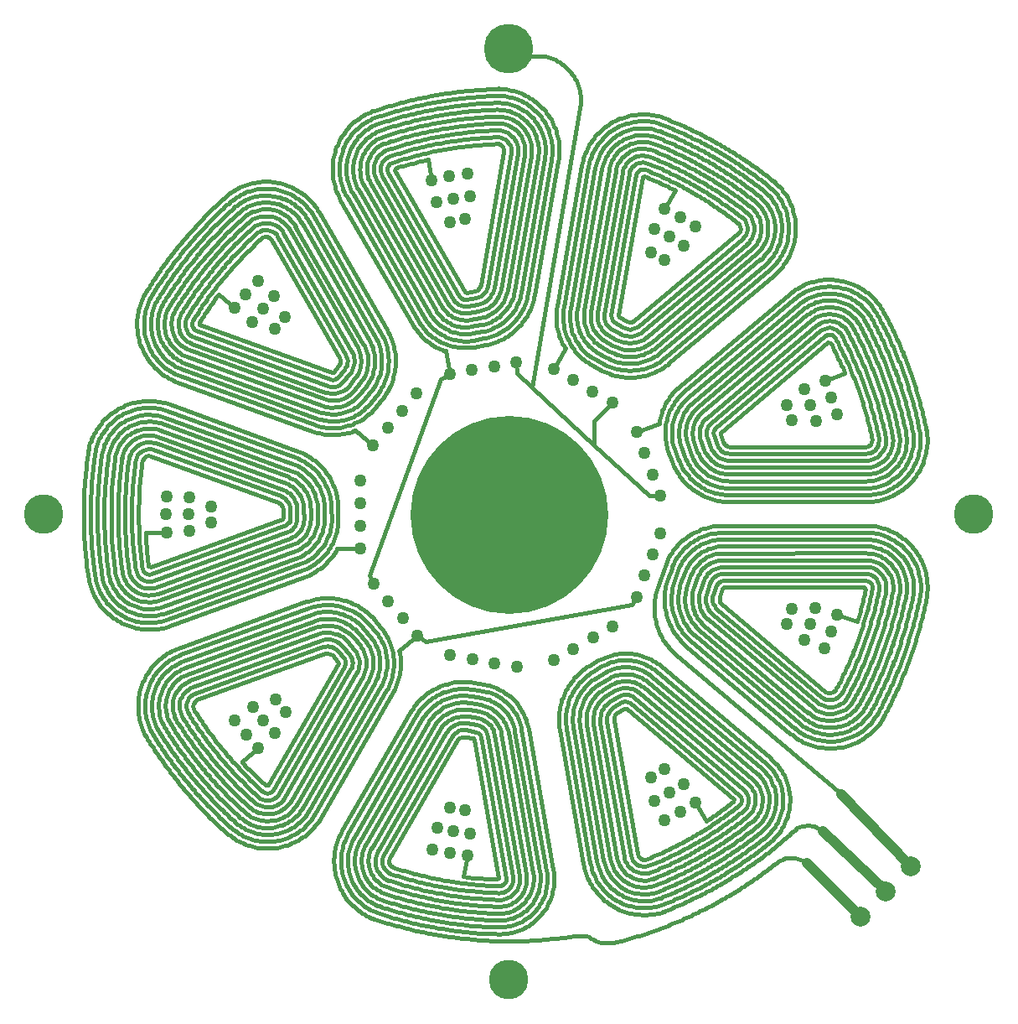
<source format=gtl>
G04*
G04 #@! TF.GenerationSoftware,Altium Limited,Altium Designer,21.9.2 (33)*
G04*
G04 Layer_Physical_Order=1*
G04 Layer_Color=255*
%FSLAX23Y23*%
%MOIN*%
G70*
G04*
G04 #@! TF.SameCoordinates,93BF6BEB-7BBE-4CB3-8882-CC5C7C9C0B20*
G04*
G04*
G04 #@! TF.FilePolarity,Positive*
G04*
G01*
G75*
%ADD15C,0.016*%
%ADD16C,0.010*%
%ADD17C,0.039*%
%ADD18C,0.157*%
%ADD19C,0.197*%
%ADD20C,0.787*%
%ADD21C,0.050*%
%ADD22C,0.079*%
D15*
X4300Y4635D02*
X4300Y4645D01*
X4300Y4655D01*
X4299Y4665D01*
X4298Y4675D01*
X4296Y4685D01*
X4293Y4695D01*
X4290Y4704D01*
X4286Y4714D01*
X4282Y4723D01*
X4278Y4732D01*
X4272Y4740D01*
X4267Y4749D01*
X4261Y4757D01*
X4254Y4764D01*
X4247Y4772D01*
X4240Y4779D01*
X4232Y4785D01*
X4224Y4791D01*
X4216Y4797D01*
X4207Y4802D01*
X4199Y4807D01*
X4189Y4811D01*
X4180Y4814D01*
X4170Y4817D01*
X4161Y4820D01*
X4628Y1421D02*
X4637Y1425D01*
X4646Y1429D01*
X4656Y1432D01*
X4665Y1436D01*
X4674Y1440D01*
X4683Y1444D01*
X4693Y1448D01*
X4702Y1452D01*
X4711Y1456D01*
X4720Y1460D01*
X4729Y1464D01*
X4738Y1469D01*
X4747Y1473D01*
X4756Y1477D01*
X4765Y1482D01*
X4774Y1486D01*
X4783Y1491D01*
X4792Y1495D01*
X4801Y1500D01*
X4810Y1505D01*
X4819Y1509D01*
X4828Y1514D01*
X4836Y1519D01*
X4845Y1524D01*
X4854Y1529D01*
X4862Y1534D01*
X4871Y1539D01*
X4880Y1544D01*
X4888Y1549D01*
X4897Y1554D01*
X4905Y1560D01*
X4914Y1565D01*
X4922Y1570D01*
X4931Y1576D01*
X4939Y1581D01*
X4948Y1587D01*
X4956Y1592D01*
X4964Y1598D01*
X4973Y1603D01*
X4981Y1609D01*
X4989Y1615D01*
X4997Y1621D01*
X5005Y1626D01*
X5014Y1632D01*
X5022Y1638D01*
X5030Y1644D01*
X5038Y1650D01*
X5046Y1656D01*
X5054Y1662D01*
X5061Y1669D01*
X5069Y1675D01*
X5077Y1681D01*
X5085Y1687D01*
X5093Y1694D01*
X5100Y1700D01*
X5108Y1707D01*
X5116Y1713D01*
X5123Y1720D01*
X5131Y1726D01*
X5138Y1733D01*
X5146Y1740D01*
X5153Y1746D01*
X5161Y1753D01*
X5265Y1740D02*
X5257Y1746D01*
X5249Y1752D01*
X5240Y1756D01*
X5230Y1760D01*
X5220Y1762D01*
X5210Y1763D01*
X5200Y1763D01*
X5190Y1762D01*
X5180Y1760D01*
X5170Y1757D01*
X5161Y1753D01*
X4410Y1297D02*
X4421Y1298D01*
X4431Y1299D01*
X4442Y1300D01*
X4446Y1301D02*
X4456Y1304D01*
X4465Y1306D01*
X4475Y1309D01*
X4485Y1312D01*
X4494Y1314D01*
X4504Y1317D01*
X4514Y1320D01*
X4523Y1323D01*
X4533Y1326D01*
X4542Y1329D01*
X4552Y1332D01*
X4562Y1335D01*
X4571Y1338D01*
X4581Y1342D01*
X4590Y1345D01*
X4600Y1348D01*
X4609Y1352D01*
X4618Y1355D01*
X4628Y1359D01*
X4637Y1362D01*
X4647Y1366D01*
X4656Y1370D01*
X4665Y1374D01*
X4675Y1377D01*
X4684Y1381D01*
X4693Y1385D01*
X4702Y1389D01*
X4711Y1393D01*
X4721Y1397D01*
X4730Y1401D01*
X4739Y1406D01*
X4748Y1410D01*
X4757Y1414D01*
X4766Y1419D01*
X4775Y1423D01*
X4784Y1427D01*
X4793Y1432D01*
X4802Y1437D01*
X4811Y1441D01*
X4820Y1446D01*
X4829Y1451D01*
X4838Y1455D01*
X4846Y1460D01*
X4855Y1465D01*
X4864Y1470D01*
X4873Y1475D01*
X4881Y1480D01*
X4890Y1485D01*
X4899Y1490D01*
X4907Y1496D01*
X4916Y1501D01*
X4924Y1506D01*
X4933Y1511D01*
X4941Y1517D01*
X4950Y1522D01*
X4958Y1528D01*
X4967Y1533D01*
X4975Y1539D01*
X4983Y1545D01*
X4991Y1550D01*
X5000Y1556D01*
X5008Y1562D01*
X5016Y1568D01*
X5024Y1574D01*
X5032Y1580D01*
X5040Y1586D01*
X5048Y1592D01*
X5056Y1598D01*
X5064Y1604D01*
X5072Y1610D01*
X5080Y1616D01*
X5088Y1622D01*
X4350Y1310D02*
X4359Y1306D01*
X4369Y1302D01*
X4379Y1299D01*
X4389Y1298D01*
X4400Y1297D01*
X4410Y1297D01*
X4350Y1310D02*
X4341Y1315D01*
X4332Y1320D01*
X4322Y1323D01*
X4311Y1325D01*
X4301Y1326D01*
X4291Y1326D01*
X4280Y1325D01*
X4270Y1323D01*
X4594Y2656D02*
X4593Y2646D01*
X4593Y2636D01*
X4593Y2626D01*
X4593Y2616D01*
X4594Y2606D01*
X4595Y2596D01*
X4597Y2586D01*
X4599Y2576D01*
X4601Y2566D01*
X4604Y2556D01*
X4607Y2547D01*
X4611Y2538D01*
X4614Y2528D01*
X4619Y2519D01*
X4623Y2510D01*
X4628Y2502D01*
X4634Y2493D01*
X4640Y2485D01*
X4646Y2477D01*
X4652Y2469D01*
X4659Y2461D01*
X4666Y2454D01*
X4673Y2447D01*
X4681Y2441D01*
X4607Y2711D02*
X4604Y2701D01*
X4601Y2691D01*
X4598Y2681D01*
X4596Y2671D01*
X4595Y2661D01*
X4866Y2956D02*
X4856Y2956D01*
X4846Y2955D01*
X4836Y2954D01*
X4826Y2953D01*
X4816Y2951D01*
X4807Y2949D01*
X4797Y2946D01*
X4787Y2943D01*
X4778Y2940D01*
X4769Y2936D01*
X4760Y2932D01*
X4751Y2928D01*
X4742Y2923D01*
X4733Y2918D01*
X4725Y2912D01*
X4717Y2906D01*
X4709Y2900D01*
X4701Y2893D01*
X4694Y2887D01*
X4687Y2880D01*
X4680Y2872D01*
X4674Y2864D01*
X4667Y2857D01*
X4662Y2848D01*
X4656Y2840D01*
X4651Y2831D01*
X5199Y1612D02*
X5191Y1619D01*
X5182Y1624D01*
X5173Y1629D01*
X5164Y1632D01*
X5154Y1635D01*
X5144Y1636D01*
X5134Y1636D01*
X5124Y1635D01*
X5114Y1633D01*
X5104Y1629D01*
X5095Y1625D01*
X3472Y1395D02*
X3481Y1391D01*
X3490Y1388D01*
X3500Y1385D01*
X3510Y1382D01*
X3519Y1379D01*
X3529Y1376D01*
X3538Y1374D01*
X3548Y1371D01*
X3557Y1368D01*
X3567Y1365D01*
X3577Y1363D01*
X3586Y1360D01*
X3596Y1358D01*
X3606Y1355D01*
X3615Y1353D01*
X3625Y1350D01*
X3635Y1348D01*
X3645Y1346D01*
X3654Y1344D01*
X3664Y1342D01*
X3674Y1340D01*
X3684Y1338D01*
X3693Y1336D01*
X3703Y1334D01*
X3713Y1332D01*
X3723Y1330D01*
X3733Y1328D01*
X3743Y1327D01*
X3753Y1325D01*
X3762Y1324D01*
X3772Y1322D01*
X3782Y1321D01*
X3792Y1320D01*
X3802Y1318D01*
X3812Y1317D01*
X3822Y1316D01*
X3832Y1315D01*
X3842Y1314D01*
X3852Y1313D01*
X3862Y1312D01*
X3872Y1311D01*
X3881Y1310D01*
X3891Y1309D01*
X3901Y1308D01*
X3911Y1308D01*
X3921Y1307D01*
X3931Y1307D01*
X3941Y1306D01*
X3951Y1306D01*
X3961Y1305D01*
X3971Y1305D01*
X3981Y1305D01*
X3991Y1305D01*
X4001Y1305D01*
X4011Y1305D01*
X4021Y1305D01*
X4031Y1305D01*
X4041Y1305D01*
X4051Y1305D01*
X4061Y1305D01*
X4071Y1305D01*
X4081Y1306D01*
X4091Y1306D01*
X4101Y1307D01*
X4111Y1307D01*
X4121Y1308D01*
X4131Y1308D01*
X4141Y1309D01*
X4151Y1310D01*
X4161Y1311D01*
X4171Y1312D01*
X4181Y1313D01*
X4191Y1314D01*
X4201Y1315D01*
X4211Y1316D01*
X4221Y1317D01*
X4231Y1318D01*
X4240Y1319D01*
X4250Y1321D01*
X4260Y1322D01*
X4270Y1324D01*
X3229Y3332D02*
X3239Y3328D01*
X3249Y3325D01*
X3259Y3323D01*
X3269Y3321D01*
X3279Y3319D01*
X3289Y3318D01*
X3299Y3317D01*
X3310Y3317D01*
X3320Y3317D01*
X3330Y3317D01*
X3340Y3318D01*
X3351Y3320D01*
X3361Y3321D01*
X3371Y3324D01*
X3381Y3326D01*
X3391Y3329D01*
X3400Y3333D01*
X3338Y3592D02*
X3343Y3602D01*
X3344Y3613D01*
X3341Y3624D01*
X3423Y3523D02*
X3428Y3531D01*
X3434Y3539D01*
X3439Y3547D01*
X3443Y3556D01*
X3446Y3565D01*
X3449Y3575D01*
X3451Y3584D01*
X3453Y3594D01*
X3454Y3603D01*
X3454Y3613D01*
X3453Y3623D01*
X3452Y3633D01*
X3450Y3642D01*
X3447Y3652D01*
X3444Y3661D01*
X3440Y3670D01*
X3435Y3678D01*
X3401Y3540D02*
X3408Y3548D01*
X3413Y3557D01*
X3417Y3566D01*
X3421Y3576D01*
X3424Y3586D01*
X3425Y3596D01*
X3426Y3606D01*
X3426Y3616D01*
X3425Y3626D01*
X3423Y3636D01*
X3420Y3646D01*
X3416Y3656D01*
X3412Y3665D01*
X3380Y3558D02*
X3386Y3566D01*
X3391Y3574D01*
X3395Y3584D01*
X3397Y3593D01*
X3399Y3603D01*
X3399Y3613D01*
X3398Y3623D01*
X3396Y3633D01*
X3392Y3642D01*
X3388Y3651D01*
X3304Y3537D02*
X3315Y3535D01*
X3325Y3538D01*
X3334Y3545D01*
X3359Y3575D02*
X3365Y3583D01*
X3369Y3591D01*
X3371Y3601D01*
X3372Y3610D01*
X3371Y3620D01*
X3368Y3629D01*
X3364Y3637D01*
X3310Y3564D02*
X3316Y3566D01*
X3095Y4104D02*
X3089Y4113D01*
X3081Y4120D01*
X3073Y4126D01*
X3063Y4129D01*
X3053Y4131D01*
X3043Y4131D01*
X3033Y4130D01*
X3024Y4126D01*
X3015Y4120D01*
X3033Y4100D02*
X3026Y4093D01*
X3018Y4087D01*
X3011Y4080D01*
X3004Y4073D01*
X2996Y4066D01*
X2989Y4059D01*
X2982Y4052D01*
X2975Y4045D01*
X2968Y4038D01*
X2961Y4031D01*
X2954Y4024D01*
X2947Y4016D01*
X2940Y4009D01*
X2933Y4002D01*
X2926Y3995D01*
X2919Y3987D01*
X2913Y3980D01*
X2906Y3972D01*
X2899Y3965D01*
X2893Y3957D01*
X2886Y3949D01*
X2880Y3942D01*
X2874Y3934D01*
X2867Y3926D01*
X2861Y3918D01*
X2855Y3911D01*
X2849Y3903D01*
X2842Y3895D01*
X2836Y3887D01*
X2830Y3879D01*
X2824Y3871D01*
X2818Y3863D01*
X2813Y3854D01*
X2807Y3846D01*
X2801Y3838D01*
X2795Y3830D01*
X2790Y3822D01*
X2784Y3813D01*
X2779Y3805D01*
X2773Y3796D01*
X2768Y3788D01*
X2763Y3780D01*
X2757Y3771D01*
X3015Y4120D02*
X3008Y4114D01*
X3000Y4107D01*
X2993Y4100D01*
X2986Y4093D01*
X2978Y4087D01*
X2971Y4080D01*
X2964Y4073D01*
X2957Y4066D01*
X2950Y4059D01*
X2943Y4052D01*
X2936Y4045D01*
X2929Y4037D01*
X2922Y4030D01*
X2915Y4023D01*
X2908Y4016D01*
X2902Y4008D01*
X2895Y4001D01*
X2888Y3993D01*
X2882Y3986D01*
X2875Y3978D01*
X2869Y3971D01*
X2862Y3963D01*
X2856Y3956D01*
X2850Y3948D01*
X2843Y3940D01*
X2837Y3932D01*
X2831Y3924D01*
X2825Y3917D01*
X2819Y3909D01*
X2813Y3901D01*
X2807Y3893D01*
X2801Y3885D01*
X2795Y3877D01*
X2789Y3868D01*
X2783Y3860D01*
X2778Y3852D01*
X2772Y3844D01*
X2766Y3836D01*
X2761Y3827D01*
X2755Y3819D01*
X2750Y3811D01*
X2745Y3802D01*
X2739Y3794D01*
X2734Y3785D01*
X3538Y3501D02*
X3542Y3510D01*
X3546Y3519D01*
X3549Y3529D01*
X3553Y3538D01*
X3555Y3548D01*
X3558Y3558D01*
X3560Y3568D01*
X3561Y3578D01*
X3562Y3588D01*
X3563Y3598D01*
X3563Y3608D01*
X3563Y3618D01*
X3562Y3628D01*
X3562Y3638D01*
X3560Y3648D01*
X3558Y3658D01*
X3556Y3668D01*
X3554Y3677D01*
X3551Y3687D01*
X3547Y3697D01*
X3544Y3706D01*
X3540Y3715D01*
X3535Y3724D01*
X3530Y3733D01*
X3486Y3471D02*
X3492Y3478D01*
X3498Y3486D01*
X3503Y3495D01*
X3508Y3503D01*
X3513Y3512D01*
X3517Y3521D01*
X3521Y3530D01*
X3524Y3539D01*
X3527Y3548D01*
X3530Y3558D01*
X3532Y3567D01*
X3533Y3577D01*
X3535Y3587D01*
X3535Y3597D01*
X3536Y3607D01*
X3536Y3616D01*
X3535Y3626D01*
X3534Y3636D01*
X3533Y3646D01*
X3531Y3655D01*
X3529Y3665D01*
X3526Y3674D01*
X3523Y3684D01*
X3519Y3693D01*
X3516Y3702D01*
X3511Y3711D01*
X3506Y3719D01*
X3465Y3488D02*
X3471Y3496D01*
X3477Y3504D01*
X3482Y3513D01*
X3487Y3522D01*
X3491Y3531D01*
X3495Y3540D01*
X3499Y3550D01*
X3502Y3559D01*
X3504Y3569D01*
X3506Y3579D01*
X3507Y3589D01*
X3508Y3599D01*
X3508Y3609D01*
X3508Y3619D01*
X3507Y3629D01*
X3506Y3639D01*
X3504Y3649D01*
X3502Y3659D01*
X3499Y3669D01*
X3496Y3678D01*
X3492Y3688D01*
X3488Y3697D01*
X3483Y3706D01*
X3444Y3506D02*
X3450Y3513D01*
X3455Y3522D01*
X3460Y3530D01*
X3465Y3539D01*
X3469Y3548D01*
X3472Y3557D01*
X3475Y3567D01*
X3478Y3577D01*
X3479Y3586D01*
X3481Y3596D01*
X3481Y3606D01*
X3481Y3616D01*
X3480Y3626D01*
X3479Y3636D01*
X3477Y3646D01*
X3475Y3655D01*
X3472Y3665D01*
X3468Y3674D01*
X3464Y3683D01*
X3459Y3692D01*
X3507Y3453D02*
X3513Y3462D01*
X3520Y3470D01*
X3525Y3479D01*
X3531Y3488D01*
X3536Y3497D01*
X3295Y3511D02*
X3304Y3509D01*
X3313Y3508D01*
X3323Y3509D01*
X3332Y3511D01*
X3340Y3515D01*
X3348Y3521D01*
X3355Y3527D01*
X3285Y3486D02*
X3295Y3483D01*
X3305Y3481D01*
X3315Y3481D01*
X3324Y3482D01*
X3334Y3483D01*
X3344Y3487D01*
X3353Y3491D01*
X3361Y3496D01*
X3369Y3502D01*
X3376Y3509D01*
X3276Y3460D02*
X3286Y3457D01*
X3296Y3455D01*
X3306Y3454D01*
X3316Y3453D01*
X3326Y3454D01*
X3336Y3456D01*
X3346Y3458D01*
X3356Y3462D01*
X3365Y3466D01*
X3374Y3472D01*
X3382Y3478D01*
X3389Y3484D01*
X3396Y3492D01*
X3260Y4200D02*
X3255Y4209D01*
X3250Y4217D01*
X3244Y4225D01*
X3237Y4233D01*
X3231Y4241D01*
X3224Y4248D01*
X3217Y4256D01*
X3209Y4262D01*
X3202Y4269D01*
X3194Y4275D01*
X3185Y4281D01*
X3177Y4286D01*
X3168Y4292D01*
X3159Y4296D01*
X3150Y4301D01*
X3141Y4305D01*
X3131Y4308D01*
X3122Y4312D01*
X3112Y4315D01*
X3102Y4317D01*
X3092Y4319D01*
X3082Y4321D01*
X3072Y4322D01*
X3062Y4323D01*
X3052Y4323D01*
X3042Y4323D01*
X3032Y4323D01*
X3022Y4322D01*
X3012Y4321D01*
X3002Y4319D01*
X2992Y4317D01*
X2982Y4315D01*
X2973Y4312D01*
X2963Y4308D01*
X2954Y4305D01*
X2944Y4301D01*
X2935Y4296D01*
X2926Y4292D01*
X2918Y4286D01*
X2909Y4281D01*
X2901Y4275D01*
X2893Y4269D01*
X3189Y4159D02*
X3184Y4168D01*
X3179Y4176D01*
X3172Y4183D01*
X3166Y4191D01*
X3159Y4198D01*
X3151Y4204D01*
X3144Y4210D01*
X3135Y4216D01*
X3127Y4221D01*
X3118Y4225D01*
X3109Y4229D01*
X3100Y4233D01*
X3090Y4235D01*
X3081Y4238D01*
X3071Y4239D01*
X3061Y4241D01*
X3051Y4241D01*
X3042Y4241D01*
X3032Y4240D01*
X3022Y4239D01*
X3012Y4237D01*
X3003Y4235D01*
X2993Y4232D01*
X2984Y4228D01*
X2975Y4224D01*
X2967Y4219D01*
X2958Y4214D01*
X2950Y4208D01*
X2942Y4202D01*
X3237Y4187D02*
X3232Y4195D01*
X3226Y4204D01*
X3220Y4212D01*
X3214Y4219D01*
X3207Y4227D01*
X3200Y4234D01*
X3192Y4241D01*
X3185Y4248D01*
X3177Y4254D01*
X3168Y4259D01*
X3160Y4265D01*
X3151Y4270D01*
X3142Y4274D01*
X3133Y4279D01*
X3124Y4282D01*
X3114Y4286D01*
X3104Y4288D01*
X3095Y4291D01*
X3085Y4293D01*
X3075Y4294D01*
X3065Y4295D01*
X3055Y4296D01*
X3045Y4296D01*
X3034Y4295D01*
X3024Y4294D01*
X3014Y4293D01*
X3005Y4291D01*
X2995Y4289D01*
X2985Y4286D01*
X2975Y4283D01*
X2966Y4280D01*
X2957Y4276D01*
X2948Y4271D01*
X2939Y4266D01*
X2930Y4261D01*
X2922Y4255D01*
X2914Y4249D01*
X2906Y4243D01*
X3213Y4173D02*
X3208Y4181D01*
X3202Y4190D01*
X3196Y4198D01*
X3189Y4206D01*
X3182Y4213D01*
X3175Y4220D01*
X3167Y4226D01*
X3159Y4233D01*
X3151Y4238D01*
X3142Y4243D01*
X3133Y4248D01*
X3124Y4253D01*
X3114Y4256D01*
X3105Y4260D01*
X3095Y4262D01*
X3085Y4265D01*
X3075Y4266D01*
X3065Y4268D01*
X3055Y4268D01*
X3045Y4268D01*
X3035Y4268D01*
X3025Y4267D01*
X3015Y4265D01*
X3005Y4263D01*
X2995Y4261D01*
X2985Y4258D01*
X2976Y4254D01*
X2967Y4250D01*
X2958Y4245D01*
X2949Y4240D01*
X2940Y4235D01*
X2932Y4229D01*
X2924Y4223D01*
X3166Y4145D02*
X3160Y4154D01*
X3155Y4162D01*
X3148Y4169D01*
X3141Y4177D01*
X3134Y4183D01*
X3126Y4189D01*
X3118Y4194D01*
X3109Y4199D01*
X3100Y4203D01*
X3091Y4207D01*
X3081Y4210D01*
X3072Y4212D01*
X3062Y4213D01*
X3052Y4214D01*
X3042Y4214D01*
X3032Y4213D01*
X3022Y4211D01*
X3013Y4209D01*
X3003Y4206D01*
X2994Y4203D01*
X2985Y4198D01*
X2977Y4193D01*
X2968Y4188D01*
X2961Y4182D01*
X3142Y4132D02*
X3137Y4140D01*
X3131Y4148D01*
X3124Y4155D01*
X3116Y4162D01*
X3108Y4168D01*
X3100Y4173D01*
X3091Y4177D01*
X3082Y4181D01*
X3072Y4184D01*
X3062Y4185D01*
X3052Y4186D01*
X3042Y4186D01*
X3033Y4185D01*
X3023Y4183D01*
X3013Y4181D01*
X3004Y4177D01*
X2995Y4173D01*
X2987Y4167D01*
X2979Y4161D01*
X3118Y4118D02*
X3113Y4127D01*
X3106Y4134D01*
X3099Y4141D01*
X3091Y4147D01*
X3082Y4152D01*
X3073Y4155D01*
X3063Y4158D01*
X3053Y4159D01*
X3043Y4159D01*
X3033Y4158D01*
X3023Y4155D01*
X3014Y4151D01*
X3005Y4147D01*
X2997Y4141D01*
X2897Y4271D02*
X2890Y4265D01*
X2882Y4258D01*
X2875Y4251D01*
X2867Y4245D01*
X2860Y4238D01*
X2853Y4231D01*
X2846Y4224D01*
X2838Y4218D01*
X2831Y4211D01*
X2824Y4204D01*
X2817Y4197D01*
X2810Y4190D01*
X2803Y4183D01*
X2796Y4175D01*
X2789Y4168D01*
X2783Y4161D01*
X2776Y4154D01*
X2769Y4147D01*
X2762Y4139D01*
X2756Y4132D01*
X2749Y4124D01*
X2742Y4117D01*
X2736Y4110D01*
X2729Y4102D01*
X2723Y4094D01*
X2716Y4087D01*
X2710Y4079D01*
X2704Y4072D01*
X2697Y4064D01*
X2691Y4056D01*
X2685Y4048D01*
X2679Y4041D01*
X2673Y4033D01*
X2667Y4025D01*
X2661Y4017D01*
X2655Y4009D01*
X2649Y4001D01*
X2643Y3993D01*
X2637Y3985D01*
X2631Y3977D01*
X2626Y3969D01*
X2620Y3961D01*
X2614Y3952D01*
X2609Y3944D01*
X2603Y3936D01*
X2598Y3928D01*
X2592Y3919D01*
X2587Y3911D01*
X2582Y3902D01*
X2576Y3894D01*
X2571Y3886D01*
X3267Y3434D02*
X3276Y3431D01*
X3285Y3429D01*
X3295Y3427D01*
X3305Y3426D01*
X3314Y3426D01*
X3324Y3427D01*
X3334Y3428D01*
X3343Y3429D01*
X3353Y3432D01*
X3362Y3435D01*
X3371Y3439D01*
X3380Y3443D01*
X3388Y3448D01*
X3396Y3454D01*
X3404Y3460D01*
X3411Y3467D01*
X3417Y3474D01*
X3257Y3409D02*
X3267Y3406D01*
X3276Y3403D01*
X3286Y3401D01*
X3296Y3400D01*
X3306Y3399D01*
X3316Y3399D01*
X3326Y3399D01*
X3336Y3400D01*
X3345Y3402D01*
X3355Y3404D01*
X3365Y3407D01*
X3374Y3410D01*
X3383Y3414D01*
X3392Y3419D01*
X3400Y3424D01*
X3409Y3429D01*
X3417Y3435D01*
X3424Y3442D01*
X3431Y3449D01*
X3438Y3456D01*
X3249Y3382D02*
X3259Y3379D01*
X3269Y3377D01*
X3278Y3374D01*
X3288Y3373D01*
X3298Y3372D01*
X3308Y3371D01*
X3318Y3371D01*
X3328Y3371D01*
X3338Y3372D01*
X3348Y3374D01*
X3358Y3376D01*
X3368Y3378D01*
X3377Y3381D01*
X3387Y3385D01*
X3396Y3389D01*
X3405Y3394D01*
X3414Y3399D01*
X3422Y3404D01*
X3430Y3410D01*
X3438Y3416D01*
X3445Y3423D01*
X3453Y3430D01*
X3459Y3437D01*
X3239Y3357D02*
X3248Y3354D01*
X3257Y3351D01*
X3267Y3349D01*
X3276Y3347D01*
X3286Y3346D01*
X3296Y3345D01*
X3306Y3344D01*
X3316Y3344D01*
X3325Y3344D01*
X3335Y3345D01*
X3345Y3346D01*
X3355Y3348D01*
X3364Y3350D01*
X3374Y3353D01*
X3383Y3356D01*
X3392Y3359D01*
X3401Y3363D01*
X3410Y3367D01*
X3419Y3371D01*
X3427Y3376D01*
X3436Y3382D01*
X3444Y3387D01*
X3451Y3393D01*
X3459Y3400D01*
X3466Y3406D01*
X3473Y3413D01*
X3480Y3421D01*
X2979Y4161D02*
X2971Y4155D01*
X2964Y4148D01*
X2956Y4141D01*
X2949Y4134D01*
X2941Y4127D01*
X2934Y4120D01*
X2927Y4113D01*
X2920Y4106D01*
X2912Y4099D01*
X2905Y4092D01*
X2898Y4085D01*
X2891Y4077D01*
X2884Y4070D01*
X2877Y4063D01*
X2870Y4055D01*
X2864Y4048D01*
X2857Y4040D01*
X2850Y4033D01*
X2843Y4025D01*
X2837Y4018D01*
X2830Y4010D01*
X2824Y4002D01*
X2817Y3994D01*
X2811Y3987D01*
X2804Y3979D01*
X2798Y3971D01*
X2792Y3963D01*
X2785Y3955D01*
X2779Y3947D01*
X2773Y3939D01*
X2767Y3931D01*
X2761Y3923D01*
X2755Y3915D01*
X2749Y3907D01*
X2743Y3898D01*
X2737Y3890D01*
X2732Y3882D01*
X2726Y3873D01*
X2720Y3865D01*
X2715Y3857D01*
X2709Y3848D01*
X2704Y3840D01*
X2698Y3831D01*
X2693Y3823D01*
X2687Y3814D01*
X2961Y4182D02*
X2953Y4175D01*
X2946Y4168D01*
X2938Y4161D01*
X2931Y4155D01*
X2923Y4148D01*
X2916Y4141D01*
X2909Y4134D01*
X2902Y4127D01*
X2895Y4120D01*
X2887Y4113D01*
X2880Y4105D01*
X2873Y4098D01*
X2866Y4091D01*
X2860Y4084D01*
X2853Y4076D01*
X2846Y4069D01*
X2839Y4061D01*
X2832Y4054D01*
X2826Y4046D01*
X2819Y4039D01*
X2812Y4031D01*
X2806Y4024D01*
X2799Y4016D01*
X2793Y4008D01*
X2787Y4000D01*
X2780Y3993D01*
X2774Y3985D01*
X2768Y3977D01*
X2761Y3969D01*
X2755Y3961D01*
X2749Y3953D01*
X2743Y3945D01*
X2737Y3937D01*
X2731Y3929D01*
X2725Y3921D01*
X2720Y3912D01*
X2714Y3904D01*
X2708Y3896D01*
X2702Y3888D01*
X2697Y3879D01*
X2691Y3871D01*
X2686Y3862D01*
X2680Y3854D01*
X2675Y3845D01*
X2669Y3837D01*
X2664Y3828D01*
X2942Y4202D02*
X2935Y4196D01*
X2927Y4189D01*
X2920Y4182D01*
X2913Y4175D01*
X2905Y4168D01*
X2898Y4161D01*
X2891Y4154D01*
X2884Y4147D01*
X2877Y4140D01*
X2870Y4133D01*
X2863Y4126D01*
X2856Y4119D01*
X2849Y4112D01*
X2842Y4105D01*
X2835Y4097D01*
X2828Y4090D01*
X2821Y4083D01*
X2815Y4075D01*
X2808Y4068D01*
X2801Y4060D01*
X2795Y4053D01*
X2788Y4045D01*
X2782Y4037D01*
X2775Y4030D01*
X2769Y4022D01*
X2762Y4014D01*
X2756Y4006D01*
X2750Y3999D01*
X2744Y3991D01*
X2738Y3983D01*
X2731Y3975D01*
X2725Y3967D01*
X2719Y3959D01*
X2713Y3951D01*
X2708Y3943D01*
X2702Y3935D01*
X2696Y3926D01*
X2690Y3918D01*
X2684Y3910D01*
X2679Y3902D01*
X2673Y3893D01*
X2668Y3885D01*
X2662Y3877D01*
X2657Y3868D01*
X2651Y3860D01*
X2646Y3851D01*
X2641Y3843D01*
X2857Y3871D02*
X2851Y3863D01*
X2845Y3855D01*
X2839Y3847D01*
X2833Y3839D01*
X2827Y3831D01*
X2822Y3823D01*
X2816Y3814D01*
X2810Y3806D01*
X2805Y3798D01*
X2799Y3789D01*
X2794Y3781D01*
X2789Y3773D01*
X2783Y3764D01*
Y3764D02*
X2785Y3755D01*
X3071Y4091D02*
X3064Y4099D01*
X3054Y4103D01*
X3043Y4104D01*
X3033Y4100D01*
X2997Y4141D02*
X2989Y4134D01*
X2982Y4128D01*
X2975Y4121D01*
X2968Y4114D01*
X2960Y4107D01*
X2953Y4100D01*
X2946Y4093D01*
X2939Y4087D01*
X2932Y4080D01*
X2925Y4073D01*
X2918Y4065D01*
X2911Y4058D01*
X2904Y4051D01*
X2897Y4044D01*
X2891Y4037D01*
X2884Y4029D01*
X2877Y4022D01*
X2870Y4015D01*
X2864Y4007D01*
X2857Y4000D01*
X2851Y3992D01*
X2844Y3985D01*
X2838Y3977D01*
X2832Y3969D01*
X2825Y3962D01*
X2819Y3954D01*
X2813Y3946D01*
X2807Y3938D01*
X2801Y3930D01*
X2795Y3923D01*
X2789Y3915D01*
X2783Y3907D01*
X2777Y3899D01*
X2771Y3891D01*
X2765Y3883D01*
X2760Y3874D01*
X2754Y3866D01*
X2748Y3858D01*
X2743Y3850D01*
X2737Y3842D01*
X2732Y3833D01*
X2727Y3825D01*
X2721Y3817D01*
X2716Y3808D01*
X2711Y3800D01*
X2924Y4223D02*
X2917Y4216D01*
X2909Y4209D01*
X2902Y4203D01*
X2895Y4196D01*
X2887Y4189D01*
X2880Y4182D01*
X2873Y4175D01*
X2866Y4168D01*
X2859Y4161D01*
X2852Y4154D01*
X2845Y4147D01*
X2838Y4140D01*
X2831Y4133D01*
X2824Y4126D01*
X2817Y4118D01*
X2810Y4111D01*
X2803Y4104D01*
X2797Y4096D01*
X2790Y4089D01*
X2783Y4081D01*
X2777Y4074D01*
X2770Y4066D01*
X2764Y4059D01*
X2757Y4051D01*
X2751Y4043D01*
X2745Y4036D01*
X2738Y4028D01*
X2732Y4020D01*
X2726Y4012D01*
X2720Y4005D01*
X2714Y3997D01*
X2708Y3989D01*
X2702Y3981D01*
X2696Y3973D01*
X2690Y3965D01*
X2684Y3957D01*
X2678Y3949D01*
X2672Y3940D01*
X2667Y3932D01*
X2661Y3924D01*
X2655Y3916D01*
X2650Y3907D01*
X2644Y3899D01*
X2639Y3891D01*
X2633Y3882D01*
X2628Y3874D01*
X2623Y3866D01*
X2617Y3857D01*
X2757Y3771D02*
X2754Y3762D01*
X2753Y3752D01*
X2757Y3743D01*
X2763Y3736D01*
X2771Y3731D01*
X2906Y4243D02*
X2899Y4236D01*
X2891Y4230D01*
X2884Y4223D01*
X2877Y4216D01*
X2869Y4210D01*
X2862Y4203D01*
X2855Y4196D01*
X2848Y4189D01*
X2841Y4182D01*
X2834Y4175D01*
X2827Y4168D01*
X2820Y4161D01*
X2813Y4154D01*
X2806Y4146D01*
X2799Y4139D01*
X2792Y4132D01*
X2786Y4125D01*
X2779Y4117D01*
X2772Y4110D01*
X2766Y4103D01*
X2759Y4095D01*
X2753Y4088D01*
X2746Y4080D01*
X2740Y4072D01*
X2733Y4065D01*
X2727Y4057D01*
X2721Y4050D01*
X2714Y4042D01*
X2708Y4034D01*
X2702Y4026D01*
X2696Y4018D01*
X2690Y4011D01*
X2684Y4003D01*
X2678Y3995D01*
X2672Y3987D01*
X2666Y3979D01*
X2660Y3971D01*
X2655Y3963D01*
X2649Y3954D01*
X2643Y3946D01*
X2637Y3938D01*
X2632Y3930D01*
X2626Y3922D01*
X2621Y3913D01*
X2615Y3905D01*
X2610Y3897D01*
X2605Y3888D01*
X2599Y3880D01*
X2594Y3871D01*
X2641Y3843D02*
X2636Y3834D01*
X2631Y3825D01*
X2627Y3816D01*
X2624Y3806D01*
X2621Y3797D01*
X2619Y3787D01*
X2618Y3777D01*
X2617Y3767D01*
X2616Y3757D01*
X2617Y3747D01*
X2618Y3737D01*
X2619Y3727D01*
X2621Y3717D01*
X2624Y3707D01*
X2627Y3698D01*
X2631Y3689D01*
X2636Y3680D01*
X2641Y3671D01*
X2646Y3663D01*
X2652Y3655D01*
X2659Y3647D01*
X2665Y3640D01*
X2673Y3633D01*
X2681Y3626D01*
X2689Y3621D01*
X2697Y3615D01*
X2706Y3610D01*
X2715Y3606D01*
X2724Y3602D01*
X2711Y3800D02*
X2706Y3791D01*
X2703Y3782D01*
X2700Y3773D01*
X2699Y3763D01*
X2699Y3753D01*
X2699Y3744D01*
X2702Y3734D01*
X2705Y3725D01*
X2709Y3716D01*
X2714Y3708D01*
X2720Y3701D01*
X2727Y3694D01*
X2735Y3688D01*
X2744Y3683D01*
X2752Y3679D01*
X2687Y3814D02*
X2682Y3805D01*
X2678Y3796D01*
X2675Y3786D01*
X2673Y3776D01*
X2671Y3766D01*
X2671Y3756D01*
X2672Y3746D01*
X2673Y3735D01*
X2676Y3726D01*
X2679Y3716D01*
X2683Y3707D01*
X2688Y3698D01*
X2694Y3689D01*
X2701Y3682D01*
X2708Y3675D01*
X2716Y3668D01*
X2725Y3663D01*
X2734Y3658D01*
X2743Y3654D01*
X2664Y3828D02*
X2659Y3820D01*
X2655Y3810D01*
X2651Y3801D01*
X2648Y3791D01*
X2646Y3781D01*
X2645Y3771D01*
X2644Y3761D01*
X2644Y3751D01*
X2645Y3741D01*
X2646Y3731D01*
X2648Y3721D01*
X2651Y3712D01*
X2655Y3702D01*
X2659Y3693D01*
X2664Y3684D01*
X2670Y3676D01*
X2676Y3668D01*
X2683Y3661D01*
X2691Y3654D01*
X2698Y3647D01*
X2707Y3641D01*
X2715Y3636D01*
X2724Y3632D01*
X2734Y3628D01*
X2594Y3871D02*
X2589Y3863D01*
X2585Y3854D01*
X2580Y3845D01*
X2576Y3836D01*
X2573Y3826D01*
X2570Y3817D01*
X2568Y3807D01*
X2566Y3798D01*
X2564Y3788D01*
X2563Y3778D01*
X2562Y3768D01*
X2562Y3758D01*
X2562Y3748D01*
X2562Y3738D01*
X2564Y3728D01*
X2565Y3718D01*
X2567Y3709D01*
X2569Y3699D01*
X2572Y3689D01*
X2576Y3680D01*
X2579Y3671D01*
X2583Y3662D01*
X2588Y3653D01*
X2593Y3644D01*
X2598Y3636D01*
X2604Y3628D01*
X2610Y3620D01*
X2616Y3612D01*
X2623Y3605D01*
X2630Y3598D01*
X2637Y3591D01*
X2645Y3585D01*
X2653Y3579D01*
X2661Y3573D01*
X2670Y3568D01*
X2678Y3563D01*
X2687Y3559D01*
X2697Y3555D01*
X2706Y3551D01*
X2617Y3857D02*
X2612Y3848D01*
X2608Y3840D01*
X2604Y3830D01*
X2600Y3821D01*
X2597Y3812D01*
X2594Y3802D01*
X2592Y3792D01*
X2591Y3782D01*
X2590Y3772D01*
X2589Y3762D01*
X2589Y3752D01*
X2590Y3742D01*
X2591Y3733D01*
X2592Y3723D01*
X2594Y3713D01*
X2597Y3703D01*
X2600Y3694D01*
X2603Y3684D01*
X2607Y3675D01*
X2612Y3666D01*
X2617Y3658D01*
X2622Y3649D01*
X2628Y3641D01*
X2634Y3633D01*
X2641Y3626D01*
X2648Y3619D01*
X2655Y3612D01*
X2663Y3606D01*
X2671Y3600D01*
X2679Y3594D01*
X2688Y3589D01*
X2697Y3584D01*
X2706Y3580D01*
X2715Y3577D01*
X2571Y3886D02*
X2566Y3877D01*
X2561Y3868D01*
X2557Y3859D01*
X2553Y3850D01*
X2550Y3841D01*
X2546Y3832D01*
X2543Y3822D01*
X2541Y3813D01*
X2539Y3803D01*
X2537Y3793D01*
X2536Y3783D01*
X2535Y3773D01*
X2535Y3764D01*
X2535Y3754D01*
X2535Y3744D01*
X2536Y3734D01*
X2537Y3724D01*
X2538Y3714D01*
X2540Y3704D01*
X2542Y3695D01*
X2545Y3685D01*
X2548Y3676D01*
X2552Y3666D01*
X2556Y3657D01*
X2560Y3648D01*
X2564Y3640D01*
X2569Y3631D01*
X2574Y3623D01*
X2580Y3614D01*
X2586Y3606D01*
X2592Y3599D01*
X2599Y3591D01*
X2605Y3584D01*
X2612Y3577D01*
X2620Y3570D01*
X2628Y3564D01*
X2635Y3558D01*
X2644Y3552D01*
X2652Y3547D01*
X2660Y3542D01*
X2669Y3537D01*
X2678Y3533D01*
X2687Y3529D01*
X2696Y3525D01*
X2734Y3785D02*
X2730Y3777D01*
X2727Y3767D01*
X2726Y3758D01*
X2726Y3748D01*
X2729Y3739D01*
X2733Y3730D01*
X2738Y3722D01*
X2745Y3715D01*
X2753Y3709D01*
X2762Y3705D01*
X3541Y4424D02*
X3532Y4420D01*
X3524Y4415D01*
X3517Y4408D01*
X3511Y4401D01*
X3507Y4392D01*
X3504Y4383D01*
X3503Y4373D01*
X3504Y4363D01*
X3507Y4354D01*
X3511Y4345D01*
X3481Y4606D02*
X3471Y4603D01*
X3462Y4599D01*
X3453Y4595D01*
X3444Y4590D01*
X3435Y4586D01*
X3427Y4580D01*
X3419Y4575D01*
X3411Y4569D01*
X3403Y4563D01*
X3395Y4557D01*
X3388Y4550D01*
X3381Y4543D01*
X3374Y4536D01*
X3368Y4528D01*
X3362Y4520D01*
X3356Y4512D01*
X3350Y4504D01*
X3345Y4496D01*
X3340Y4487D01*
X3336Y4478D01*
X3332Y4469D01*
X3328Y4460D01*
X3325Y4450D01*
X3322Y4441D01*
X3319Y4431D01*
X3317Y4422D01*
X3315Y4412D01*
X3314Y4402D01*
X3313Y4392D01*
X3312Y4382D01*
X3312Y4373D01*
X3312Y4363D01*
X3313Y4353D01*
X3314Y4343D01*
X3315Y4333D01*
X3317Y4323D01*
X3319Y4314D01*
X3322Y4304D01*
X3325Y4295D01*
X3328Y4285D01*
X3332Y4276D01*
X3336Y4267D01*
X3340Y4258D01*
X3345Y4249D01*
X3498Y4554D02*
X3488Y4551D01*
X3479Y4547D01*
X3470Y4543D01*
X3461Y4538D01*
X3453Y4532D01*
X3445Y4527D01*
X3437Y4521D01*
X3429Y4514D01*
X3422Y4507D01*
X3415Y4500D01*
X3409Y4492D01*
X3403Y4484D01*
X3397Y4476D01*
X3392Y4467D01*
X3387Y4459D01*
X3383Y4450D01*
X3379Y4440D01*
X3376Y4431D01*
X3373Y4421D01*
X3371Y4412D01*
X3369Y4402D01*
X3368Y4392D01*
X3367Y4382D01*
X3367Y4372D01*
X3367Y4362D01*
X3368Y4352D01*
X3369Y4342D01*
X3371Y4332D01*
X3373Y4323D01*
X3376Y4313D01*
X3379Y4304D01*
X3383Y4294D01*
X3388Y4285D01*
X3392Y4277D01*
X3489Y4580D02*
X3480Y4577D01*
X3471Y4573D01*
X3462Y4569D01*
X3453Y4564D01*
X3444Y4559D01*
X3436Y4554D01*
X3428Y4548D01*
X3420Y4542D01*
X3412Y4535D01*
X3405Y4529D01*
X3398Y4522D01*
X3391Y4514D01*
X3385Y4506D01*
X3379Y4498D01*
X3374Y4490D01*
X3368Y4482D01*
X3364Y4473D01*
X3359Y4464D01*
X3355Y4455D01*
X3352Y4445D01*
X3349Y4436D01*
X3346Y4426D01*
X3344Y4417D01*
X3342Y4407D01*
X3341Y4397D01*
X3340Y4387D01*
X3339Y4377D01*
X3339Y4367D01*
X3340Y4357D01*
X3341Y4347D01*
X3342Y4338D01*
X3344Y4328D01*
X3346Y4318D01*
X3349Y4308D01*
X3352Y4299D01*
X3355Y4290D01*
X3359Y4281D01*
X3364Y4272D01*
X3369Y4263D01*
X3515Y4502D02*
X3506Y4499D01*
X3496Y4494D01*
X3487Y4490D01*
X3479Y4484D01*
X3471Y4478D01*
X3463Y4471D01*
X3456Y4464D01*
X3450Y4456D01*
X3444Y4448D01*
X3439Y4439D01*
X3434Y4430D01*
X3430Y4421D01*
X3427Y4411D01*
X3424Y4402D01*
X3423Y4392D01*
X3422Y4382D01*
X3421Y4372D01*
X3422Y4361D01*
X3423Y4351D01*
X3425Y4341D01*
X3428Y4332D01*
X3431Y4322D01*
X3435Y4313D01*
X3440Y4304D01*
X3524Y4476D02*
X3514Y4473D01*
X3505Y4468D01*
X3496Y4463D01*
X3488Y4457D01*
X3481Y4450D01*
X3474Y4442D01*
X3468Y4434D01*
X3462Y4425D01*
X3458Y4416D01*
X3454Y4406D01*
X3451Y4397D01*
X3450Y4387D01*
X3449Y4376D01*
X3449Y4366D01*
X3450Y4356D01*
X3452Y4346D01*
X3455Y4336D01*
X3459Y4327D01*
X3463Y4318D01*
X3532Y4450D02*
X3523Y4447D01*
X3515Y4442D01*
X3507Y4436D01*
X3500Y4430D01*
X3493Y4423D01*
X3488Y4415D01*
X3483Y4406D01*
X3480Y4397D01*
X3477Y4388D01*
X3476Y4378D01*
X3476Y4368D01*
X3477Y4359D01*
X3479Y4349D01*
X3483Y4340D01*
X3487Y4331D01*
X3506Y4528D02*
X3497Y4525D01*
X3488Y4521D01*
X3479Y4516D01*
X3470Y4511D01*
X3462Y4505D01*
X3454Y4499D01*
X3446Y4493D01*
X3439Y4486D01*
X3433Y4478D01*
X3426Y4470D01*
X3421Y4462D01*
X3415Y4453D01*
X3411Y4445D01*
X3407Y4435D01*
X3403Y4426D01*
X3400Y4416D01*
X3398Y4407D01*
X3396Y4397D01*
X3395Y4387D01*
X3394Y4377D01*
X3394Y4367D01*
X3395Y4357D01*
X3396Y4347D01*
X3398Y4337D01*
X3400Y4327D01*
X3403Y4318D01*
X3407Y4308D01*
X3411Y4299D01*
X3416Y4290D01*
X3967Y4664D02*
X3957Y4664D01*
X3947Y4664D01*
X3937Y4663D01*
X3927Y4663D01*
X3917Y4662D01*
X3907Y4662D01*
X3897Y4661D01*
X3888Y4660D01*
X3878Y4659D01*
X3868Y4659D01*
X3858Y4658D01*
X3848Y4657D01*
X3838Y4656D01*
X3828Y4655D01*
X3818Y4653D01*
X3808Y4652D01*
X3799Y4651D01*
X3789Y4650D01*
X3779Y4648D01*
X3769Y4647D01*
X3759Y4645D01*
X3749Y4644D01*
X3740Y4642D01*
X3730Y4641D01*
X3720Y4639D01*
X3710Y4637D01*
X3700Y4635D01*
X3691Y4633D01*
X3681Y4631D01*
X3671Y4629D01*
X3662Y4627D01*
X3652Y4625D01*
X3642Y4623D01*
X3632Y4621D01*
X3623Y4618D01*
X3613Y4616D01*
X3604Y4614D01*
X3594Y4611D01*
X3584Y4609D01*
X3575Y4606D01*
X3565Y4603D01*
X3556Y4601D01*
X3546Y4598D01*
X3536Y4595D01*
X3527Y4592D01*
X3517Y4589D01*
X3508Y4586D01*
X3499Y4583D01*
X3489Y4580D01*
X3549Y4398D02*
X3541Y4394D01*
X3535Y4386D01*
X3531Y4377D01*
X3531Y4368D01*
X3534Y4359D01*
X3968Y4637D02*
X3958Y4637D01*
X3948Y4636D01*
X3938Y4636D01*
X3928Y4635D01*
X3918Y4635D01*
X3908Y4634D01*
X3898Y4634D01*
X3888Y4633D01*
X3878Y4632D01*
X3868Y4631D01*
X3858Y4630D01*
X3848Y4629D01*
X3838Y4628D01*
X3828Y4627D01*
X3818Y4626D01*
X3809Y4625D01*
X3799Y4623D01*
X3789Y4622D01*
X3779Y4621D01*
X3769Y4619D01*
X3759Y4618D01*
X3749Y4616D01*
X3740Y4615D01*
X3730Y4613D01*
X3720Y4611D01*
X3710Y4609D01*
X3700Y4607D01*
X3690Y4605D01*
X3681Y4603D01*
X3671Y4601D01*
X3661Y4599D01*
X3651Y4597D01*
X3642Y4595D01*
X3632Y4592D01*
X3622Y4590D01*
X3613Y4588D01*
X3603Y4585D01*
X3593Y4583D01*
X3584Y4580D01*
X3574Y4577D01*
X3564Y4575D01*
X3555Y4572D01*
X3545Y4569D01*
X3536Y4566D01*
X3526Y4563D01*
X3517Y4560D01*
X3507Y4557D01*
X3498Y4554D01*
X3971Y4528D02*
X3961Y4527D01*
X3951Y4527D01*
X3941Y4527D01*
X3931Y4526D01*
X3921Y4525D01*
X3911Y4525D01*
X3901Y4524D01*
X3891Y4523D01*
X3882Y4523D01*
X3872Y4522D01*
X3862Y4521D01*
X3852Y4520D01*
X3842Y4519D01*
X3832Y4517D01*
X3822Y4516D01*
X3812Y4515D01*
X3803Y4514D01*
X3793Y4512D01*
X3783Y4511D01*
X3773Y4509D01*
X3763Y4508D01*
X3754Y4506D01*
X3744Y4504D01*
X3734Y4502D01*
X3724Y4501D01*
X3715Y4499D01*
X3705Y4497D01*
X3695Y4495D01*
X3685Y4492D01*
X3676Y4490D01*
X3666Y4488D01*
X3656Y4486D01*
X3647Y4483D01*
X3637Y4481D01*
X3627Y4479D01*
X3618Y4476D01*
X3608Y4473D01*
X3599Y4471D01*
X3589Y4468D01*
X3580Y4465D01*
X3570Y4462D01*
X3561Y4459D01*
X3551Y4456D01*
X3542Y4453D01*
X3532Y4450D01*
X3995Y4442D02*
X3995Y4452D01*
X3991Y4462D01*
X3983Y4469D01*
X3972Y4473D01*
X3565Y4376D02*
X3561Y4368D01*
X3690Y4411D02*
X3680Y4409D01*
X3670Y4406D01*
X3661Y4404D01*
X3651Y4402D01*
X3642Y4399D01*
X3632Y4396D01*
X3622Y4394D01*
X3613Y4391D01*
X3603Y4388D01*
X3594Y4385D01*
X3584Y4383D01*
X3575Y4380D01*
X3565Y4376D01*
X3968Y4610D02*
X3958Y4609D01*
X3948Y4609D01*
X3938Y4609D01*
X3928Y4608D01*
X3918Y4607D01*
X3908Y4607D01*
X3898Y4606D01*
X3888Y4605D01*
X3878Y4605D01*
X3868Y4604D01*
X3858Y4603D01*
X3849Y4602D01*
X3839Y4601D01*
X3829Y4600D01*
X3819Y4598D01*
X3809Y4597D01*
X3799Y4596D01*
X3789Y4595D01*
X3779Y4593D01*
X3769Y4592D01*
X3759Y4590D01*
X3749Y4588D01*
X3739Y4587D01*
X3729Y4585D01*
X3720Y4583D01*
X3710Y4581D01*
X3700Y4579D01*
X3690Y4577D01*
X3680Y4575D01*
X3671Y4573D01*
X3661Y4571D01*
X3651Y4569D01*
X3641Y4567D01*
X3631Y4564D01*
X3622Y4562D01*
X3612Y4559D01*
X3602Y4557D01*
X3593Y4554D01*
X3583Y4552D01*
X3573Y4549D01*
X3564Y4546D01*
X3554Y4543D01*
X3545Y4540D01*
X3535Y4537D01*
X3525Y4534D01*
X3516Y4531D01*
X3506Y4528D01*
X3969Y4582D02*
X3959Y4582D01*
X3949Y4582D01*
X3939Y4581D01*
X3929Y4581D01*
X3919Y4580D01*
X3909Y4579D01*
X3899Y4579D01*
X3889Y4578D01*
X3879Y4577D01*
X3869Y4576D01*
X3859Y4575D01*
X3849Y4574D01*
X3839Y4573D01*
X3829Y4572D01*
X3819Y4571D01*
X3809Y4570D01*
X3799Y4568D01*
X3789Y4567D01*
X3779Y4565D01*
X3769Y4564D01*
X3759Y4562D01*
X3749Y4561D01*
X3739Y4559D01*
X3729Y4557D01*
X3719Y4555D01*
X3710Y4553D01*
X3700Y4551D01*
X3690Y4549D01*
X3680Y4547D01*
X3670Y4545D01*
X3660Y4543D01*
X3650Y4541D01*
X3641Y4538D01*
X3631Y4536D01*
X3621Y4533D01*
X3611Y4531D01*
X3602Y4528D01*
X3592Y4526D01*
X3582Y4523D01*
X3573Y4520D01*
X3563Y4517D01*
X3553Y4514D01*
X3544Y4511D01*
X3534Y4508D01*
X3525Y4505D01*
X3515Y4502D01*
X3970Y4555D02*
X3960Y4555D01*
X3950Y4554D01*
X3940Y4554D01*
X3930Y4553D01*
X3920Y4553D01*
X3909Y4552D01*
X3899Y4551D01*
X3889Y4551D01*
X3879Y4550D01*
X3869Y4549D01*
X3859Y4548D01*
X3849Y4547D01*
X3839Y4546D01*
X3829Y4545D01*
X3819Y4543D01*
X3809Y4542D01*
X3799Y4541D01*
X3789Y4539D01*
X3779Y4538D01*
X3769Y4536D01*
X3759Y4535D01*
X3749Y4533D01*
X3739Y4531D01*
X3729Y4529D01*
X3719Y4527D01*
X3709Y4525D01*
X3699Y4523D01*
X3689Y4521D01*
X3679Y4519D01*
X3670Y4517D01*
X3660Y4515D01*
X3650Y4512D01*
X3640Y4510D01*
X3630Y4508D01*
X3621Y4505D01*
X3611Y4502D01*
X3601Y4500D01*
X3591Y4497D01*
X3582Y4494D01*
X3572Y4491D01*
X3562Y4489D01*
X3552Y4486D01*
X3543Y4483D01*
X3533Y4479D01*
X3524Y4476D01*
X3652Y3772D02*
X3657Y3764D01*
X3663Y3756D01*
X3669Y3748D01*
X3675Y3740D01*
X3681Y3733D01*
X3688Y3726D01*
X3695Y3719D01*
X3703Y3712D01*
X3711Y3706D01*
X3719Y3701D01*
X3727Y3695D01*
X3735Y3690D01*
X3744Y3686D01*
X3753Y3682D01*
X3762Y3678D01*
X3771Y3674D01*
X3780Y3672D01*
X3790Y3669D01*
X3800Y3667D01*
X3809Y3665D01*
X3819Y3664D01*
X3829Y3663D01*
X3839Y3663D01*
X3848Y3663D01*
X3858Y3663D01*
X3868Y3664D01*
X3878Y3666D01*
X3677Y3784D02*
X3682Y3776D01*
X3688Y3768D01*
X3694Y3760D01*
X3700Y3752D01*
X3707Y3745D01*
X3714Y3738D01*
X3722Y3731D01*
X3730Y3725D01*
X3738Y3720D01*
X3747Y3714D01*
X3756Y3710D01*
X3765Y3705D01*
X3774Y3701D01*
X3784Y3698D01*
X3793Y3695D01*
X3803Y3693D01*
X3813Y3691D01*
X3823Y3690D01*
X3833Y3689D01*
X3843Y3689D01*
X3853Y3689D01*
X3863Y3690D01*
X3873Y3691D01*
X3700Y3799D02*
X3705Y3791D01*
X3711Y3783D01*
X3717Y3775D01*
X3723Y3768D01*
X3731Y3761D01*
X3738Y3754D01*
X3746Y3748D01*
X3754Y3743D01*
X3763Y3738D01*
X3772Y3733D01*
X3781Y3729D01*
X3790Y3726D01*
X3800Y3723D01*
X3809Y3721D01*
X3819Y3719D01*
X3829Y3718D01*
X3839Y3717D01*
X3849Y3718D01*
X3859Y3718D01*
X3869Y3720D01*
X3723Y3813D02*
X3728Y3805D01*
X3734Y3797D01*
X3740Y3790D01*
X3747Y3783D01*
X3755Y3776D01*
X3762Y3770D01*
X3770Y3765D01*
X3779Y3760D01*
X3788Y3756D01*
X3797Y3752D01*
X3806Y3749D01*
X3816Y3747D01*
X3825Y3746D01*
X3835Y3745D01*
X3845Y3745D01*
X3854Y3745D01*
X3864Y3747D01*
X3978Y4692D02*
X3968Y4692D01*
X3958Y4691D01*
X3948Y4691D01*
X3938Y4690D01*
X3928Y4690D01*
X3919Y4689D01*
X3909Y4689D01*
X3899Y4688D01*
X3889Y4688D01*
X3879Y4687D01*
X3869Y4686D01*
X3859Y4685D01*
X3849Y4684D01*
X3839Y4683D01*
X3829Y4682D01*
X3820Y4681D01*
X3810Y4680D01*
X3800Y4679D01*
X3790Y4677D01*
X3780Y4676D01*
X3770Y4674D01*
X3760Y4673D01*
X3751Y4672D01*
X3741Y4670D01*
X3731Y4668D01*
X3721Y4667D01*
X3711Y4665D01*
X3702Y4663D01*
X3692Y4661D01*
X3682Y4659D01*
X3672Y4657D01*
X3663Y4655D01*
X3653Y4653D01*
X3643Y4651D01*
X3634Y4649D01*
X3624Y4647D01*
X3614Y4644D01*
X3605Y4642D01*
X3595Y4639D01*
X3585Y4637D01*
X3576Y4634D01*
X3566Y4632D01*
X3557Y4629D01*
X3547Y4626D01*
X3537Y4624D01*
X3528Y4621D01*
X3518Y4618D01*
X3509Y4615D01*
X3499Y4612D01*
X3490Y4609D01*
X3481Y4606D01*
X4049Y4432D02*
X4050Y4442D01*
X4050Y4452D01*
X4049Y4462D01*
X4047Y4472D01*
X4043Y4481D01*
X4038Y4490D01*
X4032Y4498D01*
X4025Y4505D01*
X4018Y4512D01*
X4009Y4517D01*
X4000Y4522D01*
X3991Y4525D01*
X3981Y4527D01*
X3971Y4528D01*
X4076Y4427D02*
X4077Y4437D01*
X4078Y4447D01*
X4077Y4457D01*
X4076Y4467D01*
X4074Y4477D01*
X4070Y4486D01*
X4066Y4495D01*
X4062Y4504D01*
X4056Y4512D01*
X4050Y4520D01*
X4043Y4527D01*
X4035Y4533D01*
X4027Y4539D01*
X4018Y4544D01*
X4009Y4548D01*
X3999Y4551D01*
X3990Y4553D01*
X3980Y4554D01*
X3970Y4555D01*
X4103Y4423D02*
X4104Y4433D01*
X4105Y4442D01*
X4105Y4452D01*
X4104Y4462D01*
X4103Y4472D01*
X4101Y4482D01*
X4098Y4491D01*
X4094Y4500D01*
X4090Y4509D01*
X4085Y4518D01*
X4080Y4526D01*
X4074Y4534D01*
X4067Y4541D01*
X4060Y4548D01*
X4052Y4554D01*
X4044Y4560D01*
X4036Y4565D01*
X4027Y4570D01*
X4018Y4574D01*
X4008Y4577D01*
X3999Y4579D01*
X3989Y4581D01*
X3979Y4582D01*
X3969Y4582D01*
X4157Y4413D02*
X4158Y4423D01*
X4159Y4433D01*
X4160Y4443D01*
X4160Y4454D01*
X4159Y4464D01*
X4158Y4474D01*
X4156Y4484D01*
X4154Y4494D01*
X4151Y4503D01*
X4148Y4513D01*
X4144Y4522D01*
X4140Y4532D01*
X4135Y4541D01*
X4130Y4549D01*
X4124Y4558D01*
X4118Y4566D01*
X4112Y4573D01*
X4105Y4581D01*
X4097Y4588D01*
X4090Y4594D01*
X4082Y4601D01*
X4073Y4606D01*
X4065Y4612D01*
X4056Y4616D01*
X4046Y4621D01*
X4037Y4625D01*
X4028Y4628D01*
X4018Y4631D01*
X4008Y4633D01*
X3998Y4635D01*
X3988Y4636D01*
X3978Y4637D01*
X3968Y4637D01*
X4184Y4408D02*
X4185Y4418D01*
X4187Y4428D01*
X4187Y4439D01*
X4187Y4449D01*
X4187Y4459D01*
X4186Y4469D01*
X4185Y4479D01*
X4183Y4489D01*
X4181Y4499D01*
X4178Y4508D01*
X4175Y4518D01*
X4172Y4527D01*
X4168Y4537D01*
X4164Y4546D01*
X4159Y4555D01*
X4154Y4563D01*
X4148Y4572D01*
X4142Y4580D01*
X4136Y4588D01*
X4129Y4595D01*
X4122Y4602D01*
X4115Y4609D01*
X4107Y4616D01*
X4099Y4622D01*
X4091Y4628D01*
X4082Y4633D01*
X4073Y4638D01*
X4064Y4643D01*
X4055Y4647D01*
X4046Y4651D01*
X4036Y4654D01*
X4027Y4657D01*
X4017Y4659D01*
X4007Y4661D01*
X3997Y4663D01*
X3987Y4664D01*
X3977Y4664D01*
X3967Y4664D01*
X4130Y4418D02*
X4131Y4428D01*
X4132Y4438D01*
X4133Y4447D01*
X4132Y4457D01*
X4131Y4467D01*
X4130Y4477D01*
X4128Y4486D01*
X4125Y4496D01*
X4122Y4505D01*
X4118Y4514D01*
X4114Y4523D01*
X4109Y4532D01*
X4103Y4540D01*
X4097Y4548D01*
X4091Y4555D01*
X4084Y4563D01*
X4077Y4569D01*
X4069Y4576D01*
X4061Y4581D01*
X4053Y4587D01*
X4044Y4592D01*
X4036Y4596D01*
X4026Y4599D01*
X4017Y4603D01*
X4008Y4605D01*
X3998Y4607D01*
X3988Y4609D01*
X3978Y4609D01*
X3968Y4610D01*
X4211Y4404D02*
X4212Y4414D01*
X4214Y4424D01*
X4214Y4434D01*
X4215Y4444D01*
X4214Y4454D01*
X4214Y4464D01*
X4213Y4474D01*
X4212Y4484D01*
X4210Y4494D01*
X4208Y4504D01*
X4205Y4514D01*
X4202Y4524D01*
X4199Y4533D01*
X4195Y4542D01*
X4191Y4552D01*
X4186Y4561D01*
X4182Y4570D01*
X4176Y4578D01*
X4171Y4587D01*
X4165Y4595D01*
X4159Y4603D01*
X4152Y4610D01*
X4145Y4618D01*
X4138Y4625D01*
X4130Y4632D01*
X4123Y4638D01*
X4115Y4644D01*
X4106Y4650D01*
X4098Y4656D01*
X4089Y4661D01*
X4080Y4666D01*
X4071Y4670D01*
X4062Y4674D01*
X4053Y4678D01*
X4043Y4681D01*
X4033Y4684D01*
X4023Y4686D01*
X4014Y4688D01*
X4004Y4690D01*
X3994Y4691D01*
X3984Y4692D01*
X3973Y4693D01*
X3747Y3827D02*
X3752Y3818D01*
X3759Y3810D01*
X3766Y3803D01*
X3773Y3796D01*
X3782Y3790D01*
X3790Y3785D01*
X3800Y3780D01*
X3809Y3777D01*
X3819Y3774D01*
X3829Y3773D01*
X3839Y3772D01*
X3850Y3772D01*
X3860Y3774D01*
X3771Y3840D02*
X3776Y3832D01*
X3783Y3825D01*
X3790Y3818D01*
X3798Y3812D01*
X3807Y3807D01*
X3816Y3804D01*
X3825Y3801D01*
X3835Y3800D01*
X3845Y3800D01*
X3855Y3801D01*
X3794Y3854D02*
X3800Y3846D01*
X3806Y3840D01*
X3814Y3834D01*
X3823Y3830D01*
X3832Y3828D01*
X3841Y3827D01*
X3851Y3828D01*
X3920Y3673D02*
X3930Y3675D01*
X3940Y3678D01*
X3950Y3681D01*
X3960Y3684D01*
X3969Y3688D01*
X3905Y3754D02*
X3914Y3756D01*
X3924Y3759D01*
X3933Y3762D01*
X3943Y3766D01*
X3951Y3770D01*
X3960Y3775D01*
X3968Y3780D01*
X3976Y3786D01*
X3984Y3793D01*
X3991Y3800D01*
X3998Y3807D01*
X4004Y3815D01*
X4010Y3823D01*
X4016Y3831D01*
X4020Y3840D01*
X4025Y3849D01*
X4029Y3858D01*
X4032Y3867D01*
X4034Y3877D01*
X4036Y3887D01*
X3910Y3727D02*
X3920Y3729D01*
X3929Y3732D01*
X3939Y3735D01*
X3948Y3738D01*
X3958Y3743D01*
X3966Y3747D01*
X3975Y3752D01*
X3984Y3758D01*
X3992Y3764D01*
X4000Y3770D01*
X4007Y3777D01*
X4014Y3784D01*
X4021Y3792D01*
X4027Y3799D01*
X4033Y3808D01*
X4039Y3816D01*
X4044Y3825D01*
X4048Y3834D01*
X4052Y3843D01*
X4056Y3853D01*
X4059Y3862D01*
X4061Y3872D01*
X4063Y3882D01*
X3915Y3700D02*
X3924Y3702D01*
X3934Y3704D01*
X3943Y3707D01*
X3952Y3711D01*
X3962Y3714D01*
X3970Y3718D01*
X3979Y3723D01*
X3988Y3728D01*
X3996Y3733D01*
X4004Y3739D01*
X4012Y3745D01*
X4019Y3751D01*
X4027Y3758D01*
X4034Y3765D01*
X4040Y3772D01*
X4046Y3780D01*
X4052Y3787D01*
X4058Y3795D01*
X4063Y3804D01*
X4068Y3812D01*
X4072Y3821D01*
X4076Y3830D01*
X4080Y3839D01*
X4083Y3849D01*
X4086Y3858D01*
X4088Y3868D01*
X4090Y3877D01*
X3974Y3690D02*
X3983Y3694D01*
X3992Y3699D01*
X4001Y3704D01*
X4009Y3709D01*
X4018Y3715D01*
X4026Y3721D01*
X4033Y3727D01*
X4041Y3734D01*
X4048Y3741D01*
X4055Y3748D01*
X4062Y3755D01*
X4068Y3763D01*
X4074Y3771D01*
X4080Y3780D01*
X4086Y3788D01*
X4091Y3797D01*
X4095Y3806D01*
X4100Y3815D01*
X4103Y3824D01*
X4107Y3833D01*
X4110Y3843D01*
X4113Y3853D01*
X4115Y3863D01*
X4117Y3872D01*
X3972Y4500D02*
X3962Y4500D01*
X3952Y4500D01*
X3942Y4499D01*
X3932Y4499D01*
X3922Y4498D01*
X3912Y4497D01*
X3902Y4497D01*
X3892Y4496D01*
X3882Y4495D01*
X3872Y4494D01*
X3862Y4493D01*
X3852Y4492D01*
X3842Y4491D01*
X3832Y4490D01*
X3822Y4489D01*
X3813Y4487D01*
X3803Y4486D01*
X3793Y4485D01*
X3783Y4483D01*
X3773Y4481D01*
X3763Y4480D01*
X3753Y4478D01*
X3744Y4476D01*
X3734Y4475D01*
X3724Y4473D01*
X3714Y4471D01*
X3704Y4469D01*
X3695Y4467D01*
X3685Y4464D01*
X3675Y4462D01*
X3666Y4460D01*
X3656Y4458D01*
X3646Y4455D01*
X3637Y4453D01*
X3627Y4450D01*
X3617Y4447D01*
X3608Y4445D01*
X3598Y4442D01*
X3588Y4439D01*
X3579Y4436D01*
X3569Y4434D01*
X3560Y4431D01*
X3550Y4427D01*
X3541Y4424D01*
X3972Y4473D02*
X3962Y4473D01*
X3952Y4472D01*
X3942Y4472D01*
X3932Y4471D01*
X3922Y4471D01*
X3912Y4470D01*
X3902Y4469D01*
X3892Y4469D01*
X3882Y4468D01*
X3872Y4467D01*
X3862Y4466D01*
X3852Y4465D01*
X3842Y4464D01*
X3833Y4462D01*
X3823Y4461D01*
X3813Y4460D01*
X3803Y4458D01*
X3793Y4457D01*
X3783Y4455D01*
X3773Y4454D01*
X3763Y4452D01*
X3753Y4450D01*
X3743Y4448D01*
X3734Y4447D01*
X3724Y4445D01*
X3714Y4443D01*
X3704Y4441D01*
X3694Y4438D01*
X3685Y4436D01*
X3675Y4434D01*
X3665Y4432D01*
X3655Y4429D01*
X3646Y4427D01*
X3636Y4424D01*
X3626Y4422D01*
X3617Y4419D01*
X3607Y4416D01*
X3597Y4413D01*
X3588Y4411D01*
X3578Y4408D01*
X3569Y4405D01*
X3559Y4402D01*
X3549Y4398D01*
X4022Y4437D02*
X4023Y4447D01*
X4022Y4457D01*
X4019Y4467D01*
X4014Y4476D01*
X4008Y4484D01*
X4000Y4491D01*
X3991Y4496D01*
X3982Y4499D01*
X3972Y4500D01*
X3840Y3885D02*
X3846Y3882D01*
X3885Y3861D02*
X3894Y3864D01*
X3902Y3868D01*
X3910Y3873D01*
X3917Y3880D01*
X3922Y3888D01*
X3926Y3897D01*
X3929Y3906D01*
X3818Y3868D02*
X3825Y3860D01*
X3835Y3855D01*
X3846Y3854D01*
X3890Y3834D02*
X3899Y3837D01*
X3909Y3840D01*
X3917Y3845D01*
X3926Y3851D01*
X3933Y3857D01*
X3940Y3865D01*
X3945Y3873D01*
X3950Y3882D01*
X3953Y3891D01*
X3956Y3901D01*
X3895Y3808D02*
X3905Y3810D01*
X3914Y3813D01*
X3924Y3817D01*
X3933Y3822D01*
X3941Y3828D01*
X3949Y3835D01*
X3956Y3842D01*
X3962Y3850D01*
X3968Y3858D01*
X3973Y3867D01*
X3977Y3877D01*
X3980Y3886D01*
X3982Y3896D01*
X3900Y3781D02*
X3909Y3783D01*
X3919Y3786D01*
X3928Y3789D01*
X3937Y3793D01*
X3945Y3798D01*
X3953Y3803D01*
X3961Y3809D01*
X3968Y3815D01*
X3975Y3822D01*
X3982Y3830D01*
X3987Y3838D01*
X3993Y3846D01*
X3997Y3854D01*
X4001Y3863D01*
X4005Y3873D01*
X4007Y3882D01*
X4009Y3891D01*
X3880Y3888D02*
X3890Y3892D01*
X3898Y3900D01*
X3902Y3910D01*
X3629Y3758D02*
X3634Y3750D01*
X3640Y3741D01*
X3646Y3733D01*
X3652Y3725D01*
X3659Y3717D01*
X3666Y3709D01*
X3673Y3702D01*
X3681Y3695D01*
X3689Y3689D01*
X3697Y3683D01*
X3705Y3677D01*
X3714Y3671D01*
X3723Y3666D01*
X3732Y3661D01*
X3741Y3657D01*
X3751Y3653D01*
X3760Y3649D01*
X4206Y3829D02*
X4204Y3819D01*
X4203Y3809D01*
X4203Y3799D01*
X4202Y3788D01*
X4202Y3778D01*
X4203Y3768D01*
X4204Y3758D01*
X4205Y3747D01*
X4207Y3737D01*
X4210Y3727D01*
X4212Y3717D01*
X4215Y3708D01*
X4219Y3698D01*
X4223Y3688D01*
X4227Y3679D01*
X4232Y3670D01*
X4237Y3661D01*
X4482Y3767D02*
X4492Y3764D01*
X4503Y3765D01*
X4513Y3770D01*
X4428Y3672D02*
X4437Y3668D01*
X4446Y3664D01*
X4455Y3661D01*
X4464Y3658D01*
X4474Y3656D01*
X4484Y3655D01*
X4493Y3654D01*
X4503Y3655D01*
X4513Y3655D01*
X4522Y3657D01*
X4532Y3659D01*
X4541Y3662D01*
X4550Y3666D01*
X4559Y3670D01*
X4567Y3675D01*
X4576Y3680D01*
X4583Y3686D01*
X4441Y3696D02*
X4451Y3691D01*
X4460Y3688D01*
X4470Y3685D01*
X4480Y3683D01*
X4490Y3682D01*
X4500Y3682D01*
X4510Y3683D01*
X4520Y3685D01*
X4530Y3687D01*
X4540Y3691D01*
X4549Y3696D01*
X4558Y3701D01*
X4566Y3707D01*
X4455Y3720D02*
X4464Y3715D01*
X4473Y3712D01*
X4483Y3710D01*
X4493Y3709D01*
X4503Y3709D01*
X4513Y3711D01*
X4522Y3714D01*
X4531Y3717D01*
X4540Y3722D01*
X4548Y3728D01*
X4421Y3791D02*
X4422Y3780D01*
X4426Y3770D01*
X4434Y3763D01*
X4468Y3744D02*
X4477Y3740D01*
X4486Y3737D01*
X4496Y3736D01*
X4505Y3737D01*
X4514Y3740D01*
X4523Y3744D01*
X4530Y3749D01*
X4449Y3790D02*
X4452Y3784D01*
X4944Y4096D02*
X4951Y4103D01*
X4957Y4112D01*
X4961Y4121D01*
X4963Y4131D01*
X4963Y4141D01*
X4961Y4151D01*
X4958Y4161D01*
X4952Y4170D01*
X4946Y4177D01*
X4929Y4156D02*
X4921Y4162D01*
X4913Y4168D01*
X4905Y4174D01*
X4897Y4180D01*
X4889Y4186D01*
X4881Y4192D01*
X4873Y4198D01*
X4865Y4204D01*
X4856Y4209D01*
X4848Y4215D01*
X4840Y4221D01*
X4831Y4226D01*
X4823Y4232D01*
X4815Y4237D01*
X4806Y4243D01*
X4798Y4248D01*
X4789Y4254D01*
X4781Y4259D01*
X4772Y4264D01*
X4764Y4269D01*
X4755Y4274D01*
X4746Y4279D01*
X4738Y4284D01*
X4729Y4289D01*
X4720Y4294D01*
X4711Y4299D01*
X4702Y4303D01*
X4693Y4308D01*
X4685Y4313D01*
X4676Y4317D01*
X4667Y4322D01*
X4658Y4326D01*
X4649Y4330D01*
X4640Y4335D01*
X4631Y4339D01*
X4621Y4343D01*
X4612Y4347D01*
X4603Y4351D01*
X4594Y4355D01*
X4585Y4359D01*
X4575Y4363D01*
X4566Y4367D01*
X4557Y4370D01*
X4946Y4177D02*
X4938Y4183D01*
X4930Y4189D01*
X4922Y4195D01*
X4914Y4201D01*
X4906Y4207D01*
X4898Y4213D01*
X4890Y4219D01*
X4882Y4225D01*
X4874Y4231D01*
X4865Y4236D01*
X4857Y4242D01*
X4849Y4248D01*
X4841Y4253D01*
X4832Y4259D01*
X4824Y4264D01*
X4816Y4269D01*
X4807Y4275D01*
X4799Y4280D01*
X4790Y4285D01*
X4781Y4290D01*
X4773Y4295D01*
X4764Y4300D01*
X4756Y4305D01*
X4747Y4310D01*
X4738Y4315D01*
X4729Y4320D01*
X4721Y4325D01*
X4712Y4329D01*
X4703Y4334D01*
X4694Y4338D01*
X4685Y4343D01*
X4676Y4347D01*
X4667Y4352D01*
X4658Y4356D01*
X4649Y4360D01*
X4640Y4364D01*
X4631Y4369D01*
X4622Y4373D01*
X4613Y4377D01*
X4604Y4381D01*
X4595Y4384D01*
X4585Y4388D01*
X4576Y4392D01*
X4567Y4396D01*
X4426Y3555D02*
X4436Y3552D01*
X4446Y3550D01*
X4456Y3548D01*
X4466Y3547D01*
X4476Y3546D01*
X4486Y3545D01*
X4496Y3545D01*
X4506Y3545D01*
X4516Y3546D01*
X4526Y3547D01*
X4536Y3548D01*
X4546Y3550D01*
X4556Y3552D01*
X4566Y3555D01*
X4575Y3558D01*
X4585Y3562D01*
X4594Y3566D01*
X4603Y3570D01*
X4612Y3574D01*
X4621Y3579D01*
X4629Y3585D01*
X4638Y3590D01*
X4646Y3596D01*
X4654Y3603D01*
X4388Y3601D02*
X4396Y3596D01*
X4405Y3592D01*
X4414Y3588D01*
X4423Y3584D01*
X4433Y3581D01*
X4442Y3579D01*
X4452Y3577D01*
X4461Y3575D01*
X4471Y3574D01*
X4481Y3573D01*
X4491Y3572D01*
X4501Y3572D01*
X4510Y3573D01*
X4520Y3574D01*
X4530Y3575D01*
X4540Y3577D01*
X4549Y3579D01*
X4559Y3582D01*
X4568Y3585D01*
X4577Y3588D01*
X4586Y3592D01*
X4595Y3596D01*
X4604Y3601D01*
X4612Y3606D01*
X4620Y3612D01*
X4628Y3617D01*
X4636Y3624D01*
X4401Y3624D02*
X4410Y3620D01*
X4419Y3615D01*
X4429Y3612D01*
X4438Y3608D01*
X4448Y3606D01*
X4458Y3603D01*
X4468Y3602D01*
X4478Y3600D01*
X4488Y3600D01*
X4498Y3600D01*
X4508Y3600D01*
X4518Y3601D01*
X4528Y3602D01*
X4538Y3604D01*
X4548Y3607D01*
X4557Y3610D01*
X4567Y3613D01*
X4576Y3617D01*
X4585Y3622D01*
X4594Y3627D01*
X4602Y3632D01*
X4611Y3638D01*
X4618Y3644D01*
X4415Y3648D02*
X4423Y3644D01*
X4432Y3640D01*
X4442Y3636D01*
X4451Y3633D01*
X4461Y3631D01*
X4471Y3629D01*
X4481Y3628D01*
X4490Y3627D01*
X4500Y3627D01*
X4510Y3628D01*
X4520Y3629D01*
X4530Y3631D01*
X4540Y3633D01*
X4549Y3636D01*
X4558Y3640D01*
X4568Y3644D01*
X4576Y3648D01*
X4585Y3654D01*
X4593Y3659D01*
X4601Y3665D01*
X4374Y3577D02*
X4383Y3572D01*
X4393Y3567D01*
X4402Y3563D01*
X4412Y3560D01*
X4422Y3556D01*
X4394Y3796D02*
X4394Y3787D01*
X4394Y3777D01*
X4397Y3768D01*
X4401Y3759D01*
X4406Y3752D01*
X4413Y3745D01*
X4421Y3739D01*
X4368Y3801D02*
X4366Y3791D01*
X4366Y3781D01*
X4368Y3771D01*
X4370Y3762D01*
X4374Y3752D01*
X4379Y3743D01*
X4384Y3735D01*
X4391Y3728D01*
X4398Y3721D01*
X4407Y3716D01*
X4341Y3806D02*
X4339Y3795D01*
X4339Y3785D01*
X4340Y3775D01*
X4341Y3765D01*
X4344Y3755D01*
X4347Y3745D01*
X4351Y3736D01*
X4356Y3727D01*
X4362Y3719D01*
X4369Y3711D01*
X4376Y3704D01*
X4384Y3698D01*
X4393Y3692D01*
X5067Y3949D02*
X5074Y3956D01*
X5082Y3963D01*
X5089Y3970D01*
X5096Y3978D01*
X5102Y3986D01*
X5108Y3994D01*
X5114Y4002D01*
X5119Y4010D01*
X5124Y4019D01*
X5129Y4028D01*
X5133Y4037D01*
X5137Y4047D01*
X5141Y4056D01*
X5144Y4066D01*
X5147Y4075D01*
X5149Y4085D01*
X5151Y4095D01*
X5153Y4105D01*
X5154Y4115D01*
X5154Y4125D01*
X5155Y4135D01*
X5155Y4146D01*
X5154Y4156D01*
X5153Y4166D01*
X5152Y4176D01*
X5150Y4186D01*
X5148Y4196D01*
X5145Y4205D01*
X5142Y4215D01*
X5139Y4225D01*
X5135Y4234D01*
X5131Y4243D01*
X5127Y4252D01*
X5122Y4261D01*
X5117Y4270D01*
X5111Y4278D01*
X5105Y4286D01*
X5099Y4294D01*
X5092Y4302D01*
X5085Y4309D01*
X5078Y4316D01*
X5071Y4323D01*
X5014Y4012D02*
X5022Y4019D01*
X5028Y4026D01*
X5035Y4033D01*
X5041Y4041D01*
X5047Y4049D01*
X5052Y4057D01*
X5056Y4066D01*
X5060Y4075D01*
X5064Y4084D01*
X5067Y4094D01*
X5069Y4103D01*
X5071Y4113D01*
X5072Y4123D01*
X5073Y4133D01*
X5073Y4143D01*
X5072Y4152D01*
X5071Y4162D01*
X5069Y4172D01*
X5067Y4182D01*
X5064Y4191D01*
X5060Y4200D01*
X5056Y4209D01*
X5051Y4218D01*
X5046Y4226D01*
X5041Y4234D01*
X5035Y4242D01*
X5028Y4249D01*
X5021Y4256D01*
X5014Y4263D01*
X5049Y3970D02*
X5057Y3977D01*
X5064Y3984D01*
X5071Y3991D01*
X5078Y3999D01*
X5084Y4007D01*
X5090Y4015D01*
X5095Y4023D01*
X5100Y4032D01*
X5105Y4041D01*
X5109Y4050D01*
X5113Y4060D01*
X5116Y4069D01*
X5119Y4079D01*
X5122Y4088D01*
X5124Y4098D01*
X5125Y4108D01*
X5127Y4118D01*
X5127Y4128D01*
X5127Y4138D01*
X5127Y4149D01*
X5126Y4159D01*
X5125Y4169D01*
X5123Y4179D01*
X5121Y4188D01*
X5119Y4198D01*
X5116Y4208D01*
X5112Y4217D01*
X5108Y4226D01*
X5104Y4236D01*
X5099Y4244D01*
X5094Y4253D01*
X5088Y4262D01*
X5083Y4270D01*
X5076Y4278D01*
X5070Y4285D01*
X5063Y4292D01*
X5055Y4299D01*
X5048Y4306D01*
X5032Y3991D02*
X5039Y3998D01*
X5047Y4005D01*
X5053Y4013D01*
X5060Y4020D01*
X5066Y4029D01*
X5071Y4037D01*
X5076Y4046D01*
X5081Y4055D01*
X5085Y4064D01*
X5089Y4073D01*
X5092Y4083D01*
X5095Y4093D01*
X5097Y4103D01*
X5098Y4113D01*
X5099Y4123D01*
X5100Y4133D01*
X5100Y4143D01*
X5099Y4153D01*
X5098Y4163D01*
X5097Y4173D01*
X5094Y4183D01*
X5092Y4193D01*
X5088Y4203D01*
X5085Y4212D01*
X5080Y4221D01*
X5076Y4230D01*
X5071Y4239D01*
X5065Y4247D01*
X5059Y4255D01*
X5052Y4263D01*
X5045Y4271D01*
X5038Y4278D01*
X5031Y4284D01*
X4997Y4033D02*
X5004Y4040D01*
X5011Y4047D01*
X5017Y4054D01*
X5023Y4063D01*
X5028Y4071D01*
X5033Y4080D01*
X5036Y4089D01*
X5040Y4098D01*
X5042Y4108D01*
X5044Y4118D01*
X5045Y4127D01*
X5045Y4137D01*
X5045Y4147D01*
X5044Y4157D01*
X5042Y4167D01*
X5040Y4176D01*
X5036Y4186D01*
X5033Y4195D01*
X5028Y4204D01*
X5023Y4212D01*
X5017Y4220D01*
X5011Y4228D01*
X5004Y4235D01*
X4997Y4241D01*
X4979Y4054D02*
X4986Y4061D01*
X4993Y4068D01*
X4999Y4076D01*
X5004Y4085D01*
X5009Y4093D01*
X5012Y4103D01*
X5015Y4112D01*
X5017Y4122D01*
X5018Y4132D01*
X5018Y4142D01*
X5017Y4152D01*
X5015Y4162D01*
X5013Y4171D01*
X5009Y4180D01*
X5005Y4189D01*
X4999Y4198D01*
X4994Y4206D01*
X4987Y4213D01*
X4980Y4220D01*
X4961Y4075D02*
X4969Y4082D01*
X4975Y4090D01*
X4980Y4098D01*
X4985Y4107D01*
X4988Y4117D01*
X4990Y4127D01*
X4991Y4137D01*
X4990Y4147D01*
X4988Y4156D01*
X4985Y4166D01*
X4981Y4175D01*
X4976Y4184D01*
X4970Y4192D01*
X4963Y4199D01*
X5074Y4320D02*
X5066Y4326D01*
X5058Y4332D01*
X5050Y4338D01*
X5042Y4344D01*
X5035Y4350D01*
X5027Y4356D01*
X5019Y4362D01*
X5011Y4368D01*
X5003Y4374D01*
X4995Y4380D01*
X4986Y4385D01*
X4978Y4391D01*
X4970Y4397D01*
X4962Y4402D01*
X4954Y4408D01*
X4945Y4413D01*
X4937Y4419D01*
X4929Y4424D01*
X4920Y4429D01*
X4912Y4435D01*
X4903Y4440D01*
X4895Y4445D01*
X4886Y4450D01*
X4878Y4455D01*
X4869Y4460D01*
X4861Y4465D01*
X4852Y4470D01*
X4844Y4475D01*
X4835Y4480D01*
X4826Y4485D01*
X4817Y4490D01*
X4809Y4494D01*
X4800Y4499D01*
X4791Y4504D01*
X4782Y4508D01*
X4773Y4513D01*
X4764Y4517D01*
X4756Y4521D01*
X4747Y4526D01*
X4738Y4530D01*
X4729Y4534D01*
X4720Y4538D01*
X4711Y4543D01*
X4701Y4547D01*
X4692Y4551D01*
X4683Y4555D01*
X4674Y4558D01*
X4665Y4562D01*
X4656Y4566D01*
X4647Y4570D01*
X4637Y4574D01*
X4314Y3810D02*
X4312Y3801D01*
X4312Y3791D01*
X4312Y3781D01*
X4312Y3771D01*
X4314Y3762D01*
X4316Y3752D01*
X4319Y3743D01*
X4322Y3734D01*
X4326Y3725D01*
X4331Y3716D01*
X4336Y3708D01*
X4342Y3700D01*
X4349Y3693D01*
X4355Y3686D01*
X4363Y3680D01*
X4371Y3674D01*
X4379Y3669D01*
X4287Y3815D02*
X4285Y3805D01*
X4285Y3795D01*
X4284Y3785D01*
X4285Y3775D01*
X4286Y3766D01*
X4287Y3756D01*
X4289Y3746D01*
X4292Y3736D01*
X4295Y3727D01*
X4299Y3718D01*
X4304Y3709D01*
X4309Y3700D01*
X4314Y3692D01*
X4320Y3684D01*
X4327Y3677D01*
X4334Y3669D01*
X4341Y3663D01*
X4349Y3656D01*
X4357Y3651D01*
X4365Y3645D01*
X4260Y3818D02*
X4258Y3808D01*
X4257Y3798D01*
X4257Y3788D01*
X4257Y3778D01*
X4257Y3768D01*
X4259Y3758D01*
X4260Y3748D01*
X4262Y3739D01*
X4265Y3729D01*
X4268Y3719D01*
X4272Y3710D01*
X4276Y3701D01*
X4281Y3692D01*
X4286Y3683D01*
X4292Y3675D01*
X4298Y3667D01*
X4304Y3659D01*
X4311Y3652D01*
X4318Y3645D01*
X4325Y3638D01*
X4333Y3632D01*
X4342Y3626D01*
X4350Y3621D01*
X4233Y3825D02*
X4231Y3815D01*
X4230Y3805D01*
X4230Y3795D01*
X4230Y3785D01*
X4230Y3776D01*
X4231Y3766D01*
X4232Y3756D01*
X4233Y3746D01*
X4235Y3737D01*
X4238Y3727D01*
X4241Y3718D01*
X4244Y3709D01*
X4248Y3700D01*
X4252Y3691D01*
X4256Y3682D01*
X4261Y3673D01*
X4266Y3665D01*
X4272Y3657D01*
X4278Y3649D01*
X4284Y3642D01*
X4291Y3635D01*
X4298Y3628D01*
X4305Y3621D01*
X4313Y3615D01*
X4321Y3609D01*
X4329Y3603D01*
X4337Y3598D01*
X4980Y4220D02*
X4972Y4226D01*
X4964Y4232D01*
X4956Y4239D01*
X4948Y4245D01*
X4939Y4251D01*
X4931Y4257D01*
X4923Y4263D01*
X4915Y4269D01*
X4907Y4274D01*
X4898Y4280D01*
X4890Y4286D01*
X4882Y4292D01*
X4873Y4297D01*
X4865Y4303D01*
X4856Y4308D01*
X4848Y4314D01*
X4839Y4319D01*
X4831Y4324D01*
X4822Y4330D01*
X4813Y4335D01*
X4805Y4340D01*
X4796Y4345D01*
X4787Y4350D01*
X4778Y4355D01*
X4770Y4360D01*
X4761Y4365D01*
X4752Y4370D01*
X4743Y4375D01*
X4734Y4379D01*
X4725Y4384D01*
X4716Y4389D01*
X4707Y4393D01*
X4698Y4398D01*
X4689Y4402D01*
X4680Y4406D01*
X4671Y4411D01*
X4661Y4415D01*
X4652Y4419D01*
X4643Y4423D01*
X4634Y4427D01*
X4624Y4431D01*
X4615Y4435D01*
X4606Y4439D01*
X4596Y4443D01*
X4587Y4447D01*
X4997Y4241D02*
X4989Y4248D01*
X4981Y4254D01*
X4973Y4260D01*
X4965Y4266D01*
X4957Y4272D01*
X4949Y4278D01*
X4940Y4284D01*
X4932Y4290D01*
X4924Y4296D01*
X4916Y4301D01*
X4907Y4307D01*
X4899Y4313D01*
X4891Y4318D01*
X4882Y4324D01*
X4874Y4329D01*
X4866Y4335D01*
X4857Y4340D01*
X4848Y4346D01*
X4840Y4351D01*
X4831Y4356D01*
X4823Y4361D01*
X4814Y4366D01*
X4805Y4371D01*
X4797Y4376D01*
X4788Y4381D01*
X4779Y4386D01*
X4770Y4391D01*
X4761Y4396D01*
X4752Y4401D01*
X4744Y4405D01*
X4735Y4410D01*
X4726Y4414D01*
X4717Y4419D01*
X4708Y4423D01*
X4699Y4428D01*
X4689Y4432D01*
X4680Y4436D01*
X4671Y4441D01*
X4662Y4445D01*
X4653Y4449D01*
X4644Y4453D01*
X4634Y4457D01*
X4625Y4461D01*
X4616Y4465D01*
X4606Y4468D01*
X4597Y4472D01*
X5014Y4263D02*
X5006Y4269D01*
X4998Y4275D01*
X4990Y4281D01*
X4982Y4287D01*
X4974Y4293D01*
X4966Y4299D01*
X4958Y4305D01*
X4950Y4311D01*
X4941Y4317D01*
X4933Y4323D01*
X4925Y4328D01*
X4917Y4334D01*
X4908Y4340D01*
X4900Y4345D01*
X4892Y4351D01*
X4883Y4356D01*
X4875Y4361D01*
X4866Y4367D01*
X4858Y4372D01*
X4849Y4377D01*
X4841Y4382D01*
X4832Y4388D01*
X4823Y4393D01*
X4815Y4398D01*
X4806Y4403D01*
X4797Y4407D01*
X4788Y4412D01*
X4780Y4417D01*
X4771Y4422D01*
X4762Y4427D01*
X4753Y4431D01*
X4744Y4436D01*
X4735Y4440D01*
X4726Y4445D01*
X4717Y4449D01*
X4708Y4453D01*
X4699Y4458D01*
X4690Y4462D01*
X4681Y4466D01*
X4672Y4470D01*
X4663Y4474D01*
X4653Y4478D01*
X4644Y4482D01*
X4635Y4486D01*
X4626Y4490D01*
X4617Y4494D01*
X4607Y4498D01*
X4673Y4290D02*
X4664Y4294D01*
X4655Y4299D01*
X4646Y4303D01*
X4637Y4307D01*
X4628Y4312D01*
X4619Y4316D01*
X4610Y4320D01*
X4601Y4324D01*
X4591Y4328D01*
X4582Y4332D01*
X4573Y4336D01*
X4564Y4340D01*
X4555Y4344D01*
X4555Y4344D02*
X4546Y4340D01*
X4926Y4117D02*
X4933Y4125D01*
X4936Y4136D01*
X4934Y4146D01*
X4929Y4156D01*
X4963Y4199D02*
X4955Y4205D01*
X4947Y4211D01*
X4939Y4217D01*
X4931Y4223D01*
X4923Y4229D01*
X4915Y4235D01*
X4907Y4240D01*
X4899Y4246D01*
X4891Y4252D01*
X4883Y4258D01*
X4875Y4263D01*
X4866Y4269D01*
X4858Y4274D01*
X4850Y4280D01*
X4842Y4285D01*
X4833Y4291D01*
X4825Y4296D01*
X4816Y4301D01*
X4808Y4306D01*
X4799Y4311D01*
X4791Y4317D01*
X4782Y4322D01*
X4774Y4326D01*
X4765Y4331D01*
X4756Y4336D01*
X4748Y4341D01*
X4739Y4346D01*
X4730Y4350D01*
X4721Y4355D01*
X4713Y4360D01*
X4704Y4364D01*
X4695Y4369D01*
X4686Y4373D01*
X4677Y4377D01*
X4668Y4382D01*
X4659Y4386D01*
X4650Y4390D01*
X4641Y4394D01*
X4632Y4398D01*
X4623Y4402D01*
X4614Y4406D01*
X4605Y4410D01*
X4595Y4414D01*
X4586Y4418D01*
X4577Y4421D01*
X5031Y4284D02*
X5023Y4291D01*
X5015Y4297D01*
X5007Y4303D01*
X4999Y4309D01*
X4991Y4315D01*
X4983Y4321D01*
X4975Y4327D01*
X4967Y4332D01*
X4959Y4338D01*
X4951Y4344D01*
X4942Y4350D01*
X4934Y4355D01*
X4926Y4361D01*
X4917Y4366D01*
X4909Y4372D01*
X4901Y4377D01*
X4892Y4383D01*
X4884Y4388D01*
X4875Y4393D01*
X4867Y4398D01*
X4858Y4404D01*
X4850Y4409D01*
X4841Y4414D01*
X4833Y4419D01*
X4824Y4424D01*
X4815Y4429D01*
X4807Y4434D01*
X4798Y4438D01*
X4789Y4443D01*
X4780Y4448D01*
X4771Y4452D01*
X4763Y4457D01*
X4754Y4462D01*
X4745Y4466D01*
X4736Y4470D01*
X4727Y4475D01*
X4718Y4479D01*
X4709Y4483D01*
X4700Y4488D01*
X4691Y4492D01*
X4682Y4496D01*
X4673Y4500D01*
X4663Y4504D01*
X4654Y4508D01*
X4645Y4512D01*
X4636Y4515D01*
X4627Y4519D01*
X4617Y4523D01*
X4557Y4370D02*
X4547Y4372D01*
X4538Y4371D01*
X4529Y4366D01*
X4523Y4359D01*
X4520Y4350D01*
X5048Y4306D02*
X5040Y4312D01*
X5032Y4318D01*
X5024Y4324D01*
X5016Y4330D01*
X5008Y4336D01*
X5000Y4342D01*
X4992Y4348D01*
X4984Y4354D01*
X4976Y4359D01*
X4968Y4365D01*
X4960Y4371D01*
X4951Y4376D01*
X4943Y4382D01*
X4935Y4388D01*
X4927Y4393D01*
X4918Y4398D01*
X4910Y4404D01*
X4902Y4409D01*
X4893Y4414D01*
X4885Y4420D01*
X4876Y4425D01*
X4868Y4430D01*
X4859Y4435D01*
X4851Y4440D01*
X4842Y4445D01*
X4833Y4450D01*
X4825Y4455D01*
X4816Y4460D01*
X4807Y4464D01*
X4799Y4469D01*
X4790Y4474D01*
X4781Y4478D01*
X4772Y4483D01*
X4763Y4487D01*
X4754Y4492D01*
X4745Y4496D01*
X4737Y4501D01*
X4728Y4505D01*
X4719Y4509D01*
X4710Y4513D01*
X4701Y4517D01*
X4691Y4521D01*
X4682Y4525D01*
X4673Y4529D01*
X4664Y4533D01*
X4655Y4537D01*
X4646Y4541D01*
X4637Y4545D01*
X4627Y4548D01*
X4607Y4498D02*
X4598Y4501D01*
X4588Y4504D01*
X4578Y4506D01*
X4568Y4508D01*
X4558Y4509D01*
X4548Y4509D01*
X4538Y4509D01*
X4528Y4508D01*
X4518Y4507D01*
X4509Y4505D01*
X4499Y4502D01*
X4489Y4499D01*
X4480Y4495D01*
X4471Y4491D01*
X4462Y4486D01*
X4454Y4480D01*
X4446Y4474D01*
X4438Y4468D01*
X4431Y4461D01*
X4424Y4454D01*
X4417Y4446D01*
X4411Y4438D01*
X4406Y4429D01*
X4401Y4421D01*
X4397Y4412D01*
X4393Y4402D01*
X4390Y4393D01*
X4387Y4383D01*
X4385Y4373D01*
X4577Y4421D02*
X4568Y4424D01*
X4558Y4426D01*
X4549Y4427D01*
X4539Y4427D01*
X4529Y4425D01*
X4520Y4423D01*
X4511Y4419D01*
X4503Y4414D01*
X4495Y4408D01*
X4488Y4402D01*
X4481Y4394D01*
X4476Y4386D01*
X4471Y4378D01*
X4468Y4369D01*
X4466Y4359D01*
X4587Y4447D02*
X4577Y4450D01*
X4567Y4452D01*
X4557Y4454D01*
X4547Y4454D01*
X4537Y4454D01*
X4527Y4453D01*
X4517Y4450D01*
X4507Y4447D01*
X4498Y4443D01*
X4489Y4438D01*
X4481Y4432D01*
X4473Y4426D01*
X4465Y4418D01*
X4459Y4410D01*
X4453Y4402D01*
X4448Y4393D01*
X4444Y4384D01*
X4441Y4374D01*
X4439Y4364D01*
X4597Y4472D02*
X4588Y4475D01*
X4578Y4478D01*
X4568Y4480D01*
X4558Y4481D01*
X4548Y4482D01*
X4538Y4481D01*
X4528Y4480D01*
X4518Y4479D01*
X4508Y4476D01*
X4498Y4473D01*
X4489Y4469D01*
X4480Y4464D01*
X4471Y4459D01*
X4463Y4453D01*
X4455Y4447D01*
X4448Y4440D01*
X4441Y4432D01*
X4435Y4424D01*
X4430Y4416D01*
X4425Y4407D01*
X4420Y4398D01*
X4417Y4388D01*
X4414Y4379D01*
X4412Y4369D01*
X4627Y4548D02*
X4618Y4552D01*
X4609Y4555D01*
X4599Y4557D01*
X4589Y4560D01*
X4579Y4561D01*
X4570Y4563D01*
X4560Y4563D01*
X4550Y4564D01*
X4540Y4564D01*
X4530Y4563D01*
X4520Y4562D01*
X4510Y4561D01*
X4500Y4559D01*
X4491Y4556D01*
X4481Y4554D01*
X4472Y4550D01*
X4462Y4547D01*
X4453Y4543D01*
X4444Y4538D01*
X4436Y4533D01*
X4427Y4528D01*
X4419Y4523D01*
X4411Y4517D01*
X4403Y4510D01*
X4396Y4504D01*
X4389Y4497D01*
X4382Y4489D01*
X4376Y4482D01*
X4370Y4474D01*
X4364Y4465D01*
X4359Y4457D01*
X4354Y4448D01*
X4349Y4440D01*
X4345Y4430D01*
X4342Y4421D01*
X4338Y4412D01*
X4335Y4402D01*
X4333Y4393D01*
X4331Y4383D01*
X4617Y4523D02*
X4608Y4526D01*
X4598Y4529D01*
X4589Y4532D01*
X4579Y4534D01*
X4569Y4535D01*
X4559Y4536D01*
X4549Y4536D01*
X4539Y4536D01*
X4529Y4536D01*
X4519Y4534D01*
X4509Y4533D01*
X4500Y4531D01*
X4490Y4528D01*
X4480Y4525D01*
X4471Y4521D01*
X4462Y4517D01*
X4453Y4512D01*
X4445Y4507D01*
X4436Y4501D01*
X4428Y4495D01*
X4421Y4489D01*
X4413Y4482D01*
X4406Y4475D01*
X4400Y4468D01*
X4394Y4460D01*
X4388Y4452D01*
X4382Y4443D01*
X4377Y4435D01*
X4373Y4426D01*
X4369Y4416D01*
X4366Y4407D01*
X4363Y4398D01*
X4360Y4388D01*
X4358Y4378D01*
X4637Y4574D02*
X4628Y4577D01*
X4619Y4580D01*
X4609Y4583D01*
X4599Y4585D01*
X4590Y4587D01*
X4580Y4589D01*
X4570Y4590D01*
X4560Y4591D01*
X4550Y4591D01*
X4540Y4591D01*
X4530Y4590D01*
X4521Y4589D01*
X4511Y4588D01*
X4501Y4587D01*
X4491Y4585D01*
X4482Y4582D01*
X4472Y4579D01*
X4463Y4576D01*
X4454Y4573D01*
X4444Y4569D01*
X4436Y4564D01*
X4427Y4560D01*
X4418Y4555D01*
X4410Y4549D01*
X4402Y4544D01*
X4394Y4538D01*
X4386Y4531D01*
X4379Y4525D01*
X4372Y4518D01*
X4365Y4511D01*
X4358Y4503D01*
X4352Y4495D01*
X4346Y4487D01*
X4341Y4479D01*
X4335Y4471D01*
X4331Y4462D01*
X4326Y4453D01*
X4322Y4444D01*
X4318Y4435D01*
X4314Y4426D01*
X4311Y4417D01*
X4309Y4407D01*
X4306Y4397D01*
X4304Y4388D01*
X4567Y4396D02*
X4558Y4399D01*
X4548Y4400D01*
X4538Y4399D01*
X4529Y4397D01*
X4520Y4393D01*
X4512Y4387D01*
X4505Y4380D01*
X4499Y4373D01*
X4495Y4364D01*
X4493Y4354D01*
X5337Y3714D02*
X5332Y3722D01*
X5325Y3729D01*
X5317Y3735D01*
X5308Y3739D01*
X5299Y3742D01*
X5289Y3743D01*
X5280Y3742D01*
X5270Y3739D01*
X5261Y3735D01*
X5254Y3730D01*
X5505Y3805D02*
X5500Y3813D01*
X5495Y3822D01*
X5489Y3830D01*
X5484Y3838D01*
X5477Y3846D01*
X5471Y3853D01*
X5464Y3860D01*
X5457Y3867D01*
X5450Y3874D01*
X5442Y3880D01*
X5434Y3886D01*
X5426Y3892D01*
X5418Y3897D01*
X5409Y3902D01*
X5400Y3907D01*
X5391Y3911D01*
X5382Y3915D01*
X5373Y3919D01*
X5364Y3922D01*
X5354Y3925D01*
X5345Y3927D01*
X5335Y3929D01*
X5325Y3931D01*
X5315Y3932D01*
X5305Y3933D01*
X5295Y3934D01*
X5286Y3934D01*
X5276Y3933D01*
X5266Y3933D01*
X5256Y3932D01*
X5246Y3930D01*
X5236Y3928D01*
X5227Y3926D01*
X5217Y3923D01*
X5208Y3920D01*
X5198Y3917D01*
X5189Y3913D01*
X5180Y3909D01*
X5172Y3904D01*
X5163Y3899D01*
X5154Y3894D01*
X5146Y3888D01*
X5138Y3882D01*
X5131Y3876D01*
X5457Y3779D02*
X5452Y3787D01*
X5447Y3796D01*
X5441Y3804D01*
X5435Y3812D01*
X5428Y3819D01*
X5421Y3826D01*
X5414Y3833D01*
X5406Y3839D01*
X5398Y3845D01*
X5389Y3851D01*
X5381Y3856D01*
X5372Y3860D01*
X5363Y3864D01*
X5353Y3868D01*
X5344Y3871D01*
X5334Y3874D01*
X5325Y3876D01*
X5315Y3878D01*
X5305Y3879D01*
X5295Y3879D01*
X5285Y3879D01*
X5275Y3879D01*
X5265Y3878D01*
X5255Y3876D01*
X5245Y3874D01*
X5236Y3872D01*
X5226Y3869D01*
X5217Y3865D01*
X5208Y3861D01*
X5199Y3857D01*
X5190Y3852D01*
X5181Y3846D01*
X5173Y3841D01*
X5166Y3834D01*
X5481Y3792D02*
X5476Y3800D01*
X5471Y3809D01*
X5465Y3817D01*
X5459Y3825D01*
X5453Y3833D01*
X5446Y3840D01*
X5439Y3847D01*
X5432Y3854D01*
X5424Y3860D01*
X5416Y3866D01*
X5408Y3871D01*
X5399Y3877D01*
X5391Y3882D01*
X5382Y3886D01*
X5373Y3890D01*
X5363Y3894D01*
X5354Y3897D01*
X5344Y3899D01*
X5335Y3902D01*
X5325Y3904D01*
X5315Y3905D01*
X5305Y3906D01*
X5295Y3907D01*
X5285Y3907D01*
X5275Y3906D01*
X5265Y3905D01*
X5255Y3904D01*
X5246Y3902D01*
X5236Y3900D01*
X5226Y3898D01*
X5217Y3895D01*
X5208Y3891D01*
X5198Y3887D01*
X5189Y3883D01*
X5181Y3878D01*
X5172Y3873D01*
X5164Y3867D01*
X5156Y3862D01*
X5148Y3855D01*
X5409Y3753D02*
X5404Y3762D01*
X5398Y3770D01*
X5392Y3778D01*
X5385Y3785D01*
X5377Y3792D01*
X5370Y3798D01*
X5361Y3804D01*
X5352Y3809D01*
X5343Y3813D01*
X5334Y3817D01*
X5324Y3820D01*
X5314Y3822D01*
X5304Y3824D01*
X5294Y3824D01*
X5284Y3825D01*
X5274Y3824D01*
X5264Y3822D01*
X5254Y3820D01*
X5245Y3817D01*
X5235Y3814D01*
X5226Y3809D01*
X5217Y3804D01*
X5209Y3799D01*
X5201Y3793D01*
X5385Y3740D02*
X5380Y3749D01*
X5374Y3757D01*
X5367Y3764D01*
X5359Y3771D01*
X5351Y3778D01*
X5343Y3783D01*
X5334Y3788D01*
X5324Y3791D01*
X5314Y3794D01*
X5304Y3796D01*
X5294Y3797D01*
X5284Y3797D01*
X5274Y3796D01*
X5264Y3794D01*
X5254Y3792D01*
X5244Y3788D01*
X5235Y3783D01*
X5226Y3778D01*
X5218Y3772D01*
X5361Y3727D02*
X5356Y3735D01*
X5350Y3743D01*
X5343Y3749D01*
X5335Y3755D01*
X5327Y3760D01*
X5318Y3764D01*
X5309Y3767D01*
X5299Y3769D01*
X5290Y3770D01*
X5280Y3769D01*
X5270Y3768D01*
X5261Y3765D01*
X5252Y3761D01*
X5244Y3756D01*
X5236Y3751D01*
X5433Y3766D02*
X5428Y3774D01*
X5423Y3783D01*
X5416Y3791D01*
X5410Y3798D01*
X5403Y3806D01*
X5396Y3812D01*
X5388Y3819D01*
X5380Y3825D01*
X5371Y3830D01*
X5362Y3835D01*
X5353Y3839D01*
X5344Y3842D01*
X5334Y3846D01*
X5324Y3848D01*
X5315Y3850D01*
X5305Y3851D01*
X5295Y3852D01*
X5285Y3852D01*
X5274Y3851D01*
X5265Y3850D01*
X5255Y3848D01*
X5245Y3846D01*
X5235Y3843D01*
X5226Y3839D01*
X5217Y3835D01*
X5208Y3831D01*
X5199Y3825D01*
X5191Y3820D01*
X5183Y3814D01*
X5647Y3336D02*
X5645Y3346D01*
X5643Y3355D01*
X5641Y3365D01*
X5639Y3375D01*
X5637Y3384D01*
X5634Y3394D01*
X5632Y3404D01*
X5629Y3413D01*
X5627Y3423D01*
X5624Y3433D01*
X5622Y3442D01*
X5619Y3452D01*
X5616Y3461D01*
X5614Y3471D01*
X5611Y3480D01*
X5608Y3490D01*
X5605Y3499D01*
X5602Y3509D01*
X5599Y3518D01*
X5596Y3528D01*
X5593Y3537D01*
X5589Y3547D01*
X5586Y3556D01*
X5583Y3565D01*
X5579Y3575D01*
X5576Y3584D01*
X5572Y3593D01*
X5569Y3603D01*
X5565Y3612D01*
X5561Y3621D01*
X5558Y3630D01*
X5554Y3639D01*
X5550Y3649D01*
X5546Y3658D01*
X5542Y3667D01*
X5538Y3676D01*
X5534Y3685D01*
X5530Y3694D01*
X5526Y3703D01*
X5522Y3712D01*
X5517Y3721D01*
X5513Y3730D01*
X5509Y3739D01*
X5504Y3748D01*
X5500Y3757D01*
X5495Y3765D01*
X5491Y3774D01*
X5486Y3783D01*
X5481Y3792D01*
X5313Y3701D02*
X5307Y3708D01*
X5299Y3713D01*
X5289Y3715D01*
X5279Y3714D01*
X5271Y3709D01*
X5620Y3330D02*
X5618Y3340D01*
X5616Y3350D01*
X5614Y3360D01*
X5612Y3369D01*
X5610Y3379D01*
X5607Y3389D01*
X5605Y3399D01*
X5602Y3408D01*
X5600Y3418D01*
X5597Y3427D01*
X5595Y3437D01*
X5592Y3447D01*
X5589Y3456D01*
X5587Y3466D01*
X5584Y3475D01*
X5581Y3485D01*
X5578Y3494D01*
X5575Y3504D01*
X5572Y3513D01*
X5568Y3523D01*
X5565Y3532D01*
X5562Y3542D01*
X5559Y3551D01*
X5555Y3561D01*
X5552Y3570D01*
X5548Y3579D01*
X5545Y3589D01*
X5541Y3598D01*
X5537Y3607D01*
X5534Y3616D01*
X5530Y3626D01*
X5526Y3635D01*
X5522Y3644D01*
X5518Y3653D01*
X5514Y3662D01*
X5510Y3671D01*
X5506Y3681D01*
X5502Y3690D01*
X5498Y3699D01*
X5493Y3708D01*
X5489Y3717D01*
X5485Y3726D01*
X5480Y3735D01*
X5476Y3743D01*
X5471Y3752D01*
X5467Y3761D01*
X5462Y3770D01*
X5457Y3779D01*
X5513Y3308D02*
X5511Y3318D01*
X5509Y3328D01*
X5507Y3337D01*
X5505Y3347D01*
X5502Y3357D01*
X5500Y3366D01*
X5498Y3376D01*
X5495Y3386D01*
X5493Y3395D01*
X5490Y3405D01*
X5487Y3414D01*
X5485Y3424D01*
X5482Y3434D01*
X5479Y3443D01*
X5476Y3453D01*
X5473Y3462D01*
X5470Y3472D01*
X5467Y3481D01*
X5464Y3490D01*
X5461Y3500D01*
X5457Y3509D01*
X5454Y3518D01*
X5451Y3528D01*
X5447Y3537D01*
X5444Y3546D01*
X5440Y3556D01*
X5437Y3565D01*
X5433Y3574D01*
X5429Y3583D01*
X5425Y3593D01*
X5421Y3602D01*
X5417Y3611D01*
X5413Y3620D01*
X5409Y3629D01*
X5405Y3638D01*
X5401Y3647D01*
X5397Y3656D01*
X5393Y3665D01*
X5388Y3674D01*
X5384Y3683D01*
X5379Y3692D01*
X5375Y3700D01*
X5370Y3709D01*
X5366Y3718D01*
X5361Y3727D01*
X5433Y3269D02*
X5443Y3271D01*
X5452Y3278D01*
X5458Y3287D01*
X5459Y3297D01*
X5294Y3682D02*
X5285Y3684D01*
X5350Y3565D02*
X5346Y3574D01*
X5342Y3583D01*
X5338Y3592D01*
X5334Y3601D01*
X5329Y3610D01*
X5325Y3619D01*
X5321Y3628D01*
X5317Y3637D01*
X5312Y3646D01*
X5308Y3655D01*
X5303Y3664D01*
X5299Y3673D01*
X5294Y3682D01*
X5594Y3325D02*
X5592Y3335D01*
X5589Y3345D01*
X5587Y3354D01*
X5585Y3364D01*
X5583Y3374D01*
X5580Y3384D01*
X5578Y3393D01*
X5576Y3403D01*
X5573Y3413D01*
X5570Y3422D01*
X5568Y3432D01*
X5565Y3442D01*
X5562Y3451D01*
X5559Y3461D01*
X5557Y3470D01*
X5554Y3480D01*
X5551Y3490D01*
X5548Y3499D01*
X5544Y3509D01*
X5541Y3518D01*
X5538Y3528D01*
X5535Y3537D01*
X5531Y3547D01*
X5528Y3556D01*
X5524Y3565D01*
X5521Y3575D01*
X5517Y3584D01*
X5514Y3593D01*
X5510Y3603D01*
X5506Y3612D01*
X5502Y3621D01*
X5498Y3630D01*
X5494Y3640D01*
X5490Y3649D01*
X5486Y3658D01*
X5482Y3667D01*
X5478Y3676D01*
X5474Y3685D01*
X5469Y3694D01*
X5465Y3703D01*
X5461Y3712D01*
X5456Y3721D01*
X5452Y3730D01*
X5447Y3739D01*
X5443Y3748D01*
X5438Y3757D01*
X5433Y3766D01*
X5567Y3319D02*
X5565Y3329D01*
X5563Y3339D01*
X5561Y3349D01*
X5558Y3359D01*
X5556Y3369D01*
X5554Y3378D01*
X5551Y3388D01*
X5549Y3398D01*
X5546Y3408D01*
X5543Y3417D01*
X5541Y3427D01*
X5538Y3437D01*
X5535Y3446D01*
X5532Y3456D01*
X5529Y3466D01*
X5526Y3475D01*
X5523Y3485D01*
X5520Y3494D01*
X5517Y3504D01*
X5514Y3513D01*
X5511Y3523D01*
X5507Y3532D01*
X5504Y3542D01*
X5500Y3551D01*
X5497Y3561D01*
X5493Y3570D01*
X5490Y3580D01*
X5486Y3589D01*
X5482Y3598D01*
X5478Y3608D01*
X5474Y3617D01*
X5470Y3626D01*
X5466Y3635D01*
X5462Y3644D01*
X5458Y3654D01*
X5454Y3663D01*
X5450Y3672D01*
X5446Y3681D01*
X5441Y3690D01*
X5437Y3699D01*
X5432Y3708D01*
X5428Y3717D01*
X5423Y3726D01*
X5419Y3735D01*
X5414Y3744D01*
X5409Y3753D01*
X5540Y3314D02*
X5538Y3324D01*
X5536Y3334D01*
X5534Y3344D01*
X5531Y3353D01*
X5529Y3363D01*
X5527Y3373D01*
X5524Y3383D01*
X5522Y3393D01*
X5519Y3402D01*
X5516Y3412D01*
X5514Y3422D01*
X5511Y3432D01*
X5508Y3441D01*
X5505Y3451D01*
X5502Y3461D01*
X5499Y3470D01*
X5496Y3480D01*
X5493Y3490D01*
X5490Y3499D01*
X5487Y3509D01*
X5483Y3518D01*
X5480Y3528D01*
X5476Y3537D01*
X5473Y3547D01*
X5469Y3556D01*
X5466Y3566D01*
X5462Y3575D01*
X5458Y3584D01*
X5454Y3594D01*
X5450Y3603D01*
X5447Y3612D01*
X5443Y3622D01*
X5438Y3631D01*
X5434Y3640D01*
X5430Y3649D01*
X5426Y3659D01*
X5422Y3668D01*
X5417Y3677D01*
X5413Y3686D01*
X5408Y3695D01*
X5404Y3704D01*
X5399Y3713D01*
X5395Y3722D01*
X5390Y3731D01*
X5385Y3740D01*
X4714Y3491D02*
X4706Y3484D01*
X4699Y3478D01*
X4693Y3470D01*
X4686Y3463D01*
X4680Y3455D01*
X4674Y3447D01*
X4669Y3439D01*
X4664Y3431D01*
X4659Y3422D01*
X4655Y3413D01*
X4651Y3404D01*
X4648Y3395D01*
X4645Y3386D01*
X4642Y3376D01*
X4640Y3367D01*
X4638Y3357D01*
X4637Y3347D01*
X4636Y3337D01*
X4636Y3328D01*
X4636Y3318D01*
X4636Y3308D01*
X4637Y3298D01*
X4639Y3288D01*
X4640Y3279D01*
X4643Y3269D01*
X4645Y3260D01*
X4648Y3250D01*
X4730Y3469D02*
X4723Y3462D01*
X4716Y3455D01*
X4709Y3448D01*
X4702Y3440D01*
X4696Y3432D01*
X4691Y3424D01*
X4686Y3415D01*
X4681Y3406D01*
X4677Y3397D01*
X4673Y3388D01*
X4670Y3378D01*
X4668Y3368D01*
X4665Y3359D01*
X4664Y3349D01*
X4663Y3339D01*
X4662Y3329D01*
X4662Y3319D01*
X4663Y3309D01*
X4664Y3299D01*
X4665Y3289D01*
X4667Y3279D01*
X4670Y3269D01*
X4673Y3260D01*
X4749Y3449D02*
X4742Y3442D01*
X4735Y3435D01*
X4728Y3428D01*
X4722Y3420D01*
X4716Y3412D01*
X4711Y3403D01*
X4707Y3394D01*
X4703Y3385D01*
X4699Y3376D01*
X4696Y3367D01*
X4694Y3357D01*
X4692Y3347D01*
X4691Y3337D01*
X4690Y3327D01*
X4691Y3317D01*
X4691Y3307D01*
X4692Y3298D01*
X4694Y3288D01*
X4697Y3278D01*
X4700Y3269D01*
X4767Y3428D02*
X4759Y3422D01*
X4753Y3415D01*
X4746Y3407D01*
X4741Y3399D01*
X4736Y3391D01*
X4731Y3382D01*
X4727Y3373D01*
X4724Y3364D01*
X4721Y3355D01*
X4719Y3345D01*
X4718Y3335D01*
X4718Y3326D01*
X4718Y3316D01*
X4719Y3306D01*
X4720Y3297D01*
X4723Y3287D01*
X4726Y3278D01*
X5676Y3330D02*
X5674Y3339D01*
X5672Y3349D01*
X5670Y3359D01*
X5668Y3369D01*
X5666Y3378D01*
X5664Y3388D01*
X5661Y3398D01*
X5659Y3407D01*
X5656Y3417D01*
X5654Y3426D01*
X5651Y3436D01*
X5649Y3446D01*
X5646Y3455D01*
X5644Y3465D01*
X5641Y3474D01*
X5638Y3484D01*
X5635Y3493D01*
X5632Y3503D01*
X5629Y3512D01*
X5626Y3522D01*
X5623Y3531D01*
X5620Y3541D01*
X5617Y3550D01*
X5613Y3560D01*
X5610Y3569D01*
X5607Y3578D01*
X5603Y3588D01*
X5600Y3597D01*
X5596Y3606D01*
X5593Y3615D01*
X5589Y3625D01*
X5585Y3634D01*
X5582Y3643D01*
X5578Y3652D01*
X5574Y3661D01*
X5570Y3671D01*
X5566Y3680D01*
X5562Y3689D01*
X5558Y3698D01*
X5554Y3707D01*
X5550Y3716D01*
X5546Y3725D01*
X5541Y3734D01*
X5537Y3743D01*
X5533Y3752D01*
X5528Y3761D01*
X5524Y3770D01*
X5519Y3778D01*
X5514Y3787D01*
X5510Y3796D01*
X5505Y3805D01*
X5433Y3215D02*
X5443Y3215D01*
X5453Y3217D01*
X5462Y3220D01*
X5471Y3224D01*
X5480Y3229D01*
X5488Y3236D01*
X5495Y3243D01*
X5501Y3251D01*
X5506Y3260D01*
X5510Y3269D01*
X5512Y3278D01*
X5514Y3288D01*
X5514Y3298D01*
X5513Y3308D01*
X5433Y3187D02*
X5443Y3188D01*
X5453Y3189D01*
X5462Y3191D01*
X5472Y3194D01*
X5481Y3198D01*
X5490Y3203D01*
X5498Y3209D01*
X5506Y3215D01*
X5513Y3222D01*
X5519Y3229D01*
X5525Y3238D01*
X5530Y3246D01*
X5534Y3255D01*
X5537Y3265D01*
X5540Y3274D01*
X5541Y3284D01*
X5542Y3294D01*
X5541Y3304D01*
X5540Y3314D01*
X5433Y3160D02*
X5443Y3160D01*
X5453Y3161D01*
X5462Y3163D01*
X5472Y3165D01*
X5481Y3169D01*
X5490Y3172D01*
X5499Y3177D01*
X5508Y3182D01*
X5516Y3188D01*
X5523Y3194D01*
X5531Y3201D01*
X5537Y3208D01*
X5543Y3216D01*
X5549Y3224D01*
X5554Y3233D01*
X5558Y3242D01*
X5562Y3251D01*
X5564Y3261D01*
X5567Y3270D01*
X5568Y3280D01*
X5569Y3290D01*
X5569Y3300D01*
X5568Y3310D01*
X5567Y3319D01*
X5433Y3105D02*
X5443Y3105D01*
X5453Y3106D01*
X5463Y3108D01*
X5473Y3109D01*
X5483Y3112D01*
X5493Y3115D01*
X5502Y3118D01*
X5512Y3122D01*
X5521Y3126D01*
X5530Y3131D01*
X5538Y3137D01*
X5546Y3143D01*
X5554Y3149D01*
X5562Y3155D01*
X5569Y3162D01*
X5576Y3170D01*
X5583Y3178D01*
X5589Y3186D01*
X5594Y3194D01*
X5600Y3203D01*
X5604Y3212D01*
X5608Y3221D01*
X5612Y3231D01*
X5615Y3240D01*
X5618Y3250D01*
X5620Y3260D01*
X5622Y3270D01*
X5623Y3280D01*
X5624Y3290D01*
X5624Y3300D01*
X5623Y3310D01*
X5622Y3320D01*
X5620Y3330D01*
X5433Y3078D02*
X5443Y3078D01*
X5453Y3079D01*
X5463Y3080D01*
X5473Y3081D01*
X5483Y3083D01*
X5493Y3086D01*
X5502Y3089D01*
X5512Y3092D01*
X5521Y3096D01*
X5530Y3100D01*
X5539Y3105D01*
X5548Y3110D01*
X5556Y3116D01*
X5564Y3122D01*
X5572Y3128D01*
X5580Y3135D01*
X5587Y3141D01*
X5594Y3149D01*
X5601Y3156D01*
X5607Y3164D01*
X5613Y3172D01*
X5619Y3181D01*
X5624Y3190D01*
X5628Y3199D01*
X5633Y3208D01*
X5636Y3217D01*
X5640Y3226D01*
X5643Y3236D01*
X5645Y3246D01*
X5647Y3256D01*
X5649Y3266D01*
X5650Y3276D01*
X5651Y3286D01*
X5651Y3296D01*
X5651Y3306D01*
X5650Y3316D01*
X5649Y3326D01*
X5647Y3336D01*
X5433Y3132D02*
X5443Y3133D01*
X5453Y3134D01*
X5462Y3135D01*
X5472Y3137D01*
X5482Y3140D01*
X5491Y3143D01*
X5500Y3147D01*
X5509Y3151D01*
X5517Y3156D01*
X5526Y3161D01*
X5534Y3167D01*
X5541Y3173D01*
X5548Y3180D01*
X5555Y3187D01*
X5562Y3195D01*
X5567Y3203D01*
X5573Y3211D01*
X5578Y3220D01*
X5582Y3228D01*
X5586Y3238D01*
X5589Y3247D01*
X5592Y3256D01*
X5594Y3266D01*
X5595Y3276D01*
X5596Y3286D01*
X5596Y3295D01*
X5596Y3305D01*
X5595Y3315D01*
X5594Y3325D01*
X5433Y3050D02*
X5443Y3051D01*
X5453Y3051D01*
X5463Y3052D01*
X5473Y3054D01*
X5483Y3056D01*
X5493Y3058D01*
X5503Y3061D01*
X5512Y3064D01*
X5522Y3067D01*
X5531Y3071D01*
X5540Y3075D01*
X5549Y3080D01*
X5558Y3085D01*
X5567Y3090D01*
X5575Y3096D01*
X5583Y3102D01*
X5591Y3108D01*
X5599Y3115D01*
X5606Y3122D01*
X5613Y3129D01*
X5620Y3136D01*
X5626Y3144D01*
X5632Y3152D01*
X5638Y3161D01*
X5644Y3169D01*
X5649Y3178D01*
X5653Y3187D01*
X5658Y3196D01*
X5662Y3205D01*
X5665Y3215D01*
X5668Y3224D01*
X5671Y3234D01*
X5673Y3244D01*
X5675Y3254D01*
X5677Y3264D01*
X5678Y3274D01*
X5679Y3284D01*
X5679Y3294D01*
X5679Y3304D01*
X5678Y3314D01*
X5678Y3324D01*
X5676Y3334D01*
X4784Y3407D02*
X4777Y3400D01*
X4770Y3393D01*
X4764Y3384D01*
X4758Y3376D01*
X4754Y3367D01*
X4750Y3357D01*
X4748Y3347D01*
X4746Y3337D01*
X4745Y3327D01*
X4745Y3317D01*
X4746Y3307D01*
X4748Y3297D01*
X4751Y3287D01*
X4802Y3386D02*
X4794Y3379D01*
X4788Y3372D01*
X4783Y3363D01*
X4779Y3354D01*
X4775Y3345D01*
X4773Y3335D01*
X4772Y3325D01*
X4773Y3315D01*
X4774Y3306D01*
X4777Y3296D01*
X4819Y3365D02*
X4813Y3359D01*
X4807Y3351D01*
X4803Y3342D01*
X4801Y3333D01*
X4800Y3324D01*
X4801Y3314D01*
X4803Y3305D01*
X4663Y3210D02*
X4667Y3201D01*
X4671Y3191D01*
X4676Y3182D01*
X4681Y3173D01*
X4686Y3164D01*
X4740Y3239D02*
X4743Y3230D01*
X4748Y3221D01*
X4753Y3212D01*
X4758Y3204D01*
X4764Y3196D01*
X4770Y3188D01*
X4777Y3181D01*
X4784Y3174D01*
X4792Y3168D01*
X4800Y3162D01*
X4808Y3156D01*
X4817Y3151D01*
X4826Y3147D01*
X4835Y3143D01*
X4844Y3140D01*
X4854Y3137D01*
X4864Y3135D01*
X4874Y3134D01*
X4883Y3133D01*
X4893Y3132D01*
X4714Y3230D02*
X4718Y3220D01*
X4722Y3211D01*
X4727Y3202D01*
X4732Y3193D01*
X4738Y3185D01*
X4744Y3177D01*
X4750Y3169D01*
X4757Y3162D01*
X4765Y3155D01*
X4772Y3148D01*
X4780Y3142D01*
X4788Y3136D01*
X4797Y3131D01*
X4806Y3126D01*
X4815Y3122D01*
X4824Y3118D01*
X4834Y3115D01*
X4844Y3112D01*
X4853Y3109D01*
X4863Y3108D01*
X4873Y3106D01*
X4883Y3105D01*
X4893Y3105D01*
X4688Y3220D02*
X4692Y3211D01*
X4696Y3202D01*
X4701Y3193D01*
X4705Y3185D01*
X4711Y3176D01*
X4716Y3168D01*
X4722Y3160D01*
X4729Y3153D01*
X4735Y3145D01*
X4742Y3139D01*
X4749Y3132D01*
X4757Y3126D01*
X4765Y3120D01*
X4773Y3114D01*
X4781Y3109D01*
X4790Y3104D01*
X4798Y3099D01*
X4807Y3095D01*
X4816Y3092D01*
X4826Y3089D01*
X4835Y3086D01*
X4845Y3083D01*
X4854Y3081D01*
X4864Y3080D01*
X4874Y3079D01*
X4884Y3078D01*
X4893Y3078D01*
X4689Y3160D02*
X4694Y3152D01*
X4701Y3144D01*
X4707Y3136D01*
X4714Y3128D01*
X4721Y3121D01*
X4728Y3114D01*
X4736Y3108D01*
X4744Y3101D01*
X4752Y3095D01*
X4760Y3090D01*
X4769Y3084D01*
X4777Y3080D01*
X4786Y3075D01*
X4795Y3071D01*
X4805Y3067D01*
X4814Y3063D01*
X4824Y3060D01*
X4834Y3058D01*
X4843Y3056D01*
X4853Y3054D01*
X4863Y3052D01*
X4873Y3051D01*
X4883Y3051D01*
X4893Y3050D01*
X5486Y3303D02*
X5484Y3313D01*
X5482Y3322D01*
X5480Y3332D01*
X5478Y3342D01*
X5476Y3352D01*
X5473Y3361D01*
X5471Y3371D01*
X5468Y3381D01*
X5466Y3390D01*
X5463Y3400D01*
X5460Y3409D01*
X5458Y3419D01*
X5455Y3429D01*
X5452Y3438D01*
X5449Y3448D01*
X5446Y3457D01*
X5443Y3467D01*
X5440Y3476D01*
X5437Y3486D01*
X5433Y3495D01*
X5430Y3504D01*
X5427Y3514D01*
X5423Y3523D01*
X5420Y3533D01*
X5416Y3542D01*
X5413Y3551D01*
X5409Y3560D01*
X5405Y3570D01*
X5401Y3579D01*
X5397Y3588D01*
X5394Y3597D01*
X5390Y3606D01*
X5385Y3615D01*
X5381Y3625D01*
X5377Y3634D01*
X5373Y3643D01*
X5369Y3652D01*
X5364Y3661D01*
X5360Y3670D01*
X5355Y3678D01*
X5351Y3687D01*
X5346Y3696D01*
X5342Y3705D01*
X5337Y3714D01*
X5460Y3297D02*
X5458Y3307D01*
X5456Y3317D01*
X5453Y3327D01*
X5451Y3336D01*
X5449Y3346D01*
X5446Y3356D01*
X5444Y3366D01*
X5441Y3375D01*
X5439Y3385D01*
X5436Y3395D01*
X5433Y3404D01*
X5431Y3414D01*
X5428Y3424D01*
X5425Y3433D01*
X5422Y3443D01*
X5419Y3452D01*
X5416Y3462D01*
X5413Y3471D01*
X5409Y3481D01*
X5406Y3490D01*
X5403Y3500D01*
X5399Y3509D01*
X5396Y3519D01*
X5392Y3528D01*
X5389Y3537D01*
X5385Y3547D01*
X5381Y3556D01*
X5377Y3565D01*
X5374Y3574D01*
X5370Y3584D01*
X5366Y3593D01*
X5362Y3602D01*
X5357Y3611D01*
X5353Y3620D01*
X5349Y3629D01*
X5345Y3638D01*
X5340Y3647D01*
X5336Y3656D01*
X5331Y3665D01*
X5327Y3674D01*
X5322Y3683D01*
X5318Y3692D01*
X5313Y3701D01*
X5433Y3242D02*
X5443Y3243D01*
X5453Y3246D01*
X5462Y3250D01*
X5470Y3256D01*
X5477Y3264D01*
X5482Y3273D01*
X5485Y3283D01*
X5487Y3293D01*
X5486Y3303D01*
X4857Y3326D02*
X4856Y3319D01*
X4842Y3277D02*
X4846Y3269D01*
X4852Y3261D01*
X4858Y3255D01*
X4866Y3249D01*
X4875Y3245D01*
X4884Y3243D01*
X4893Y3242D01*
X4837Y3344D02*
X4830Y3336D01*
X4827Y3325D01*
X4829Y3314D01*
X4817Y3268D02*
X4821Y3259D01*
X4826Y3250D01*
X4832Y3242D01*
X4839Y3235D01*
X4847Y3229D01*
X4855Y3224D01*
X4864Y3220D01*
X4874Y3217D01*
X4883Y3215D01*
X4893Y3215D01*
X4791Y3258D02*
X4795Y3249D01*
X4800Y3240D01*
X4806Y3231D01*
X4812Y3224D01*
X4819Y3216D01*
X4827Y3210D01*
X4835Y3204D01*
X4844Y3199D01*
X4854Y3195D01*
X4863Y3191D01*
X4873Y3189D01*
X4883Y3188D01*
X4893Y3187D01*
X4765Y3249D02*
X4769Y3240D01*
X4773Y3231D01*
X4778Y3223D01*
X4784Y3215D01*
X4790Y3207D01*
X4797Y3200D01*
X4804Y3193D01*
X4811Y3187D01*
X4820Y3182D01*
X4828Y3177D01*
X4837Y3172D01*
X4846Y3168D01*
X4855Y3165D01*
X4864Y3163D01*
X4874Y3161D01*
X4884Y3160D01*
X4893Y3160D01*
X4868Y3287D02*
X4874Y3278D01*
X4883Y3271D01*
X4893Y3269D01*
X4696Y3512D02*
X4689Y3505D01*
X4681Y3498D01*
X4674Y3491D01*
X4667Y3483D01*
X4661Y3475D01*
X4655Y3467D01*
X4649Y3458D01*
X4643Y3450D01*
X4638Y3441D01*
X4633Y3431D01*
X4629Y3422D01*
X4625Y3413D01*
X4622Y3403D01*
X4619Y3393D01*
X4616Y3383D01*
X4614Y3373D01*
X4612Y3363D01*
X4853Y2673D02*
X4852Y2662D01*
X4855Y2652D01*
X4861Y2643D01*
X4750Y2710D02*
X4747Y2701D01*
X4745Y2691D01*
X4743Y2681D01*
X4742Y2672D01*
X4742Y2662D01*
X4743Y2652D01*
X4744Y2643D01*
X4746Y2633D01*
X4748Y2624D01*
X4752Y2614D01*
X4755Y2605D01*
X4760Y2597D01*
X4765Y2588D01*
X4771Y2581D01*
X4777Y2573D01*
X4784Y2566D01*
X4791Y2559D01*
X4776Y2701D02*
X4773Y2691D01*
X4771Y2681D01*
X4770Y2671D01*
X4770Y2661D01*
X4770Y2650D01*
X4772Y2640D01*
X4775Y2631D01*
X4778Y2621D01*
X4783Y2612D01*
X4788Y2603D01*
X4794Y2595D01*
X4801Y2587D01*
X4809Y2580D01*
X4802Y2692D02*
X4799Y2682D01*
X4797Y2672D01*
X4797Y2662D01*
X4798Y2652D01*
X4800Y2643D01*
X4803Y2633D01*
X4807Y2624D01*
X4813Y2616D01*
X4819Y2608D01*
X4826Y2601D01*
X4866Y2737D02*
X4856Y2735D01*
X4847Y2729D01*
X4841Y2719D01*
X4827Y2682D02*
X4825Y2673D01*
X4824Y2664D01*
X4825Y2654D01*
X4828Y2645D01*
X4832Y2637D01*
X4837Y2629D01*
X4844Y2622D01*
X4870Y2710D02*
X4865Y2706D01*
X5257Y2276D02*
X5265Y2270D01*
X5275Y2265D01*
X5285Y2263D01*
X5295Y2263D01*
X5305Y2264D01*
X5315Y2268D01*
X5323Y2273D01*
X5331Y2280D01*
X5337Y2288D01*
X5313Y2301D02*
X5318Y2310D01*
X5323Y2318D01*
X5327Y2327D01*
X5332Y2336D01*
X5336Y2345D01*
X5341Y2354D01*
X5345Y2363D01*
X5349Y2372D01*
X5354Y2381D01*
X5358Y2390D01*
X5362Y2400D01*
X5366Y2409D01*
X5370Y2418D01*
X5374Y2427D01*
X5378Y2436D01*
X5382Y2446D01*
X5385Y2455D01*
X5389Y2464D01*
X5393Y2474D01*
X5396Y2483D01*
X5400Y2492D01*
X5403Y2502D01*
X5406Y2511D01*
X5410Y2521D01*
X5413Y2530D01*
X5416Y2540D01*
X5419Y2549D01*
X5422Y2559D01*
X5425Y2568D01*
X5428Y2578D01*
X5431Y2588D01*
X5434Y2597D01*
X5437Y2607D01*
X5439Y2617D01*
X5442Y2626D01*
X5444Y2636D01*
X5447Y2646D01*
X5449Y2655D01*
X5451Y2665D01*
X5454Y2675D01*
X5456Y2685D01*
X5458Y2694D01*
X5460Y2704D01*
X5337Y2288D02*
X5342Y2297D01*
X5347Y2305D01*
X5351Y2314D01*
X5356Y2323D01*
X5360Y2332D01*
X5365Y2341D01*
X5369Y2350D01*
X5373Y2359D01*
X5378Y2368D01*
X5382Y2377D01*
X5386Y2386D01*
X5390Y2395D01*
X5394Y2404D01*
X5398Y2414D01*
X5402Y2423D01*
X5406Y2432D01*
X5409Y2441D01*
X5413Y2450D01*
X5417Y2460D01*
X5420Y2469D01*
X5424Y2478D01*
X5427Y2488D01*
X5431Y2497D01*
X5434Y2507D01*
X5437Y2516D01*
X5440Y2525D01*
X5443Y2535D01*
X5446Y2544D01*
X5449Y2554D01*
X5452Y2563D01*
X5455Y2573D01*
X5458Y2583D01*
X5461Y2592D01*
X5464Y2602D01*
X5466Y2611D01*
X5469Y2621D01*
X5471Y2631D01*
X5474Y2640D01*
X5476Y2650D01*
X5478Y2660D01*
X5481Y2670D01*
X5483Y2679D01*
X5485Y2689D01*
X5487Y2699D01*
X4634Y2691D02*
X4633Y2681D01*
X4633Y2671D01*
X4633Y2661D01*
X4633Y2651D01*
X4634Y2641D01*
X4635Y2631D01*
X4637Y2621D01*
X4639Y2611D01*
X4641Y2601D01*
X4644Y2591D01*
X4647Y2582D01*
X4651Y2573D01*
X4654Y2563D01*
X4659Y2554D01*
X4663Y2545D01*
X4668Y2537D01*
X4674Y2528D01*
X4680Y2520D01*
X4686Y2512D01*
X4692Y2504D01*
X4699Y2496D01*
X4706Y2489D01*
X4713Y2482D01*
X4721Y2476D01*
X4673Y2737D02*
X4670Y2728D01*
X4667Y2718D01*
X4665Y2709D01*
X4663Y2699D01*
X4662Y2689D01*
X4661Y2680D01*
X4660Y2670D01*
X4660Y2660D01*
X4661Y2650D01*
X4661Y2640D01*
X4663Y2631D01*
X4664Y2621D01*
X4667Y2611D01*
X4669Y2602D01*
X4672Y2593D01*
X4676Y2583D01*
X4679Y2574D01*
X4684Y2565D01*
X4688Y2557D01*
X4693Y2548D01*
X4699Y2540D01*
X4705Y2532D01*
X4711Y2524D01*
X4717Y2517D01*
X4724Y2510D01*
X4731Y2503D01*
X4738Y2497D01*
X4698Y2728D02*
X4695Y2718D01*
X4693Y2709D01*
X4691Y2699D01*
X4689Y2689D01*
X4688Y2679D01*
X4688Y2669D01*
X4688Y2659D01*
X4688Y2649D01*
X4689Y2639D01*
X4691Y2629D01*
X4693Y2619D01*
X4696Y2609D01*
X4699Y2599D01*
X4702Y2590D01*
X4707Y2581D01*
X4711Y2572D01*
X4716Y2563D01*
X4722Y2555D01*
X4728Y2547D01*
X4734Y2539D01*
X4741Y2531D01*
X4748Y2524D01*
X4756Y2518D01*
X4724Y2719D02*
X4721Y2709D01*
X4719Y2700D01*
X4717Y2690D01*
X4716Y2680D01*
X4715Y2670D01*
X4715Y2660D01*
X4715Y2650D01*
X4717Y2641D01*
X4718Y2631D01*
X4721Y2621D01*
X4724Y2612D01*
X4727Y2602D01*
X4731Y2593D01*
X4736Y2584D01*
X4741Y2576D01*
X4746Y2568D01*
X4752Y2560D01*
X4759Y2552D01*
X4766Y2545D01*
X4773Y2539D01*
X4647Y2746D02*
X4644Y2736D01*
X4641Y2726D01*
X4638Y2716D01*
X4636Y2706D01*
X4635Y2696D01*
X4866Y2764D02*
X4857Y2764D01*
X4848Y2761D01*
X4839Y2757D01*
X4831Y2752D01*
X4825Y2745D01*
X4819Y2737D01*
X4815Y2729D01*
X4866Y2792D02*
X4856Y2791D01*
X4847Y2789D01*
X4837Y2786D01*
X4828Y2782D01*
X4820Y2777D01*
X4812Y2771D01*
X4805Y2764D01*
X4799Y2756D01*
X4794Y2748D01*
X4790Y2739D01*
X4866Y2819D02*
X4856Y2819D01*
X4846Y2817D01*
X4836Y2815D01*
X4826Y2812D01*
X4817Y2807D01*
X4808Y2802D01*
X4800Y2797D01*
X4792Y2790D01*
X4785Y2783D01*
X4778Y2775D01*
X4773Y2766D01*
X4768Y2757D01*
X4764Y2748D01*
X5134Y2129D02*
X5142Y2123D01*
X5150Y2117D01*
X5158Y2111D01*
X5167Y2106D01*
X5176Y2101D01*
X5185Y2096D01*
X5194Y2092D01*
X5203Y2088D01*
X5213Y2084D01*
X5222Y2081D01*
X5232Y2079D01*
X5242Y2076D01*
X5252Y2075D01*
X5262Y2073D01*
X5272Y2072D01*
X5282Y2071D01*
X5292Y2071D01*
X5302Y2071D01*
X5312Y2072D01*
X5323Y2073D01*
X5333Y2075D01*
X5342Y2076D01*
X5352Y2079D01*
X5362Y2081D01*
X5372Y2084D01*
X5381Y2088D01*
X5391Y2092D01*
X5400Y2096D01*
X5409Y2101D01*
X5418Y2106D01*
X5426Y2111D01*
X5435Y2117D01*
X5443Y2123D01*
X5451Y2129D01*
X5458Y2136D01*
X5465Y2142D01*
X5473Y2150D01*
X5479Y2157D01*
X5486Y2165D01*
X5492Y2173D01*
X5498Y2181D01*
X5503Y2190D01*
X5187Y2192D02*
X5194Y2186D01*
X5203Y2180D01*
X5211Y2175D01*
X5220Y2170D01*
X5229Y2166D01*
X5238Y2162D01*
X5247Y2159D01*
X5257Y2157D01*
X5267Y2155D01*
X5276Y2154D01*
X5286Y2153D01*
X5296Y2153D01*
X5306Y2154D01*
X5316Y2155D01*
X5325Y2157D01*
X5335Y2159D01*
X5344Y2162D01*
X5354Y2165D01*
X5363Y2169D01*
X5371Y2174D01*
X5380Y2179D01*
X5388Y2185D01*
X5396Y2191D01*
X5403Y2197D01*
X5410Y2204D01*
X5417Y2212D01*
X5423Y2219D01*
X5428Y2227D01*
X5434Y2236D01*
X5152Y2150D02*
X5159Y2143D01*
X5168Y2138D01*
X5176Y2132D01*
X5185Y2127D01*
X5194Y2122D01*
X5203Y2118D01*
X5212Y2114D01*
X5221Y2110D01*
X5231Y2107D01*
X5241Y2105D01*
X5251Y2103D01*
X5261Y2101D01*
X5271Y2100D01*
X5281Y2099D01*
X5291Y2099D01*
X5301Y2099D01*
X5311Y2099D01*
X5321Y2100D01*
X5331Y2102D01*
X5341Y2104D01*
X5350Y2107D01*
X5360Y2110D01*
X5370Y2113D01*
X5379Y2117D01*
X5388Y2121D01*
X5397Y2126D01*
X5406Y2131D01*
X5414Y2136D01*
X5422Y2142D01*
X5430Y2148D01*
X5438Y2155D01*
X5445Y2162D01*
X5452Y2169D01*
X5459Y2177D01*
X5465Y2185D01*
X5471Y2193D01*
X5477Y2201D01*
X5482Y2210D01*
X5169Y2171D02*
X5177Y2164D01*
X5185Y2159D01*
X5194Y2153D01*
X5203Y2148D01*
X5212Y2144D01*
X5221Y2140D01*
X5231Y2136D01*
X5240Y2133D01*
X5250Y2131D01*
X5260Y2129D01*
X5270Y2127D01*
X5280Y2126D01*
X5290Y2126D01*
X5300Y2126D01*
X5311Y2127D01*
X5321Y2128D01*
X5331Y2130D01*
X5340Y2132D01*
X5350Y2135D01*
X5360Y2139D01*
X5369Y2142D01*
X5378Y2147D01*
X5387Y2152D01*
X5396Y2157D01*
X5404Y2163D01*
X5412Y2169D01*
X5420Y2175D01*
X5427Y2183D01*
X5434Y2190D01*
X5441Y2198D01*
X5447Y2206D01*
X5452Y2214D01*
X5458Y2223D01*
X5204Y2213D02*
X5212Y2207D01*
X5220Y2201D01*
X5229Y2196D01*
X5238Y2192D01*
X5247Y2188D01*
X5257Y2185D01*
X5266Y2183D01*
X5276Y2182D01*
X5286Y2181D01*
X5296Y2181D01*
X5306Y2181D01*
X5315Y2183D01*
X5325Y2185D01*
X5335Y2188D01*
X5344Y2191D01*
X5353Y2195D01*
X5361Y2200D01*
X5370Y2205D01*
X5378Y2211D01*
X5385Y2218D01*
X5392Y2225D01*
X5398Y2232D01*
X5404Y2240D01*
X5409Y2249D01*
X5222Y2234D02*
X5230Y2228D01*
X5238Y2222D01*
X5247Y2218D01*
X5256Y2214D01*
X5266Y2211D01*
X5276Y2209D01*
X5285Y2208D01*
X5295Y2208D01*
X5305Y2209D01*
X5315Y2211D01*
X5325Y2213D01*
X5334Y2217D01*
X5343Y2221D01*
X5352Y2226D01*
X5360Y2232D01*
X5367Y2238D01*
X5374Y2246D01*
X5380Y2253D01*
X5385Y2262D01*
X5240Y2255D02*
X5248Y2249D01*
X5256Y2244D01*
X5266Y2240D01*
X5275Y2237D01*
X5285Y2236D01*
X5295Y2235D01*
X5305Y2236D01*
X5315Y2239D01*
X5324Y2242D01*
X5333Y2247D01*
X5342Y2252D01*
X5349Y2259D01*
X5356Y2267D01*
X5361Y2275D01*
X5500Y2186D02*
X5505Y2195D01*
X5509Y2204D01*
X5514Y2213D01*
X5519Y2221D01*
X5523Y2230D01*
X5528Y2239D01*
X5532Y2248D01*
X5536Y2257D01*
X5541Y2266D01*
X5545Y2275D01*
X5549Y2284D01*
X5554Y2293D01*
X5558Y2302D01*
X5562Y2311D01*
X5566Y2320D01*
X5570Y2329D01*
X5574Y2338D01*
X5577Y2347D01*
X5581Y2357D01*
X5585Y2366D01*
X5589Y2375D01*
X5592Y2384D01*
X5596Y2394D01*
X5600Y2403D01*
X5603Y2412D01*
X5606Y2421D01*
X5610Y2431D01*
X5613Y2440D01*
X5616Y2450D01*
X5620Y2459D01*
X5623Y2468D01*
X5626Y2478D01*
X5629Y2487D01*
X5632Y2497D01*
X5635Y2506D01*
X5638Y2516D01*
X5641Y2525D01*
X5643Y2535D01*
X5646Y2544D01*
X5649Y2554D01*
X5651Y2564D01*
X5654Y2573D01*
X5656Y2583D01*
X5659Y2592D01*
X5661Y2602D01*
X5663Y2612D01*
X5666Y2621D01*
X5668Y2631D01*
X5670Y2641D01*
X5672Y2651D01*
X5674Y2660D01*
X4866Y2846D02*
X4857Y2846D01*
X4847Y2845D01*
X4837Y2843D01*
X4828Y2841D01*
X4819Y2838D01*
X4810Y2834D01*
X4801Y2830D01*
X4792Y2825D01*
X4784Y2819D01*
X4777Y2813D01*
X4770Y2806D01*
X4763Y2799D01*
X4757Y2792D01*
X4751Y2784D01*
X4746Y2775D01*
X4742Y2767D01*
X4738Y2758D01*
X4866Y2874D02*
X4856Y2873D01*
X4846Y2873D01*
X4837Y2871D01*
X4827Y2869D01*
X4817Y2866D01*
X4808Y2863D01*
X4799Y2859D01*
X4790Y2855D01*
X4781Y2850D01*
X4773Y2845D01*
X4765Y2839D01*
X4757Y2832D01*
X4750Y2825D01*
X4743Y2818D01*
X4737Y2810D01*
X4731Y2802D01*
X4726Y2794D01*
X4721Y2785D01*
X4716Y2776D01*
X4713Y2767D01*
X4865Y2901D02*
X4855Y2901D01*
X4845Y2900D01*
X4835Y2899D01*
X4825Y2897D01*
X4815Y2895D01*
X4806Y2892D01*
X4796Y2888D01*
X4787Y2885D01*
X4778Y2880D01*
X4769Y2875D01*
X4760Y2870D01*
X4752Y2864D01*
X4744Y2858D01*
X4737Y2852D01*
X4729Y2845D01*
X4722Y2837D01*
X4716Y2830D01*
X4710Y2822D01*
X4704Y2814D01*
X4699Y2805D01*
X4694Y2796D01*
X4690Y2787D01*
X4686Y2778D01*
X4866Y2928D02*
X4856Y2928D01*
X4847Y2928D01*
X4837Y2926D01*
X4827Y2925D01*
X4818Y2923D01*
X4808Y2921D01*
X4799Y2918D01*
X4789Y2914D01*
X4780Y2911D01*
X4771Y2907D01*
X4763Y2902D01*
X4754Y2897D01*
X4746Y2892D01*
X4738Y2887D01*
X4730Y2881D01*
X4722Y2874D01*
X4715Y2868D01*
X4708Y2861D01*
X4702Y2854D01*
X4695Y2846D01*
X4689Y2838D01*
X4684Y2830D01*
X4678Y2822D01*
X4674Y2813D01*
X4669Y2804D01*
X4665Y2795D01*
X4662Y2786D01*
X5385Y2262D02*
X5390Y2271D01*
X5395Y2280D01*
X5400Y2289D01*
X5404Y2298D01*
X5409Y2307D01*
X5413Y2316D01*
X5418Y2325D01*
X5422Y2334D01*
X5426Y2343D01*
X5431Y2352D01*
X5435Y2361D01*
X5439Y2371D01*
X5443Y2380D01*
X5447Y2389D01*
X5451Y2398D01*
X5455Y2408D01*
X5459Y2417D01*
X5462Y2427D01*
X5466Y2436D01*
X5470Y2445D01*
X5473Y2455D01*
X5477Y2464D01*
X5480Y2474D01*
X5484Y2483D01*
X5487Y2493D01*
X5490Y2502D01*
X5493Y2512D01*
X5497Y2522D01*
X5500Y2531D01*
X5503Y2541D01*
X5506Y2551D01*
X5509Y2560D01*
X5511Y2570D01*
X5514Y2580D01*
X5517Y2589D01*
X5520Y2599D01*
X5522Y2609D01*
X5525Y2619D01*
X5527Y2629D01*
X5529Y2638D01*
X5532Y2648D01*
X5534Y2658D01*
X5536Y2668D01*
X5538Y2678D01*
X5540Y2688D01*
X5410Y2249D02*
X5414Y2258D01*
X5419Y2267D01*
X5424Y2275D01*
X5428Y2284D01*
X5433Y2293D01*
X5437Y2302D01*
X5442Y2311D01*
X5446Y2321D01*
X5450Y2330D01*
X5454Y2339D01*
X5459Y2348D01*
X5463Y2357D01*
X5467Y2366D01*
X5471Y2376D01*
X5475Y2385D01*
X5479Y2394D01*
X5483Y2403D01*
X5486Y2413D01*
X5490Y2422D01*
X5494Y2431D01*
X5497Y2441D01*
X5501Y2450D01*
X5504Y2460D01*
X5508Y2469D01*
X5511Y2479D01*
X5514Y2488D01*
X5518Y2498D01*
X5521Y2507D01*
X5524Y2517D01*
X5527Y2526D01*
X5530Y2536D01*
X5533Y2546D01*
X5536Y2555D01*
X5538Y2565D01*
X5541Y2575D01*
X5544Y2584D01*
X5546Y2594D01*
X5549Y2604D01*
X5552Y2614D01*
X5554Y2623D01*
X5556Y2633D01*
X5559Y2643D01*
X5561Y2653D01*
X5563Y2663D01*
X5565Y2672D01*
X5567Y2682D01*
X5434Y2236D02*
X5438Y2245D01*
X5443Y2253D01*
X5448Y2262D01*
X5452Y2271D01*
X5457Y2280D01*
X5461Y2289D01*
X5466Y2298D01*
X5470Y2307D01*
X5474Y2316D01*
X5478Y2325D01*
X5483Y2334D01*
X5487Y2344D01*
X5491Y2353D01*
X5495Y2362D01*
X5499Y2371D01*
X5503Y2380D01*
X5506Y2390D01*
X5510Y2399D01*
X5514Y2408D01*
X5518Y2418D01*
X5521Y2427D01*
X5525Y2436D01*
X5528Y2446D01*
X5532Y2455D01*
X5535Y2465D01*
X5538Y2474D01*
X5542Y2483D01*
X5545Y2493D01*
X5548Y2502D01*
X5551Y2512D01*
X5554Y2522D01*
X5557Y2531D01*
X5560Y2541D01*
X5563Y2550D01*
X5565Y2560D01*
X5568Y2570D01*
X5571Y2579D01*
X5573Y2589D01*
X5576Y2599D01*
X5578Y2608D01*
X5581Y2618D01*
X5583Y2628D01*
X5585Y2638D01*
X5588Y2647D01*
X5590Y2657D01*
X5592Y2667D01*
X5594Y2677D01*
X5401Y2576D02*
X5404Y2586D01*
X5407Y2595D01*
X5409Y2605D01*
X5412Y2615D01*
X5415Y2624D01*
X5417Y2634D01*
X5420Y2643D01*
X5422Y2653D01*
X5424Y2663D01*
X5427Y2673D01*
X5429Y2682D01*
X5431Y2692D01*
X5433Y2702D01*
X5433Y2702D02*
X5428Y2710D01*
X5275Y2296D02*
X5284Y2291D01*
X5295Y2290D01*
X5305Y2294D01*
X5313Y2301D01*
X5361Y2275D02*
X5366Y2284D01*
X5371Y2292D01*
X5375Y2301D01*
X5380Y2310D01*
X5384Y2319D01*
X5389Y2328D01*
X5393Y2337D01*
X5397Y2346D01*
X5402Y2355D01*
X5406Y2364D01*
X5410Y2373D01*
X5414Y2382D01*
X5418Y2391D01*
X5422Y2400D01*
X5426Y2409D01*
X5429Y2418D01*
X5433Y2427D01*
X5437Y2437D01*
X5441Y2446D01*
X5444Y2455D01*
X5448Y2464D01*
X5451Y2474D01*
X5455Y2483D01*
X5458Y2492D01*
X5461Y2502D01*
X5464Y2511D01*
X5467Y2521D01*
X5471Y2530D01*
X5474Y2540D01*
X5477Y2549D01*
X5479Y2559D01*
X5482Y2568D01*
X5485Y2578D01*
X5488Y2587D01*
X5491Y2597D01*
X5493Y2606D01*
X5496Y2616D01*
X5498Y2625D01*
X5501Y2635D01*
X5503Y2645D01*
X5505Y2654D01*
X5507Y2664D01*
X5510Y2674D01*
X5512Y2684D01*
X5514Y2693D01*
X5458Y2223D02*
X5462Y2232D01*
X5467Y2240D01*
X5472Y2249D01*
X5476Y2258D01*
X5481Y2267D01*
X5485Y2276D01*
X5490Y2285D01*
X5494Y2294D01*
X5498Y2303D01*
X5502Y2312D01*
X5507Y2321D01*
X5511Y2330D01*
X5515Y2339D01*
X5519Y2348D01*
X5523Y2358D01*
X5527Y2367D01*
X5530Y2376D01*
X5534Y2385D01*
X5538Y2394D01*
X5542Y2404D01*
X5545Y2413D01*
X5549Y2422D01*
X5552Y2432D01*
X5556Y2441D01*
X5559Y2450D01*
X5562Y2460D01*
X5566Y2469D01*
X5569Y2479D01*
X5572Y2488D01*
X5575Y2498D01*
X5578Y2507D01*
X5581Y2517D01*
X5584Y2526D01*
X5587Y2536D01*
X5590Y2545D01*
X5592Y2555D01*
X5595Y2565D01*
X5598Y2574D01*
X5600Y2584D01*
X5603Y2593D01*
X5605Y2603D01*
X5608Y2613D01*
X5610Y2623D01*
X5612Y2632D01*
X5615Y2642D01*
X5617Y2652D01*
X5619Y2661D01*
X5621Y2671D01*
X5460Y2704D02*
X5460Y2714D01*
X5457Y2723D01*
X5451Y2731D01*
X5443Y2735D01*
X5433Y2737D01*
X5482Y2210D02*
X5486Y2219D01*
X5491Y2227D01*
X5496Y2236D01*
X5500Y2245D01*
X5505Y2254D01*
X5509Y2263D01*
X5513Y2272D01*
X5518Y2281D01*
X5522Y2290D01*
X5526Y2299D01*
X5530Y2308D01*
X5535Y2317D01*
X5539Y2326D01*
X5543Y2335D01*
X5547Y2344D01*
X5550Y2353D01*
X5554Y2362D01*
X5558Y2371D01*
X5562Y2381D01*
X5566Y2390D01*
X5569Y2399D01*
X5573Y2408D01*
X5576Y2418D01*
X5580Y2427D01*
X5583Y2436D01*
X5586Y2446D01*
X5590Y2455D01*
X5593Y2464D01*
X5596Y2474D01*
X5599Y2483D01*
X5602Y2493D01*
X5605Y2502D01*
X5608Y2512D01*
X5611Y2521D01*
X5614Y2531D01*
X5617Y2540D01*
X5619Y2550D01*
X5622Y2559D01*
X5625Y2569D01*
X5627Y2579D01*
X5630Y2588D01*
X5632Y2598D01*
X5635Y2608D01*
X5637Y2617D01*
X5639Y2627D01*
X5641Y2637D01*
X5643Y2646D01*
X5646Y2656D01*
X5648Y2666D01*
X5594Y2677D02*
X5596Y2687D01*
X5597Y2697D01*
X5597Y2707D01*
X5597Y2717D01*
X5597Y2727D01*
X5595Y2737D01*
X5593Y2746D01*
X5591Y2756D01*
X5588Y2766D01*
X5584Y2775D01*
X5580Y2784D01*
X5575Y2793D01*
X5569Y2801D01*
X5564Y2810D01*
X5557Y2817D01*
X5550Y2825D01*
X5543Y2832D01*
X5536Y2838D01*
X5527Y2844D01*
X5519Y2850D01*
X5510Y2855D01*
X5501Y2859D01*
X5492Y2863D01*
X5483Y2866D01*
X5473Y2869D01*
X5463Y2871D01*
X5453Y2873D01*
X5443Y2874D01*
X5433Y2874D01*
X5514Y2693D02*
X5515Y2703D01*
X5515Y2713D01*
X5514Y2722D01*
X5512Y2732D01*
X5509Y2741D01*
X5505Y2750D01*
X5500Y2758D01*
X5494Y2765D01*
X5487Y2772D01*
X5479Y2778D01*
X5471Y2783D01*
X5462Y2787D01*
X5452Y2790D01*
X5443Y2791D01*
X5433Y2792D01*
X5540Y2688D02*
X5542Y2698D01*
X5543Y2708D01*
X5542Y2718D01*
X5541Y2728D01*
X5539Y2738D01*
X5536Y2748D01*
X5532Y2757D01*
X5527Y2766D01*
X5521Y2775D01*
X5515Y2783D01*
X5508Y2790D01*
X5500Y2797D01*
X5491Y2803D01*
X5482Y2808D01*
X5473Y2812D01*
X5463Y2815D01*
X5454Y2817D01*
X5443Y2819D01*
X5433Y2819D01*
X5567Y2682D02*
X5569Y2692D01*
X5570Y2702D01*
X5570Y2712D01*
X5569Y2722D01*
X5568Y2732D01*
X5566Y2742D01*
X5563Y2752D01*
X5560Y2762D01*
X5556Y2771D01*
X5551Y2780D01*
X5545Y2788D01*
X5539Y2796D01*
X5533Y2804D01*
X5525Y2811D01*
X5518Y2817D01*
X5509Y2823D01*
X5501Y2829D01*
X5492Y2833D01*
X5483Y2837D01*
X5473Y2841D01*
X5463Y2843D01*
X5453Y2845D01*
X5443Y2846D01*
X5433Y2847D01*
X5648Y2666D02*
X5649Y2675D01*
X5651Y2685D01*
X5652Y2695D01*
X5652Y2705D01*
X5652Y2715D01*
X5652Y2725D01*
X5651Y2735D01*
X5649Y2745D01*
X5647Y2755D01*
X5645Y2764D01*
X5642Y2774D01*
X5639Y2783D01*
X5636Y2793D01*
X5632Y2802D01*
X5627Y2811D01*
X5623Y2819D01*
X5617Y2828D01*
X5612Y2836D01*
X5606Y2844D01*
X5600Y2852D01*
X5593Y2859D01*
X5586Y2866D01*
X5579Y2873D01*
X5571Y2880D01*
X5563Y2886D01*
X5555Y2892D01*
X5547Y2897D01*
X5538Y2902D01*
X5529Y2906D01*
X5520Y2911D01*
X5511Y2914D01*
X5502Y2918D01*
X5492Y2921D01*
X5483Y2923D01*
X5473Y2925D01*
X5463Y2927D01*
X5453Y2928D01*
X5443Y2928D01*
X5433Y2929D01*
X5621Y2671D02*
X5623Y2681D01*
X5624Y2691D01*
X5625Y2701D01*
X5625Y2711D01*
X5624Y2721D01*
X5624Y2731D01*
X5622Y2741D01*
X5620Y2751D01*
X5618Y2760D01*
X5615Y2770D01*
X5612Y2779D01*
X5608Y2788D01*
X5604Y2797D01*
X5599Y2806D01*
X5593Y2815D01*
X5588Y2823D01*
X5582Y2831D01*
X5575Y2838D01*
X5568Y2846D01*
X5561Y2852D01*
X5553Y2859D01*
X5545Y2865D01*
X5537Y2871D01*
X5529Y2876D01*
X5520Y2881D01*
X5511Y2885D01*
X5502Y2889D01*
X5492Y2892D01*
X5483Y2895D01*
X5473Y2897D01*
X5463Y2899D01*
X5453Y2900D01*
X5443Y2901D01*
X5433Y2901D01*
X5674Y2660D02*
X5676Y2670D01*
X5677Y2680D01*
X5678Y2690D01*
X5679Y2700D01*
X5679Y2709D01*
X5679Y2719D01*
X5678Y2729D01*
X5677Y2739D01*
X5676Y2749D01*
X5674Y2759D01*
X5672Y2768D01*
X5670Y2778D01*
X5667Y2787D01*
X5663Y2797D01*
X5660Y2806D01*
X5656Y2815D01*
X5651Y2824D01*
X5646Y2833D01*
X5641Y2841D01*
X5636Y2849D01*
X5630Y2857D01*
X5624Y2865D01*
X5617Y2873D01*
X5611Y2880D01*
X5604Y2887D01*
X5596Y2894D01*
X5589Y2900D01*
X5581Y2906D01*
X5573Y2912D01*
X5565Y2918D01*
X5556Y2923D01*
X5548Y2928D01*
X5539Y2932D01*
X5530Y2936D01*
X5521Y2940D01*
X5511Y2943D01*
X5502Y2946D01*
X5492Y2949D01*
X5482Y2951D01*
X5473Y2953D01*
X5463Y2954D01*
X5453Y2955D01*
X5443Y2956D01*
X5433Y2956D01*
X5487Y2699D02*
X5488Y2708D01*
X5487Y2718D01*
X5485Y2727D01*
X5481Y2736D01*
X5476Y2744D01*
X5469Y2751D01*
X5461Y2757D01*
X5452Y2761D01*
X5443Y2764D01*
X5433Y2765D01*
X4947Y1822D02*
X4954Y1829D01*
X4960Y1836D01*
X4964Y1845D01*
X4967Y1855D01*
X4968Y1864D01*
X4967Y1874D01*
X4965Y1883D01*
X4961Y1892D01*
X4955Y1900D01*
X4948Y1907D01*
X5032Y1715D02*
X5040Y1721D01*
X5047Y1728D01*
X5054Y1735D01*
X5061Y1743D01*
X5067Y1751D01*
X5072Y1759D01*
X5078Y1767D01*
X5083Y1776D01*
X5087Y1785D01*
X5091Y1794D01*
X5094Y1803D01*
X5097Y1813D01*
X5100Y1823D01*
X5102Y1832D01*
X5103Y1842D01*
X5104Y1852D01*
X5105Y1862D01*
X5105Y1872D01*
X5104Y1882D01*
X5103Y1892D01*
X5101Y1902D01*
X5099Y1912D01*
X5096Y1921D01*
X5093Y1931D01*
X5089Y1940D01*
X5085Y1949D01*
X5080Y1958D01*
X5075Y1967D01*
X5070Y1975D01*
X5064Y1983D01*
X5058Y1991D01*
X5051Y1998D01*
X5044Y2005D01*
X5036Y2012D01*
X5049Y1693D02*
X5057Y1700D01*
X5064Y1706D01*
X5071Y1713D01*
X5078Y1721D01*
X5084Y1728D01*
X5090Y1736D01*
X5096Y1745D01*
X5101Y1753D01*
X5106Y1762D01*
X5111Y1771D01*
X5115Y1780D01*
X5118Y1789D01*
X5122Y1798D01*
X5124Y1808D01*
X5127Y1817D01*
X5129Y1827D01*
X5130Y1837D01*
X5131Y1847D01*
X5132Y1857D01*
X5132Y1867D01*
X5132Y1877D01*
X5131Y1887D01*
X5130Y1897D01*
X5128Y1906D01*
X5126Y1916D01*
X5123Y1926D01*
X5120Y1935D01*
X5117Y1945D01*
X5113Y1954D01*
X5109Y1963D01*
X5104Y1972D01*
X5099Y1980D01*
X5094Y1989D01*
X5088Y1997D01*
X5082Y2004D01*
X5075Y2012D01*
X5068Y2019D01*
X5061Y2026D01*
X5054Y2033D01*
X4998Y1758D02*
X5006Y1764D01*
X5013Y1771D01*
X5020Y1779D01*
X5026Y1787D01*
X5031Y1796D01*
X5036Y1805D01*
X5040Y1814D01*
X5043Y1823D01*
X5046Y1833D01*
X5048Y1843D01*
X5049Y1853D01*
X5050Y1863D01*
X5050Y1873D01*
X5049Y1883D01*
X5047Y1893D01*
X5045Y1903D01*
X5041Y1913D01*
X5038Y1922D01*
X5033Y1931D01*
X5028Y1940D01*
X5022Y1948D01*
X5016Y1956D01*
X5009Y1963D01*
X5001Y1970D01*
X4981Y1779D02*
X4989Y1786D01*
X4996Y1793D01*
X5002Y1801D01*
X5008Y1810D01*
X5012Y1819D01*
X5016Y1828D01*
X5019Y1838D01*
X5021Y1848D01*
X5022Y1858D01*
X5023Y1869D01*
X5022Y1879D01*
X5020Y1889D01*
X5017Y1899D01*
X5014Y1908D01*
X5009Y1917D01*
X5004Y1926D01*
X4998Y1934D01*
X4991Y1942D01*
X4983Y1949D01*
X4964Y1801D02*
X4971Y1807D01*
X4978Y1814D01*
X4983Y1822D01*
X4988Y1831D01*
X4991Y1840D01*
X4994Y1849D01*
X4995Y1859D01*
X4995Y1869D01*
X4994Y1878D01*
X4992Y1888D01*
X4989Y1897D01*
X4984Y1906D01*
X4979Y1914D01*
X4973Y1921D01*
X4966Y1928D01*
X5015Y1736D02*
X5023Y1743D01*
X5030Y1750D01*
X5037Y1757D01*
X5043Y1765D01*
X5049Y1773D01*
X5054Y1781D01*
X5059Y1790D01*
X5064Y1799D01*
X5067Y1809D01*
X5070Y1818D01*
X5073Y1828D01*
X5075Y1838D01*
X5076Y1848D01*
X5077Y1858D01*
X5077Y1868D01*
X5077Y1878D01*
X5076Y1888D01*
X5074Y1898D01*
X5072Y1907D01*
X5069Y1917D01*
X5065Y1926D01*
X5061Y1936D01*
X5057Y1945D01*
X5052Y1953D01*
X5046Y1961D01*
X5040Y1969D01*
X5033Y1977D01*
X5026Y1984D01*
X5019Y1991D01*
X4629Y1451D02*
X4638Y1454D01*
X4647Y1458D01*
X4656Y1462D01*
X4666Y1466D01*
X4675Y1470D01*
X4684Y1474D01*
X4693Y1478D01*
X4702Y1482D01*
X4711Y1486D01*
X4720Y1490D01*
X4729Y1494D01*
X4738Y1499D01*
X4747Y1503D01*
X4756Y1507D01*
X4765Y1512D01*
X4774Y1516D01*
X4782Y1521D01*
X4791Y1525D01*
X4800Y1530D01*
X4809Y1535D01*
X4818Y1540D01*
X4826Y1544D01*
X4835Y1549D01*
X4844Y1554D01*
X4852Y1559D01*
X4861Y1564D01*
X4869Y1569D01*
X4878Y1574D01*
X4886Y1580D01*
X4895Y1585D01*
X4903Y1590D01*
X4911Y1595D01*
X4920Y1601D01*
X4928Y1606D01*
X4936Y1612D01*
X4945Y1617D01*
X4953Y1623D01*
X4961Y1628D01*
X4969Y1634D01*
X4977Y1640D01*
X4986Y1646D01*
X4994Y1651D01*
X5002Y1657D01*
X5010Y1663D01*
X5018Y1669D01*
X5025Y1675D01*
X5033Y1681D01*
X5041Y1687D01*
X5049Y1693D01*
X4930Y1843D02*
X4937Y1851D01*
X4940Y1860D01*
X4940Y1869D01*
X4937Y1879D01*
X4931Y1886D01*
X4619Y1476D02*
X4628Y1480D01*
X4637Y1484D01*
X4647Y1487D01*
X4656Y1491D01*
X4665Y1495D01*
X4674Y1499D01*
X4683Y1503D01*
X4692Y1507D01*
X4701Y1512D01*
X4710Y1516D01*
X4719Y1520D01*
X4728Y1524D01*
X4737Y1529D01*
X4746Y1533D01*
X4755Y1538D01*
X4764Y1542D01*
X4773Y1547D01*
X4782Y1551D01*
X4791Y1556D01*
X4799Y1561D01*
X4808Y1566D01*
X4817Y1570D01*
X4825Y1575D01*
X4834Y1580D01*
X4843Y1585D01*
X4851Y1590D01*
X4860Y1596D01*
X4868Y1601D01*
X4877Y1606D01*
X4885Y1611D01*
X4894Y1617D01*
X4902Y1622D01*
X4911Y1627D01*
X4919Y1633D01*
X4927Y1638D01*
X4936Y1644D01*
X4944Y1650D01*
X4952Y1655D01*
X4960Y1661D01*
X4968Y1667D01*
X4976Y1673D01*
X4984Y1679D01*
X4992Y1684D01*
X5000Y1690D01*
X5008Y1696D01*
X5016Y1703D01*
X5024Y1709D01*
X5032Y1715D01*
X4578Y1578D02*
X4588Y1582D01*
X4597Y1585D01*
X4606Y1589D01*
X4615Y1593D01*
X4624Y1597D01*
X4633Y1601D01*
X4642Y1605D01*
X4652Y1609D01*
X4661Y1613D01*
X4670Y1617D01*
X4678Y1622D01*
X4687Y1626D01*
X4696Y1630D01*
X4705Y1635D01*
X4714Y1639D01*
X4723Y1644D01*
X4732Y1649D01*
X4740Y1653D01*
X4749Y1658D01*
X4758Y1663D01*
X4766Y1668D01*
X4775Y1673D01*
X4784Y1678D01*
X4792Y1683D01*
X4801Y1688D01*
X4809Y1693D01*
X4818Y1698D01*
X4826Y1703D01*
X4835Y1709D01*
X4843Y1714D01*
X4851Y1719D01*
X4860Y1725D01*
X4868Y1730D01*
X4876Y1736D01*
X4884Y1741D01*
X4892Y1747D01*
X4901Y1753D01*
X4909Y1759D01*
X4917Y1765D01*
X4925Y1770D01*
X4933Y1776D01*
X4941Y1782D01*
X4948Y1788D01*
X4956Y1794D01*
X4964Y1801D01*
X4526Y1650D02*
X4530Y1640D01*
X4537Y1633D01*
X4547Y1629D01*
X4558Y1629D01*
X4908Y1859D02*
X4909Y1868D01*
X4803Y1784D02*
X4811Y1789D01*
X4819Y1794D01*
X4827Y1800D01*
X4836Y1806D01*
X4844Y1811D01*
X4852Y1817D01*
X4860Y1823D01*
X4868Y1829D01*
X4876Y1835D01*
X4884Y1841D01*
X4892Y1847D01*
X4900Y1853D01*
X4908Y1859D01*
X4609Y1502D02*
X4618Y1505D01*
X4627Y1509D01*
X4637Y1513D01*
X4646Y1517D01*
X4655Y1521D01*
X4664Y1525D01*
X4673Y1529D01*
X4682Y1533D01*
X4692Y1537D01*
X4701Y1541D01*
X4710Y1546D01*
X4719Y1550D01*
X4728Y1554D01*
X4737Y1559D01*
X4746Y1563D01*
X4755Y1568D01*
X4763Y1573D01*
X4772Y1577D01*
X4781Y1582D01*
X4790Y1587D01*
X4799Y1592D01*
X4807Y1597D01*
X4816Y1602D01*
X4825Y1607D01*
X4833Y1612D01*
X4842Y1617D01*
X4851Y1622D01*
X4859Y1627D01*
X4868Y1632D01*
X4876Y1638D01*
X4885Y1643D01*
X4893Y1649D01*
X4901Y1654D01*
X4910Y1660D01*
X4918Y1665D01*
X4926Y1671D01*
X4935Y1677D01*
X4943Y1682D01*
X4951Y1688D01*
X4959Y1694D01*
X4967Y1700D01*
X4975Y1706D01*
X4983Y1712D01*
X4991Y1718D01*
X4999Y1724D01*
X5007Y1730D01*
X5015Y1736D01*
X4599Y1527D02*
X4608Y1531D01*
X4617Y1535D01*
X4627Y1538D01*
X4636Y1542D01*
X4645Y1546D01*
X4654Y1550D01*
X4664Y1554D01*
X4673Y1559D01*
X4682Y1563D01*
X4691Y1567D01*
X4700Y1571D01*
X4709Y1576D01*
X4718Y1580D01*
X4727Y1585D01*
X4736Y1589D01*
X4745Y1594D01*
X4754Y1599D01*
X4763Y1603D01*
X4772Y1608D01*
X4780Y1613D01*
X4789Y1618D01*
X4798Y1623D01*
X4807Y1628D01*
X4815Y1633D01*
X4824Y1638D01*
X4833Y1643D01*
X4841Y1648D01*
X4850Y1654D01*
X4858Y1659D01*
X4867Y1664D01*
X4875Y1670D01*
X4884Y1675D01*
X4892Y1681D01*
X4901Y1686D01*
X4909Y1692D01*
X4917Y1698D01*
X4925Y1704D01*
X4934Y1709D01*
X4942Y1715D01*
X4950Y1721D01*
X4958Y1727D01*
X4966Y1733D01*
X4974Y1739D01*
X4982Y1745D01*
X4990Y1751D01*
X4998Y1758D01*
X4589Y1552D02*
X4598Y1556D01*
X4607Y1560D01*
X4617Y1564D01*
X4626Y1568D01*
X4635Y1572D01*
X4644Y1576D01*
X4654Y1580D01*
X4663Y1584D01*
X4672Y1588D01*
X4681Y1593D01*
X4690Y1597D01*
X4699Y1602D01*
X4709Y1606D01*
X4718Y1611D01*
X4727Y1615D01*
X4736Y1620D01*
X4744Y1624D01*
X4753Y1629D01*
X4762Y1634D01*
X4771Y1639D01*
X4780Y1644D01*
X4789Y1649D01*
X4797Y1654D01*
X4806Y1659D01*
X4815Y1664D01*
X4824Y1669D01*
X4832Y1675D01*
X4841Y1680D01*
X4849Y1685D01*
X4858Y1691D01*
X4866Y1696D01*
X4875Y1702D01*
X4883Y1708D01*
X4892Y1713D01*
X4900Y1719D01*
X4908Y1725D01*
X4916Y1731D01*
X4925Y1736D01*
X4933Y1742D01*
X4941Y1748D01*
X4949Y1754D01*
X4957Y1761D01*
X4965Y1767D01*
X4973Y1773D01*
X4981Y1779D01*
X4619Y2397D02*
X4612Y2403D01*
X4604Y2409D01*
X4596Y2414D01*
X4587Y2419D01*
X4579Y2424D01*
X4570Y2428D01*
X4561Y2432D01*
X4551Y2436D01*
X4542Y2439D01*
X4533Y2441D01*
X4523Y2443D01*
X4513Y2445D01*
X4504Y2447D01*
X4494Y2447D01*
X4484Y2448D01*
X4474Y2448D01*
X4465Y2448D01*
X4455Y2447D01*
X4445Y2445D01*
X4435Y2444D01*
X4426Y2441D01*
X4416Y2439D01*
X4407Y2436D01*
X4398Y2432D01*
X4389Y2429D01*
X4380Y2424D01*
X4371Y2420D01*
X4601Y2377D02*
X4593Y2383D01*
X4585Y2389D01*
X4576Y2394D01*
X4567Y2399D01*
X4558Y2404D01*
X4549Y2408D01*
X4540Y2411D01*
X4530Y2414D01*
X4521Y2417D01*
X4511Y2419D01*
X4501Y2420D01*
X4491Y2421D01*
X4481Y2422D01*
X4471Y2421D01*
X4461Y2421D01*
X4451Y2420D01*
X4441Y2418D01*
X4431Y2416D01*
X4421Y2413D01*
X4412Y2410D01*
X4403Y2406D01*
X4393Y2402D01*
X4385Y2397D01*
X4584Y2355D02*
X4576Y2361D01*
X4568Y2367D01*
X4560Y2372D01*
X4551Y2377D01*
X4542Y2381D01*
X4533Y2384D01*
X4523Y2387D01*
X4513Y2390D01*
X4504Y2391D01*
X4494Y2393D01*
X4484Y2393D01*
X4474Y2393D01*
X4464Y2393D01*
X4454Y2391D01*
X4444Y2390D01*
X4435Y2387D01*
X4425Y2384D01*
X4416Y2381D01*
X4407Y2377D01*
X4398Y2372D01*
X4567Y2334D02*
X4559Y2340D01*
X4551Y2345D01*
X4542Y2350D01*
X4534Y2355D01*
X4525Y2358D01*
X4515Y2361D01*
X4506Y2363D01*
X4496Y2365D01*
X4486Y2366D01*
X4477Y2366D01*
X4467Y2365D01*
X4457Y2364D01*
X4448Y2362D01*
X4438Y2360D01*
X4429Y2357D01*
X4420Y2353D01*
X4412Y2348D01*
X4472Y1641D02*
X4474Y1631D01*
X4478Y1622D01*
X4483Y1613D01*
X4488Y1604D01*
X4495Y1597D01*
X4502Y1590D01*
X4511Y1585D01*
X4520Y1580D01*
X4529Y1577D01*
X4539Y1574D01*
X4549Y1574D01*
X4559Y1574D01*
X4569Y1575D01*
X4578Y1578D01*
X4445Y1636D02*
X4447Y1626D01*
X4450Y1617D01*
X4454Y1608D01*
X4459Y1599D01*
X4464Y1591D01*
X4471Y1583D01*
X4477Y1576D01*
X4485Y1569D01*
X4493Y1563D01*
X4502Y1558D01*
X4511Y1554D01*
X4520Y1551D01*
X4530Y1548D01*
X4540Y1547D01*
X4549Y1546D01*
X4559Y1546D01*
X4569Y1548D01*
X4579Y1550D01*
X4589Y1553D01*
X4418Y1631D02*
X4420Y1622D01*
X4423Y1612D01*
X4426Y1603D01*
X4431Y1594D01*
X4435Y1585D01*
X4441Y1577D01*
X4447Y1569D01*
X4453Y1561D01*
X4460Y1554D01*
X4468Y1548D01*
X4476Y1542D01*
X4484Y1537D01*
X4493Y1532D01*
X4502Y1528D01*
X4511Y1525D01*
X4521Y1522D01*
X4530Y1520D01*
X4540Y1519D01*
X4550Y1519D01*
X4560Y1519D01*
X4570Y1520D01*
X4580Y1522D01*
X4589Y1524D01*
X4599Y1527D01*
X4364Y1622D02*
X4366Y1612D01*
X4369Y1602D01*
X4372Y1592D01*
X4376Y1583D01*
X4380Y1574D01*
X4384Y1565D01*
X4389Y1556D01*
X4395Y1547D01*
X4401Y1539D01*
X4407Y1531D01*
X4414Y1524D01*
X4421Y1516D01*
X4428Y1510D01*
X4436Y1503D01*
X4445Y1497D01*
X4453Y1492D01*
X4462Y1487D01*
X4471Y1482D01*
X4480Y1478D01*
X4490Y1475D01*
X4499Y1472D01*
X4509Y1469D01*
X4519Y1467D01*
X4529Y1465D01*
X4539Y1465D01*
X4549Y1464D01*
X4559Y1464D01*
X4570Y1465D01*
X4580Y1466D01*
X4590Y1468D01*
X4599Y1470D01*
X4609Y1473D01*
X4619Y1476D01*
X4337Y1617D02*
X4339Y1607D01*
X4342Y1597D01*
X4345Y1588D01*
X4348Y1578D01*
X4352Y1569D01*
X4356Y1560D01*
X4360Y1551D01*
X4365Y1542D01*
X4371Y1533D01*
X4377Y1525D01*
X4383Y1517D01*
X4389Y1509D01*
X4396Y1502D01*
X4403Y1495D01*
X4411Y1488D01*
X4419Y1482D01*
X4427Y1476D01*
X4435Y1470D01*
X4444Y1465D01*
X4453Y1460D01*
X4462Y1456D01*
X4471Y1452D01*
X4481Y1449D01*
X4490Y1446D01*
X4500Y1443D01*
X4510Y1441D01*
X4520Y1439D01*
X4530Y1438D01*
X4540Y1437D01*
X4550Y1437D01*
X4560Y1437D01*
X4570Y1437D01*
X4580Y1439D01*
X4590Y1440D01*
X4600Y1442D01*
X4610Y1445D01*
X4619Y1447D01*
X4629Y1451D01*
X4391Y1627D02*
X4393Y1617D01*
X4396Y1607D01*
X4399Y1598D01*
X4403Y1589D01*
X4407Y1580D01*
X4412Y1571D01*
X4417Y1563D01*
X4423Y1555D01*
X4429Y1547D01*
X4436Y1540D01*
X4443Y1533D01*
X4450Y1527D01*
X4458Y1521D01*
X4466Y1516D01*
X4475Y1511D01*
X4484Y1506D01*
X4493Y1502D01*
X4502Y1499D01*
X4512Y1496D01*
X4521Y1494D01*
X4531Y1493D01*
X4541Y1492D01*
X4551Y1491D01*
X4561Y1492D01*
X4570Y1492D01*
X4580Y1494D01*
X4590Y1496D01*
X4599Y1498D01*
X4609Y1502D01*
X4310Y1612D02*
X4312Y1602D01*
X4315Y1593D01*
X4318Y1583D01*
X4321Y1573D01*
X4324Y1564D01*
X4328Y1554D01*
X4333Y1545D01*
X4337Y1536D01*
X4342Y1528D01*
X4348Y1519D01*
X4353Y1511D01*
X4360Y1503D01*
X4366Y1495D01*
X4373Y1487D01*
X4380Y1480D01*
X4387Y1473D01*
X4395Y1466D01*
X4403Y1460D01*
X4411Y1454D01*
X4419Y1448D01*
X4428Y1443D01*
X4436Y1438D01*
X4445Y1434D01*
X4455Y1429D01*
X4464Y1425D01*
X4474Y1422D01*
X4483Y1419D01*
X4493Y1416D01*
X4503Y1414D01*
X4513Y1412D01*
X4523Y1411D01*
X4533Y1410D01*
X4543Y1409D01*
X4553Y1409D01*
X4563Y1409D01*
X4573Y1410D01*
X4583Y1411D01*
X4593Y1412D01*
X4603Y1414D01*
X4613Y1416D01*
X4623Y1419D01*
X4632Y1422D01*
X4549Y2313D02*
X4541Y2319D01*
X4532Y2325D01*
X4523Y2329D01*
X4514Y2333D01*
X4504Y2336D01*
X4494Y2338D01*
X4484Y2339D01*
X4474Y2339D01*
X4463Y2338D01*
X4453Y2336D01*
X4444Y2333D01*
X4434Y2329D01*
X4425Y2325D01*
X4532Y2292D02*
X4524Y2298D01*
X4515Y2303D01*
X4506Y2307D01*
X4496Y2309D01*
X4486Y2311D01*
X4476Y2311D01*
X4467Y2310D01*
X4457Y2308D01*
X4447Y2305D01*
X4438Y2301D01*
X4514Y2271D02*
X4506Y2277D01*
X4498Y2281D01*
X4489Y2283D01*
X4479Y2284D01*
X4470Y2283D01*
X4461Y2281D01*
X4452Y2277D01*
X4334Y2398D02*
X4325Y2393D01*
X4317Y2387D01*
X4308Y2381D01*
X4300Y2374D01*
X4293Y2367D01*
X4376Y2328D02*
X4367Y2322D01*
X4359Y2317D01*
X4352Y2310D01*
X4344Y2304D01*
X4337Y2296D01*
X4331Y2289D01*
X4325Y2281D01*
X4320Y2273D01*
X4315Y2264D01*
X4310Y2255D01*
X4306Y2246D01*
X4303Y2236D01*
X4300Y2227D01*
X4298Y2217D01*
X4296Y2207D01*
X4296Y2197D01*
X4295Y2188D01*
X4295Y2178D01*
X4296Y2168D01*
X4298Y2158D01*
X4362Y2351D02*
X4353Y2346D01*
X4345Y2340D01*
X4337Y2334D01*
X4330Y2327D01*
X4322Y2320D01*
X4316Y2313D01*
X4309Y2305D01*
X4303Y2297D01*
X4297Y2289D01*
X4292Y2280D01*
X4288Y2271D01*
X4283Y2262D01*
X4280Y2252D01*
X4276Y2243D01*
X4274Y2233D01*
X4271Y2223D01*
X4270Y2213D01*
X4269Y2203D01*
X4268Y2193D01*
X4268Y2183D01*
X4268Y2173D01*
X4269Y2163D01*
X4271Y2153D01*
X4348Y2375D02*
X4340Y2370D01*
X4332Y2364D01*
X4324Y2358D01*
X4316Y2352D01*
X4309Y2345D01*
X4302Y2338D01*
X4295Y2331D01*
X4289Y2324D01*
X4283Y2316D01*
X4277Y2308D01*
X4272Y2300D01*
X4267Y2291D01*
X4263Y2282D01*
X4258Y2273D01*
X4255Y2264D01*
X4251Y2255D01*
X4249Y2246D01*
X4246Y2236D01*
X4244Y2227D01*
X4243Y2217D01*
X4241Y2207D01*
X4241Y2197D01*
X4240Y2187D01*
X4241Y2178D01*
X4241Y2168D01*
X4242Y2158D01*
X4244Y2148D01*
X4289Y2364D02*
X4282Y2357D01*
X4275Y2350D01*
X4269Y2342D01*
X4262Y2334D01*
X4256Y2326D01*
X4251Y2317D01*
X4246Y2309D01*
X4241Y2300D01*
X4236Y2291D01*
X4232Y2282D01*
X4229Y2272D01*
X4225Y2263D01*
X4222Y2253D01*
X4220Y2244D01*
X4218Y2234D01*
X4216Y2224D01*
X4215Y2214D01*
X4214Y2204D01*
X4213Y2194D01*
X4213Y2184D01*
X4213Y2174D01*
X4214Y2164D01*
X4215Y2154D01*
X4217Y2144D01*
X4568Y1603D02*
X4578Y1607D01*
X4587Y1611D01*
X4596Y1615D01*
X4605Y1619D01*
X4614Y1622D01*
X4624Y1626D01*
X4633Y1631D01*
X4642Y1635D01*
X4651Y1639D01*
X4660Y1643D01*
X4669Y1647D01*
X4678Y1652D01*
X4687Y1656D01*
X4696Y1661D01*
X4704Y1665D01*
X4713Y1670D01*
X4722Y1675D01*
X4731Y1679D01*
X4740Y1684D01*
X4748Y1689D01*
X4757Y1694D01*
X4766Y1699D01*
X4774Y1704D01*
X4783Y1709D01*
X4792Y1714D01*
X4800Y1719D01*
X4809Y1724D01*
X4817Y1730D01*
X4825Y1735D01*
X4834Y1741D01*
X4842Y1746D01*
X4850Y1752D01*
X4859Y1757D01*
X4867Y1763D01*
X4875Y1768D01*
X4883Y1774D01*
X4891Y1780D01*
X4899Y1786D01*
X4908Y1792D01*
X4916Y1798D01*
X4923Y1804D01*
X4931Y1810D01*
X4939Y1816D01*
X4947Y1822D01*
X4558Y1629D02*
X4568Y1632D01*
X4577Y1636D01*
X4586Y1640D01*
X4595Y1644D01*
X4605Y1648D01*
X4614Y1652D01*
X4623Y1656D01*
X4632Y1660D01*
X4641Y1665D01*
X4650Y1669D01*
X4659Y1673D01*
X4668Y1678D01*
X4677Y1682D01*
X4686Y1687D01*
X4695Y1691D01*
X4704Y1696D01*
X4713Y1701D01*
X4721Y1705D01*
X4730Y1710D01*
X4739Y1715D01*
X4748Y1720D01*
X4756Y1725D01*
X4765Y1730D01*
X4774Y1735D01*
X4782Y1740D01*
X4791Y1746D01*
X4799Y1751D01*
X4808Y1756D01*
X4816Y1762D01*
X4825Y1767D01*
X4833Y1773D01*
X4841Y1778D01*
X4850Y1784D01*
X4858Y1790D01*
X4866Y1795D01*
X4874Y1801D01*
X4882Y1807D01*
X4890Y1813D01*
X4898Y1819D01*
X4906Y1825D01*
X4914Y1831D01*
X4922Y1837D01*
X4930Y1843D01*
X4499Y1646D02*
X4502Y1636D01*
X4506Y1626D01*
X4512Y1618D01*
X4520Y1611D01*
X4529Y1606D01*
X4538Y1603D01*
X4548Y1601D01*
X4558Y1601D01*
X4568Y1603D01*
X4482Y2227D02*
X4475Y2227D01*
X4431Y2233D02*
X4424Y2228D01*
X4417Y2221D01*
X4412Y2213D01*
X4408Y2205D01*
X4405Y2196D01*
X4405Y2186D01*
X4405Y2177D01*
X4496Y2250D02*
X4487Y2256D01*
X4476Y2257D01*
X4465Y2253D01*
X4418Y2257D02*
X4409Y2251D01*
X4402Y2245D01*
X4395Y2238D01*
X4389Y2229D01*
X4385Y2221D01*
X4381Y2211D01*
X4379Y2202D01*
X4377Y2192D01*
X4377Y2182D01*
X4378Y2172D01*
X4404Y2281D02*
X4395Y2275D01*
X4387Y2269D01*
X4380Y2262D01*
X4373Y2254D01*
X4367Y2246D01*
X4362Y2237D01*
X4358Y2227D01*
X4354Y2218D01*
X4352Y2208D01*
X4350Y2198D01*
X4350Y2188D01*
X4350Y2177D01*
X4351Y2167D01*
X4390Y2304D02*
X4382Y2299D01*
X4374Y2293D01*
X4366Y2287D01*
X4359Y2280D01*
X4353Y2272D01*
X4347Y2265D01*
X4342Y2257D01*
X4337Y2248D01*
X4333Y2239D01*
X4330Y2230D01*
X4327Y2221D01*
X4325Y2211D01*
X4323Y2201D01*
X4323Y2192D01*
X4323Y2182D01*
X4323Y2172D01*
X4325Y2163D01*
X4445Y2210D02*
X4437Y2203D01*
X4433Y2193D01*
X4432Y2182D01*
X3839Y2116D02*
X3828Y2116D01*
X3818Y2111D01*
X3811Y2103D01*
X3857Y2224D02*
X3847Y2225D01*
X3837Y2226D01*
X3828Y2226D01*
X3818Y2225D01*
X3808Y2223D01*
X3799Y2221D01*
X3790Y2218D01*
X3780Y2215D01*
X3772Y2211D01*
X3763Y2206D01*
X3755Y2200D01*
X3747Y2195D01*
X3740Y2188D01*
X3733Y2181D01*
X3727Y2174D01*
X3721Y2166D01*
X3716Y2157D01*
X3852Y2197D02*
X3842Y2198D01*
X3832Y2198D01*
X3822Y2198D01*
X3812Y2196D01*
X3802Y2194D01*
X3792Y2190D01*
X3783Y2186D01*
X3774Y2181D01*
X3766Y2175D01*
X3758Y2168D01*
X3751Y2160D01*
X3745Y2152D01*
X3740Y2144D01*
X3848Y2170D02*
X3838Y2171D01*
X3828Y2171D01*
X3818Y2170D01*
X3809Y2167D01*
X3799Y2163D01*
X3791Y2159D01*
X3783Y2153D01*
X3775Y2146D01*
X3769Y2138D01*
X3763Y2130D01*
X3904Y2114D02*
X3900Y2124D01*
X3892Y2132D01*
X3882Y2136D01*
X3843Y2143D02*
X3834Y2144D01*
X3824Y2143D01*
X3815Y2140D01*
X3807Y2136D01*
X3799Y2131D01*
X3792Y2124D01*
X3787Y2116D01*
X3878Y2106D02*
X3873Y2110D01*
X3517Y1649D02*
X3513Y1640D01*
X3510Y1630D01*
X3510Y1620D01*
X3511Y1610D01*
X3514Y1600D01*
X3520Y1591D01*
X3526Y1583D01*
X3534Y1577D01*
X3543Y1572D01*
X3552Y1598D02*
X3561Y1595D01*
X3571Y1592D01*
X3580Y1589D01*
X3590Y1586D01*
X3600Y1583D01*
X3609Y1580D01*
X3619Y1578D01*
X3629Y1575D01*
X3638Y1572D01*
X3648Y1570D01*
X3658Y1567D01*
X3667Y1565D01*
X3677Y1563D01*
X3687Y1560D01*
X3697Y1558D01*
X3706Y1556D01*
X3716Y1554D01*
X3726Y1552D01*
X3736Y1550D01*
X3746Y1548D01*
X3756Y1546D01*
X3765Y1545D01*
X3775Y1543D01*
X3785Y1541D01*
X3795Y1540D01*
X3805Y1538D01*
X3815Y1537D01*
X3825Y1536D01*
X3835Y1534D01*
X3845Y1533D01*
X3855Y1532D01*
X3865Y1531D01*
X3875Y1530D01*
X3885Y1529D01*
X3895Y1528D01*
X3905Y1527D01*
X3915Y1527D01*
X3925Y1526D01*
X3935Y1525D01*
X3945Y1525D01*
X3955Y1524D01*
X3965Y1524D01*
X3975Y1524D01*
X3543Y1572D02*
X3553Y1569D01*
X3562Y1566D01*
X3572Y1563D01*
X3581Y1560D01*
X3591Y1557D01*
X3600Y1555D01*
X3610Y1552D01*
X3620Y1549D01*
X3629Y1547D01*
X3639Y1544D01*
X3648Y1542D01*
X3658Y1539D01*
X3668Y1537D01*
X3678Y1535D01*
X3687Y1532D01*
X3697Y1530D01*
X3707Y1528D01*
X3717Y1526D01*
X3726Y1524D01*
X3736Y1522D01*
X3746Y1520D01*
X3756Y1519D01*
X3766Y1517D01*
X3775Y1515D01*
X3785Y1514D01*
X3795Y1512D01*
X3805Y1511D01*
X3815Y1509D01*
X3825Y1508D01*
X3835Y1507D01*
X3845Y1506D01*
X3854Y1505D01*
X3864Y1504D01*
X3874Y1503D01*
X3884Y1502D01*
X3894Y1501D01*
X3904Y1500D01*
X3914Y1499D01*
X3924Y1499D01*
X3934Y1498D01*
X3944Y1498D01*
X3954Y1497D01*
X3964Y1497D01*
X3974Y1496D01*
X3818Y2335D02*
X3808Y2334D01*
X3798Y2333D01*
X3788Y2331D01*
X3778Y2329D01*
X3769Y2326D01*
X3759Y2323D01*
X3749Y2320D01*
X3740Y2317D01*
X3731Y2312D01*
X3722Y2308D01*
X3713Y2303D01*
X3704Y2298D01*
X3696Y2293D01*
X3688Y2287D01*
X3680Y2281D01*
X3672Y2274D01*
X3665Y2267D01*
X3657Y2260D01*
X3651Y2253D01*
X3644Y2245D01*
X3638Y2237D01*
X3632Y2229D01*
X3626Y2221D01*
X3621Y2212D01*
X3870Y2305D02*
X3861Y2306D01*
X3851Y2307D01*
X3841Y2308D01*
X3831Y2308D01*
X3821Y2308D01*
X3812Y2307D01*
X3802Y2305D01*
X3792Y2304D01*
X3783Y2302D01*
X3773Y2299D01*
X3764Y2296D01*
X3754Y2293D01*
X3745Y2289D01*
X3737Y2285D01*
X3728Y2280D01*
X3719Y2275D01*
X3711Y2270D01*
X3703Y2264D01*
X3695Y2258D01*
X3688Y2252D01*
X3681Y2245D01*
X3674Y2238D01*
X3667Y2231D01*
X3661Y2223D01*
X3655Y2215D01*
X3650Y2207D01*
X3645Y2198D01*
X3866Y2278D02*
X3856Y2279D01*
X3846Y2280D01*
X3836Y2281D01*
X3826Y2280D01*
X3816Y2280D01*
X3806Y2278D01*
X3796Y2277D01*
X3786Y2274D01*
X3776Y2271D01*
X3767Y2268D01*
X3757Y2264D01*
X3748Y2260D01*
X3739Y2255D01*
X3731Y2250D01*
X3722Y2244D01*
X3714Y2238D01*
X3707Y2232D01*
X3699Y2225D01*
X3692Y2217D01*
X3686Y2210D01*
X3679Y2202D01*
X3674Y2193D01*
X3668Y2185D01*
X3861Y2251D02*
X3851Y2252D01*
X3842Y2253D01*
X3832Y2253D01*
X3822Y2253D01*
X3812Y2252D01*
X3802Y2250D01*
X3792Y2248D01*
X3783Y2245D01*
X3773Y2241D01*
X3764Y2237D01*
X3755Y2233D01*
X3747Y2228D01*
X3739Y2222D01*
X3731Y2216D01*
X3723Y2210D01*
X3716Y2203D01*
X3709Y2195D01*
X3703Y2188D01*
X3697Y2180D01*
X3692Y2171D01*
X3875Y2332D02*
X3865Y2333D01*
X3854Y2334D01*
X3844Y2335D01*
X3833Y2335D01*
X3823Y2335D01*
X3931Y2119D02*
X3928Y2128D01*
X3924Y2137D01*
X3919Y2144D01*
X3912Y2151D01*
X3905Y2157D01*
X3896Y2161D01*
X3887Y2163D01*
X3958Y2124D02*
X3955Y2133D01*
X3952Y2143D01*
X3947Y2151D01*
X3942Y2160D01*
X3935Y2167D01*
X3928Y2174D01*
X3920Y2179D01*
X3911Y2184D01*
X3902Y2188D01*
X3892Y2190D01*
X3985Y2128D02*
X3982Y2138D01*
X3979Y2148D01*
X3975Y2157D01*
X3970Y2166D01*
X3965Y2175D01*
X3958Y2183D01*
X3951Y2190D01*
X3943Y2196D01*
X3935Y2202D01*
X3926Y2207D01*
X3917Y2211D01*
X3907Y2215D01*
X3897Y2217D01*
X3351Y1745D02*
X3346Y1736D01*
X3342Y1727D01*
X3338Y1718D01*
X3334Y1708D01*
X3331Y1699D01*
X3328Y1689D01*
X3325Y1679D01*
X3323Y1670D01*
X3321Y1660D01*
X3320Y1650D01*
X3319Y1640D01*
X3318Y1629D01*
X3318Y1619D01*
X3319Y1609D01*
X3319Y1599D01*
X3321Y1589D01*
X3322Y1579D01*
X3324Y1569D01*
X3326Y1559D01*
X3329Y1550D01*
X3332Y1540D01*
X3336Y1531D01*
X3340Y1521D01*
X3344Y1512D01*
X3349Y1503D01*
X3354Y1494D01*
X3359Y1486D01*
X3365Y1478D01*
X3371Y1469D01*
X3378Y1462D01*
X3384Y1454D01*
X3391Y1447D01*
X3399Y1440D01*
X3406Y1433D01*
X3414Y1427D01*
X3422Y1421D01*
X3431Y1415D01*
X3439Y1410D01*
X3448Y1405D01*
X3457Y1400D01*
X3466Y1396D01*
X3476Y1392D01*
X3422Y1704D02*
X3418Y1695D01*
X3414Y1686D01*
X3410Y1677D01*
X3407Y1668D01*
X3404Y1658D01*
X3403Y1649D01*
X3401Y1639D01*
X3400Y1629D01*
X3400Y1619D01*
X3401Y1609D01*
X3402Y1599D01*
X3404Y1590D01*
X3406Y1580D01*
X3409Y1571D01*
X3412Y1561D01*
X3416Y1552D01*
X3420Y1544D01*
X3426Y1535D01*
X3431Y1527D01*
X3437Y1519D01*
X3443Y1512D01*
X3450Y1505D01*
X3458Y1498D01*
X3465Y1492D01*
X3473Y1486D01*
X3482Y1481D01*
X3491Y1476D01*
X3500Y1472D01*
X3509Y1469D01*
X3375Y1731D02*
X3370Y1722D01*
X3366Y1713D01*
X3362Y1704D01*
X3358Y1695D01*
X3355Y1685D01*
X3352Y1675D01*
X3350Y1666D01*
X3348Y1656D01*
X3347Y1646D01*
X3346Y1636D01*
X3346Y1626D01*
X3346Y1615D01*
X3346Y1605D01*
X3347Y1595D01*
X3349Y1585D01*
X3351Y1576D01*
X3353Y1566D01*
X3356Y1556D01*
X3359Y1547D01*
X3363Y1537D01*
X3367Y1528D01*
X3372Y1519D01*
X3377Y1510D01*
X3382Y1502D01*
X3388Y1493D01*
X3394Y1485D01*
X3400Y1478D01*
X3407Y1470D01*
X3414Y1463D01*
X3422Y1457D01*
X3430Y1450D01*
X3438Y1444D01*
X3446Y1439D01*
X3455Y1433D01*
X3464Y1429D01*
X3473Y1424D01*
X3482Y1420D01*
X3491Y1417D01*
X3399Y1718D02*
X3394Y1709D01*
X3390Y1700D01*
X3386Y1690D01*
X3382Y1681D01*
X3379Y1671D01*
X3377Y1661D01*
X3375Y1651D01*
X3374Y1641D01*
X3373Y1631D01*
X3373Y1621D01*
X3373Y1611D01*
X3374Y1601D01*
X3376Y1591D01*
X3378Y1581D01*
X3380Y1571D01*
X3383Y1561D01*
X3387Y1552D01*
X3391Y1542D01*
X3395Y1533D01*
X3400Y1524D01*
X3406Y1516D01*
X3411Y1508D01*
X3418Y1500D01*
X3424Y1492D01*
X3432Y1485D01*
X3439Y1478D01*
X3447Y1472D01*
X3455Y1466D01*
X3464Y1460D01*
X3472Y1455D01*
X3481Y1450D01*
X3491Y1446D01*
X3500Y1443D01*
X3446Y1690D02*
X3441Y1681D01*
X3437Y1672D01*
X3434Y1663D01*
X3431Y1654D01*
X3429Y1644D01*
X3428Y1634D01*
X3428Y1624D01*
X3428Y1614D01*
X3429Y1604D01*
X3430Y1595D01*
X3433Y1585D01*
X3436Y1576D01*
X3440Y1566D01*
X3444Y1558D01*
X3449Y1549D01*
X3455Y1541D01*
X3461Y1533D01*
X3468Y1526D01*
X3475Y1519D01*
X3483Y1513D01*
X3491Y1508D01*
X3499Y1503D01*
X3508Y1498D01*
X3517Y1494D01*
X3470Y1677D02*
X3465Y1668D01*
X3461Y1659D01*
X3458Y1649D01*
X3456Y1639D01*
X3455Y1629D01*
X3455Y1619D01*
X3456Y1610D01*
X3457Y1600D01*
X3460Y1590D01*
X3463Y1581D01*
X3467Y1572D01*
X3472Y1563D01*
X3478Y1555D01*
X3485Y1548D01*
X3492Y1541D01*
X3500Y1534D01*
X3508Y1529D01*
X3517Y1524D01*
X3526Y1520D01*
X3493Y1663D02*
X3489Y1654D01*
X3486Y1644D01*
X3483Y1635D01*
X3482Y1625D01*
X3483Y1615D01*
X3484Y1605D01*
X3487Y1595D01*
X3491Y1586D01*
X3496Y1577D01*
X3502Y1569D01*
X3509Y1562D01*
X3517Y1556D01*
X3525Y1551D01*
X3535Y1546D01*
X4012Y2133D02*
X4010Y2143D01*
X4007Y2152D01*
X4003Y2161D01*
X3999Y2170D01*
X3995Y2179D01*
X3990Y2187D01*
X3984Y2195D01*
X3977Y2202D01*
X3971Y2209D01*
X3963Y2215D01*
X3955Y2221D01*
X3947Y2227D01*
X3939Y2231D01*
X3930Y2235D01*
X3921Y2239D01*
X3911Y2242D01*
X3902Y2244D01*
X4038Y2138D02*
X4036Y2148D01*
X4034Y2157D01*
X4031Y2167D01*
X4027Y2176D01*
X4023Y2185D01*
X4018Y2194D01*
X4012Y2202D01*
X4007Y2210D01*
X4000Y2218D01*
X3993Y2225D01*
X3986Y2232D01*
X3979Y2238D01*
X3971Y2244D01*
X3962Y2249D01*
X3954Y2254D01*
X3945Y2259D01*
X3936Y2263D01*
X3926Y2266D01*
X3917Y2269D01*
X3907Y2271D01*
X4065Y2144D02*
X4063Y2154D01*
X4061Y2164D01*
X4058Y2173D01*
X4054Y2183D01*
X4050Y2192D01*
X4046Y2201D01*
X4041Y2210D01*
X4035Y2218D01*
X4029Y2226D01*
X4023Y2234D01*
X4016Y2242D01*
X4009Y2249D01*
X4002Y2255D01*
X3994Y2262D01*
X3986Y2268D01*
X3978Y2273D01*
X3969Y2278D01*
X3960Y2283D01*
X3951Y2287D01*
X3942Y2291D01*
X3932Y2294D01*
X3922Y2296D01*
X3913Y2299D01*
X4092Y2147D02*
X4090Y2157D01*
X4088Y2167D01*
X4085Y2176D01*
X4082Y2185D01*
X4078Y2194D01*
X4074Y2203D01*
X4070Y2212D01*
X4065Y2221D01*
X4060Y2229D01*
X4054Y2237D01*
X4049Y2245D01*
X4042Y2253D01*
X4036Y2260D01*
X4029Y2267D01*
X4022Y2273D01*
X4014Y2280D01*
X4006Y2286D01*
X3998Y2291D01*
X3990Y2297D01*
X3981Y2302D01*
X3973Y2306D01*
X3964Y2310D01*
X3955Y2314D01*
X3945Y2317D01*
X3936Y2320D01*
X3926Y2322D01*
X3917Y2324D01*
X3526Y1520D02*
X3536Y1517D01*
X3545Y1514D01*
X3555Y1511D01*
X3564Y1508D01*
X3574Y1505D01*
X3584Y1502D01*
X3594Y1500D01*
X3603Y1497D01*
X3613Y1494D01*
X3623Y1492D01*
X3633Y1489D01*
X3642Y1487D01*
X3652Y1484D01*
X3662Y1482D01*
X3672Y1480D01*
X3682Y1477D01*
X3692Y1475D01*
X3702Y1473D01*
X3711Y1471D01*
X3721Y1469D01*
X3731Y1467D01*
X3741Y1466D01*
X3751Y1464D01*
X3761Y1462D01*
X3771Y1461D01*
X3781Y1459D01*
X3791Y1457D01*
X3801Y1456D01*
X3811Y1455D01*
X3821Y1453D01*
X3831Y1452D01*
X3841Y1451D01*
X3851Y1450D01*
X3861Y1449D01*
X3871Y1448D01*
X3882Y1447D01*
X3892Y1446D01*
X3902Y1445D01*
X3912Y1445D01*
X3922Y1444D01*
X3932Y1443D01*
X3942Y1443D01*
X3952Y1442D01*
X3962Y1442D01*
X3972Y1442D01*
X3517Y1494D02*
X3527Y1491D01*
X3536Y1488D01*
X3546Y1485D01*
X3556Y1482D01*
X3565Y1479D01*
X3575Y1477D01*
X3585Y1474D01*
X3594Y1471D01*
X3604Y1468D01*
X3614Y1466D01*
X3623Y1463D01*
X3633Y1461D01*
X3643Y1458D01*
X3653Y1456D01*
X3663Y1454D01*
X3672Y1452D01*
X3682Y1449D01*
X3692Y1447D01*
X3702Y1445D01*
X3712Y1443D01*
X3722Y1441D01*
X3732Y1440D01*
X3741Y1438D01*
X3751Y1436D01*
X3761Y1434D01*
X3771Y1433D01*
X3781Y1431D01*
X3791Y1430D01*
X3801Y1428D01*
X3811Y1427D01*
X3821Y1426D01*
X3831Y1425D01*
X3841Y1423D01*
X3851Y1422D01*
X3861Y1421D01*
X3871Y1420D01*
X3881Y1420D01*
X3891Y1419D01*
X3901Y1418D01*
X3911Y1417D01*
X3921Y1417D01*
X3931Y1416D01*
X3941Y1416D01*
X3951Y1415D01*
X3961Y1415D01*
X3972Y1414D01*
X3509Y1468D02*
X3518Y1465D01*
X3528Y1462D01*
X3537Y1459D01*
X3547Y1456D01*
X3556Y1453D01*
X3566Y1451D01*
X3576Y1448D01*
X3585Y1445D01*
X3595Y1442D01*
X3605Y1440D01*
X3614Y1437D01*
X3624Y1435D01*
X3634Y1432D01*
X3644Y1430D01*
X3653Y1428D01*
X3663Y1426D01*
X3673Y1423D01*
X3683Y1421D01*
X3692Y1419D01*
X3702Y1417D01*
X3712Y1415D01*
X3722Y1414D01*
X3732Y1412D01*
X3742Y1410D01*
X3752Y1408D01*
X3761Y1407D01*
X3771Y1405D01*
X3781Y1404D01*
X3791Y1402D01*
X3801Y1401D01*
X3811Y1400D01*
X3821Y1398D01*
X3831Y1397D01*
X3841Y1396D01*
X3851Y1395D01*
X3861Y1394D01*
X3871Y1393D01*
X3881Y1392D01*
X3891Y1391D01*
X3901Y1391D01*
X3911Y1390D01*
X3921Y1389D01*
X3931Y1389D01*
X3941Y1388D01*
X3951Y1388D01*
X3961Y1387D01*
X3971Y1387D01*
X3838Y1560D02*
X3848Y1559D01*
X3858Y1558D01*
X3868Y1556D01*
X3878Y1555D01*
X3888Y1555D01*
X3898Y1554D01*
X3908Y1553D01*
X3918Y1552D01*
X3928Y1552D01*
X3938Y1551D01*
X3948Y1551D01*
X3958Y1550D01*
X3967Y1550D01*
X3967Y1550D02*
X3975Y1556D01*
X3541Y1636D02*
X3537Y1625D01*
X3538Y1615D01*
X3543Y1605D01*
X3552Y1599D01*
X3535Y1546D02*
X3544Y1543D01*
X3553Y1540D01*
X3563Y1537D01*
X3572Y1534D01*
X3582Y1531D01*
X3591Y1529D01*
X3601Y1526D01*
X3611Y1523D01*
X3620Y1521D01*
X3630Y1518D01*
X3639Y1516D01*
X3649Y1513D01*
X3659Y1511D01*
X3668Y1509D01*
X3678Y1506D01*
X3688Y1504D01*
X3697Y1502D01*
X3707Y1500D01*
X3717Y1498D01*
X3727Y1496D01*
X3736Y1494D01*
X3746Y1493D01*
X3756Y1491D01*
X3766Y1489D01*
X3775Y1488D01*
X3785Y1486D01*
X3795Y1485D01*
X3805Y1483D01*
X3815Y1482D01*
X3825Y1481D01*
X3834Y1479D01*
X3844Y1478D01*
X3854Y1477D01*
X3864Y1476D01*
X3874Y1475D01*
X3884Y1474D01*
X3894Y1473D01*
X3904Y1473D01*
X3914Y1472D01*
X3923Y1471D01*
X3933Y1471D01*
X3943Y1470D01*
X3953Y1470D01*
X3963Y1469D01*
X3973Y1469D01*
X3500Y1443D02*
X3510Y1439D01*
X3519Y1436D01*
X3529Y1433D01*
X3538Y1430D01*
X3548Y1428D01*
X3557Y1425D01*
X3567Y1422D01*
X3576Y1419D01*
X3586Y1417D01*
X3596Y1414D01*
X3605Y1411D01*
X3615Y1409D01*
X3625Y1407D01*
X3634Y1404D01*
X3644Y1402D01*
X3654Y1400D01*
X3664Y1397D01*
X3673Y1395D01*
X3683Y1393D01*
X3693Y1391D01*
X3703Y1389D01*
X3712Y1387D01*
X3722Y1386D01*
X3732Y1384D01*
X3742Y1382D01*
X3752Y1381D01*
X3762Y1379D01*
X3771Y1377D01*
X3781Y1376D01*
X3791Y1375D01*
X3801Y1373D01*
X3811Y1372D01*
X3821Y1371D01*
X3831Y1370D01*
X3841Y1368D01*
X3851Y1367D01*
X3860Y1366D01*
X3870Y1366D01*
X3880Y1365D01*
X3890Y1364D01*
X3900Y1363D01*
X3910Y1362D01*
X3920Y1362D01*
X3930Y1361D01*
X3940Y1361D01*
X3950Y1360D01*
X3960Y1360D01*
X3970Y1360D01*
X3975Y1524D02*
X3984Y1525D01*
X3993Y1530D01*
X3999Y1537D01*
X4002Y1546D01*
X4002Y1556D01*
X3491Y1417D02*
X3501Y1413D01*
X3510Y1410D01*
X3520Y1407D01*
X3529Y1404D01*
X3539Y1402D01*
X3548Y1399D01*
X3558Y1396D01*
X3567Y1393D01*
X3577Y1391D01*
X3587Y1388D01*
X3596Y1386D01*
X3606Y1383D01*
X3615Y1381D01*
X3625Y1378D01*
X3635Y1376D01*
X3644Y1374D01*
X3654Y1372D01*
X3664Y1369D01*
X3674Y1367D01*
X3683Y1365D01*
X3693Y1363D01*
X3703Y1361D01*
X3713Y1360D01*
X3722Y1358D01*
X3732Y1356D01*
X3742Y1354D01*
X3752Y1353D01*
X3762Y1351D01*
X3771Y1350D01*
X3781Y1348D01*
X3791Y1347D01*
X3801Y1346D01*
X3811Y1344D01*
X3821Y1343D01*
X3830Y1342D01*
X3840Y1341D01*
X3850Y1340D01*
X3860Y1339D01*
X3870Y1338D01*
X3880Y1337D01*
X3890Y1336D01*
X3900Y1336D01*
X3910Y1335D01*
X3920Y1334D01*
X3930Y1334D01*
X3939Y1333D01*
X3949Y1333D01*
X3959Y1333D01*
X3969Y1332D01*
X3971Y1387D02*
X3981Y1387D01*
X3991Y1388D01*
X4001Y1389D01*
X4011Y1391D01*
X4020Y1393D01*
X4030Y1396D01*
X4039Y1400D01*
X4048Y1404D01*
X4057Y1409D01*
X4066Y1414D01*
X4074Y1420D01*
X4082Y1426D01*
X4089Y1433D01*
X4096Y1440D01*
X4103Y1448D01*
X4109Y1456D01*
X4115Y1464D01*
X4120Y1473D01*
X4124Y1482D01*
X4128Y1491D01*
X4132Y1500D01*
X4134Y1510D01*
X4137Y1520D01*
X4138Y1530D01*
X4139Y1540D01*
X4140Y1550D01*
X4139Y1560D01*
X4139Y1570D01*
X4137Y1580D01*
X3973Y1469D02*
X3983Y1469D01*
X3992Y1471D01*
X4002Y1473D01*
X4011Y1477D01*
X4019Y1482D01*
X4027Y1487D01*
X4034Y1494D01*
X4041Y1501D01*
X4046Y1509D01*
X4051Y1518D01*
X4054Y1527D01*
X4056Y1536D01*
X4057Y1546D01*
X4057Y1556D01*
X4056Y1565D01*
X3972Y1442D02*
X3983Y1442D01*
X3993Y1443D01*
X4003Y1445D01*
X4012Y1448D01*
X4022Y1452D01*
X4031Y1457D01*
X4039Y1462D01*
X4047Y1469D01*
X4055Y1476D01*
X4062Y1484D01*
X4067Y1492D01*
X4073Y1501D01*
X4077Y1510D01*
X4080Y1520D01*
X4083Y1530D01*
X4084Y1540D01*
X4085Y1550D01*
X4085Y1560D01*
X4083Y1570D01*
X3972Y1414D02*
X3982Y1414D01*
X3992Y1415D01*
X4002Y1417D01*
X4012Y1419D01*
X4021Y1422D01*
X4031Y1426D01*
X4040Y1430D01*
X4048Y1435D01*
X4057Y1441D01*
X4065Y1447D01*
X4072Y1454D01*
X4079Y1462D01*
X4085Y1470D01*
X4091Y1478D01*
X4096Y1487D01*
X4101Y1496D01*
X4104Y1505D01*
X4107Y1515D01*
X4110Y1525D01*
X4111Y1535D01*
X4112Y1545D01*
X4112Y1555D01*
X4112Y1565D01*
X4110Y1575D01*
X3969Y1332D02*
X3979Y1332D01*
X3989Y1333D01*
X3999Y1334D01*
X4009Y1335D01*
X4019Y1337D01*
X4028Y1339D01*
X4038Y1341D01*
X4048Y1344D01*
X4057Y1348D01*
X4066Y1352D01*
X4075Y1356D01*
X4084Y1361D01*
X4092Y1366D01*
X4101Y1372D01*
X4109Y1377D01*
X4116Y1384D01*
X4124Y1390D01*
X4131Y1397D01*
X4138Y1404D01*
X4144Y1412D01*
X4150Y1420D01*
X4156Y1428D01*
X4162Y1436D01*
X4167Y1445D01*
X4171Y1454D01*
X4176Y1463D01*
X4179Y1472D01*
X4183Y1481D01*
X4186Y1491D01*
X4188Y1500D01*
X4190Y1510D01*
X4192Y1520D01*
X4193Y1530D01*
X4194Y1540D01*
X4194Y1550D01*
X4194Y1560D01*
X4194Y1569D01*
X4192Y1579D01*
X4191Y1589D01*
X3970Y1360D02*
X3980Y1360D01*
X3990Y1360D01*
X4000Y1361D01*
X4010Y1363D01*
X4020Y1365D01*
X4029Y1367D01*
X4039Y1370D01*
X4048Y1374D01*
X4057Y1378D01*
X4066Y1382D01*
X4075Y1387D01*
X4083Y1393D01*
X4091Y1399D01*
X4099Y1405D01*
X4107Y1412D01*
X4114Y1419D01*
X4120Y1426D01*
X4127Y1434D01*
X4133Y1442D01*
X4138Y1450D01*
X4143Y1459D01*
X4148Y1468D01*
X4152Y1477D01*
X4156Y1486D01*
X4159Y1496D01*
X4161Y1505D01*
X4163Y1515D01*
X4165Y1525D01*
X4166Y1535D01*
X4167Y1545D01*
X4167Y1555D01*
X4166Y1565D01*
X4166Y1575D01*
X4164Y1584D01*
X3974Y1496D02*
X3984Y1497D01*
X3993Y1499D01*
X4002Y1503D01*
X4010Y1509D01*
X4017Y1515D01*
X4023Y1523D01*
X4027Y1532D01*
X4029Y1541D01*
X4030Y1551D01*
X4029Y1561D01*
X3018Y1878D02*
X3025Y1872D01*
X3034Y1868D01*
X3043Y1865D01*
X3053Y1864D01*
X3063Y1865D01*
X3072Y1867D01*
X3081Y1871D01*
X3089Y1877D01*
X3096Y1884D01*
X3101Y1892D01*
X2891Y1735D02*
X2898Y1729D01*
X2906Y1723D01*
X2914Y1717D01*
X2922Y1711D01*
X2931Y1706D01*
X2939Y1701D01*
X2948Y1697D01*
X2957Y1693D01*
X2967Y1689D01*
X2976Y1686D01*
X2985Y1683D01*
X2995Y1680D01*
X3005Y1678D01*
X3014Y1676D01*
X3024Y1675D01*
X3034Y1674D01*
X3044Y1673D01*
X3054Y1673D01*
X3064Y1673D01*
X3074Y1674D01*
X3083Y1675D01*
X3093Y1676D01*
X3103Y1678D01*
X3113Y1680D01*
X3122Y1683D01*
X3132Y1686D01*
X3141Y1689D01*
X3150Y1693D01*
X3159Y1697D01*
X3168Y1701D01*
X3177Y1706D01*
X3185Y1711D01*
X3194Y1717D01*
X3202Y1722D01*
X3210Y1728D01*
X3217Y1735D01*
X3224Y1742D01*
X3231Y1749D01*
X3238Y1756D01*
X3245Y1763D01*
X3251Y1771D01*
X3256Y1779D01*
X3262Y1788D01*
X3267Y1796D01*
X2927Y1776D02*
X2934Y1769D01*
X2942Y1763D01*
X2951Y1758D01*
X2959Y1753D01*
X2968Y1748D01*
X2977Y1744D01*
X2986Y1740D01*
X2996Y1737D01*
X3005Y1734D01*
X3015Y1732D01*
X3025Y1730D01*
X3035Y1728D01*
X3045Y1728D01*
X3055Y1728D01*
X3065Y1728D01*
X3075Y1729D01*
X3085Y1730D01*
X3094Y1732D01*
X3104Y1734D01*
X3114Y1737D01*
X3123Y1740D01*
X3132Y1744D01*
X3141Y1749D01*
X3150Y1753D01*
X3159Y1759D01*
X3167Y1764D01*
X3175Y1770D01*
X3182Y1777D01*
X3190Y1784D01*
X3196Y1791D01*
X3203Y1799D01*
X3209Y1807D01*
X3215Y1815D01*
X3220Y1823D01*
X2909Y1755D02*
X2916Y1749D01*
X2924Y1743D01*
X2932Y1737D01*
X2941Y1732D01*
X2949Y1727D01*
X2958Y1722D01*
X2967Y1718D01*
X2976Y1714D01*
X2986Y1711D01*
X2995Y1708D01*
X3005Y1706D01*
X3015Y1704D01*
X3025Y1702D01*
X3034Y1701D01*
X3044Y1700D01*
X3054Y1700D01*
X3064Y1700D01*
X3074Y1701D01*
X3084Y1702D01*
X3094Y1704D01*
X3104Y1706D01*
X3113Y1708D01*
X3123Y1711D01*
X3132Y1715D01*
X3141Y1718D01*
X3150Y1723D01*
X3159Y1727D01*
X3168Y1732D01*
X3176Y1738D01*
X3184Y1743D01*
X3192Y1749D01*
X3200Y1756D01*
X3207Y1763D01*
X3214Y1770D01*
X3221Y1777D01*
X3227Y1785D01*
X3233Y1793D01*
X3238Y1801D01*
X3244Y1810D01*
X2963Y1817D02*
X2971Y1810D01*
X2979Y1805D01*
X2988Y1799D01*
X2997Y1795D01*
X3006Y1791D01*
X3016Y1788D01*
X3026Y1785D01*
X3036Y1783D01*
X3046Y1782D01*
X3056Y1782D01*
X3066Y1783D01*
X3076Y1784D01*
X3086Y1786D01*
X3096Y1789D01*
X3105Y1792D01*
X3114Y1796D01*
X3123Y1801D01*
X3132Y1806D01*
X3140Y1812D01*
X3147Y1819D01*
X3155Y1826D01*
X3161Y1834D01*
X3167Y1842D01*
X3173Y1851D01*
X2981Y1837D02*
X2989Y1831D01*
X2998Y1825D01*
X3007Y1820D01*
X3016Y1816D01*
X3026Y1813D01*
X3036Y1811D01*
X3046Y1810D01*
X3056Y1810D01*
X3066Y1810D01*
X3077Y1812D01*
X3086Y1814D01*
X3096Y1818D01*
X3105Y1822D01*
X3114Y1828D01*
X3122Y1834D01*
X3130Y1840D01*
X3137Y1848D01*
X3143Y1856D01*
X3149Y1864D01*
X2999Y1858D02*
X3007Y1852D01*
X3015Y1847D01*
X3024Y1843D01*
X3033Y1840D01*
X3043Y1838D01*
X3053Y1837D01*
X3062Y1837D01*
X3072Y1839D01*
X3081Y1842D01*
X3090Y1845D01*
X3099Y1850D01*
X3106Y1856D01*
X3114Y1862D01*
X3120Y1870D01*
X3125Y1878D01*
X2945Y1796D02*
X2953Y1790D01*
X2961Y1784D01*
X2969Y1778D01*
X2978Y1774D01*
X2987Y1769D01*
X2996Y1765D01*
X3006Y1762D01*
X3015Y1759D01*
X3025Y1757D01*
X3035Y1756D01*
X3045Y1755D01*
X3055Y1755D01*
X3065Y1755D01*
X3075Y1756D01*
X3085Y1758D01*
X3095Y1760D01*
X3105Y1763D01*
X3114Y1766D01*
X3123Y1770D01*
X3132Y1775D01*
X3141Y1780D01*
X3149Y1785D01*
X3157Y1791D01*
X3165Y1798D01*
X3172Y1805D01*
X3179Y1812D01*
X3185Y1820D01*
X3191Y1828D01*
X3196Y1837D01*
X2597Y2127D02*
X2602Y2119D01*
X2607Y2110D01*
X2613Y2102D01*
X2618Y2093D01*
X2623Y2085D01*
X2629Y2077D01*
X2634Y2069D01*
X2640Y2060D01*
X2646Y2052D01*
X2651Y2044D01*
X2657Y2036D01*
X2663Y2028D01*
X2669Y2020D01*
X2675Y2012D01*
X2680Y2004D01*
X2686Y1996D01*
X2692Y1988D01*
X2699Y1980D01*
X2705Y1972D01*
X2711Y1964D01*
X2717Y1957D01*
X2723Y1949D01*
X2730Y1941D01*
X2736Y1934D01*
X2742Y1926D01*
X2749Y1918D01*
X2755Y1911D01*
X2762Y1903D01*
X2768Y1896D01*
X2775Y1889D01*
X2782Y1881D01*
X2788Y1874D01*
X2795Y1867D01*
X2802Y1859D01*
X2809Y1852D01*
X2815Y1845D01*
X2822Y1838D01*
X2829Y1831D01*
X2836Y1824D01*
X2843Y1817D01*
X2850Y1810D01*
X2858Y1803D01*
X2865Y1796D01*
X2872Y1789D01*
X2879Y1782D01*
X2887Y1775D01*
X2894Y1769D01*
X2901Y1762D01*
X2909Y1755D01*
X3036Y1899D02*
X3044Y1894D01*
X3054Y1892D01*
X3063Y1893D01*
X3071Y1898D01*
X3078Y1905D01*
X2620Y2141D02*
X2625Y2133D01*
X2631Y2124D01*
X2636Y2116D01*
X2641Y2108D01*
X2647Y2099D01*
X2652Y2091D01*
X2658Y2083D01*
X2664Y2074D01*
X2669Y2066D01*
X2675Y2058D01*
X2681Y2050D01*
X2686Y2042D01*
X2692Y2034D01*
X2698Y2026D01*
X2704Y2018D01*
X2710Y2010D01*
X2716Y2002D01*
X2722Y1994D01*
X2729Y1986D01*
X2735Y1978D01*
X2741Y1971D01*
X2747Y1963D01*
X2754Y1955D01*
X2760Y1947D01*
X2766Y1940D01*
X2773Y1932D01*
X2779Y1925D01*
X2786Y1917D01*
X2793Y1910D01*
X2799Y1902D01*
X2806Y1895D01*
X2813Y1888D01*
X2820Y1880D01*
X2826Y1873D01*
X2833Y1866D01*
X2840Y1859D01*
X2847Y1851D01*
X2854Y1844D01*
X2861Y1837D01*
X2868Y1830D01*
X2876Y1823D01*
X2883Y1816D01*
X2890Y1810D01*
X2897Y1803D01*
X2905Y1796D01*
X2912Y1789D01*
X2919Y1783D01*
X2927Y1776D01*
X2713Y2199D02*
X2718Y2190D01*
X2724Y2182D01*
X2729Y2174D01*
X2734Y2165D01*
X2740Y2157D01*
X2745Y2149D01*
X2751Y2140D01*
X2757Y2132D01*
X2762Y2124D01*
X2768Y2116D01*
X2774Y2108D01*
X2780Y2100D01*
X2785Y2092D01*
X2791Y2084D01*
X2797Y2076D01*
X2803Y2068D01*
X2809Y2060D01*
X2816Y2052D01*
X2822Y2045D01*
X2828Y2037D01*
X2834Y2029D01*
X2841Y2022D01*
X2847Y2014D01*
X2853Y2006D01*
X2860Y1999D01*
X2866Y1991D01*
X2873Y1984D01*
X2880Y1977D01*
X2886Y1969D01*
X2893Y1962D01*
X2900Y1955D01*
X2907Y1947D01*
X2914Y1940D01*
X2920Y1933D01*
X2927Y1926D01*
X2934Y1919D01*
X2941Y1912D01*
X2949Y1905D01*
X2956Y1898D01*
X2963Y1891D01*
X2970Y1884D01*
X2977Y1878D01*
X2985Y1871D01*
X2992Y1864D01*
X2999Y1858D01*
X2775Y2263D02*
X2766Y2257D01*
X2760Y2249D01*
X2758Y2238D01*
X2760Y2228D01*
X3047Y1923D02*
X3057Y1923D01*
X2955Y2014D02*
X2961Y2007D01*
X2968Y1999D01*
X2975Y1992D01*
X2982Y1985D01*
X2989Y1978D01*
X2996Y1971D01*
X3003Y1964D01*
X3011Y1957D01*
X3018Y1950D01*
X3025Y1943D01*
X3032Y1936D01*
X3040Y1930D01*
X3047Y1923D01*
X2643Y2156D02*
X2649Y2147D01*
X2654Y2139D01*
X2659Y2130D01*
X2665Y2122D01*
X2670Y2114D01*
X2676Y2105D01*
X2681Y2097D01*
X2687Y2089D01*
X2693Y2080D01*
X2698Y2072D01*
X2704Y2064D01*
X2710Y2056D01*
X2716Y2048D01*
X2722Y2040D01*
X2728Y2032D01*
X2734Y2024D01*
X2740Y2016D01*
X2746Y2008D01*
X2752Y2000D01*
X2759Y1992D01*
X2765Y1984D01*
X2771Y1977D01*
X2778Y1969D01*
X2784Y1961D01*
X2791Y1954D01*
X2797Y1946D01*
X2804Y1938D01*
X2810Y1931D01*
X2817Y1923D01*
X2824Y1916D01*
X2831Y1909D01*
X2837Y1901D01*
X2844Y1894D01*
X2851Y1887D01*
X2858Y1879D01*
X2865Y1872D01*
X2872Y1865D01*
X2879Y1858D01*
X2886Y1851D01*
X2894Y1844D01*
X2901Y1837D01*
X2908Y1830D01*
X2915Y1823D01*
X2923Y1816D01*
X2930Y1810D01*
X2937Y1803D01*
X2945Y1796D01*
X2667Y2170D02*
X2672Y2162D01*
X2677Y2153D01*
X2683Y2145D01*
X2688Y2136D01*
X2694Y2128D01*
X2699Y2119D01*
X2705Y2111D01*
X2711Y2103D01*
X2716Y2094D01*
X2722Y2086D01*
X2728Y2078D01*
X2734Y2070D01*
X2740Y2062D01*
X2746Y2054D01*
X2752Y2046D01*
X2758Y2038D01*
X2764Y2030D01*
X2770Y2022D01*
X2776Y2014D01*
X2783Y2006D01*
X2789Y1998D01*
X2795Y1990D01*
X2802Y1983D01*
X2808Y1975D01*
X2815Y1967D01*
X2822Y1960D01*
X2828Y1952D01*
X2835Y1945D01*
X2842Y1937D01*
X2848Y1930D01*
X2855Y1922D01*
X2862Y1915D01*
X2869Y1908D01*
X2876Y1900D01*
X2883Y1893D01*
X2890Y1886D01*
X2897Y1879D01*
X2904Y1872D01*
X2912Y1865D01*
X2919Y1858D01*
X2926Y1851D01*
X2933Y1844D01*
X2941Y1837D01*
X2948Y1830D01*
X2956Y1823D01*
X2963Y1817D01*
X2690Y2184D02*
X2695Y2176D01*
X2701Y2167D01*
X2706Y2159D01*
X2712Y2150D01*
X2717Y2142D01*
X2723Y2133D01*
X2728Y2125D01*
X2734Y2117D01*
X2740Y2108D01*
X2746Y2100D01*
X2752Y2092D01*
X2757Y2084D01*
X2763Y2076D01*
X2770Y2067D01*
X2776Y2059D01*
X2782Y2051D01*
X2788Y2043D01*
X2794Y2035D01*
X2800Y2028D01*
X2807Y2020D01*
X2813Y2012D01*
X2820Y2004D01*
X2826Y1996D01*
X2833Y1989D01*
X2839Y1981D01*
X2846Y1973D01*
X2853Y1966D01*
X2859Y1958D01*
X2866Y1951D01*
X2873Y1943D01*
X2880Y1936D01*
X2887Y1929D01*
X2894Y1921D01*
X2901Y1914D01*
X2908Y1907D01*
X2915Y1900D01*
X2922Y1892D01*
X2929Y1885D01*
X2937Y1878D01*
X2944Y1871D01*
X2951Y1864D01*
X2959Y1858D01*
X2966Y1851D01*
X2974Y1844D01*
X2981Y1837D01*
X3527Y2301D02*
X3532Y2309D01*
X3536Y2318D01*
X3540Y2327D01*
X3543Y2336D01*
X3546Y2346D01*
X3549Y2355D01*
X3551Y2365D01*
X3553Y2374D01*
X3555Y2384D01*
X3556Y2394D01*
X3556Y2404D01*
X3556Y2413D01*
X3556Y2423D01*
X3555Y2433D01*
X3554Y2443D01*
X3552Y2452D01*
X3550Y2462D01*
X3547Y2471D01*
X3544Y2481D01*
X3541Y2490D01*
X3537Y2499D01*
X3533Y2508D01*
X3528Y2517D01*
X3523Y2525D01*
X3518Y2533D01*
X3512Y2541D01*
X3506Y2549D01*
X3504Y2316D02*
X3509Y2325D01*
X3513Y2334D01*
X3517Y2343D01*
X3520Y2352D01*
X3523Y2362D01*
X3525Y2372D01*
X3527Y2382D01*
X3529Y2392D01*
X3529Y2402D01*
X3530Y2412D01*
X3529Y2422D01*
X3528Y2432D01*
X3527Y2442D01*
X3525Y2451D01*
X3523Y2461D01*
X3520Y2471D01*
X3517Y2480D01*
X3513Y2489D01*
X3508Y2498D01*
X3504Y2507D01*
X3498Y2516D01*
X3493Y2524D01*
X3486Y2532D01*
X3479Y2328D02*
X3484Y2337D01*
X3488Y2346D01*
X3492Y2355D01*
X3495Y2365D01*
X3497Y2374D01*
X3499Y2384D01*
X3501Y2394D01*
X3501Y2404D01*
X3501Y2414D01*
X3501Y2424D01*
X3500Y2433D01*
X3498Y2443D01*
X3496Y2453D01*
X3493Y2462D01*
X3489Y2472D01*
X3485Y2481D01*
X3481Y2490D01*
X3476Y2498D01*
X3470Y2506D01*
X3464Y2514D01*
X3456Y2342D02*
X3460Y2350D01*
X3464Y2359D01*
X3468Y2368D01*
X3470Y2378D01*
X3472Y2387D01*
X3473Y2397D01*
X3474Y2407D01*
X3474Y2416D01*
X3473Y2426D01*
X3472Y2436D01*
X3469Y2445D01*
X3467Y2455D01*
X3463Y2464D01*
X3459Y2473D01*
X3454Y2481D01*
X3449Y2489D01*
X3443Y2497D01*
X2567Y2123D02*
X2573Y2115D01*
X2578Y2106D01*
X2583Y2098D01*
X2588Y2089D01*
X2594Y2081D01*
X2599Y2073D01*
X2605Y2064D01*
X2610Y2056D01*
X2616Y2048D01*
X2621Y2040D01*
X2627Y2032D01*
X2633Y2023D01*
X2639Y2015D01*
X2644Y2007D01*
X2650Y1999D01*
X2656Y1991D01*
X2662Y1983D01*
X2668Y1975D01*
X2674Y1967D01*
X2680Y1960D01*
X2686Y1952D01*
X2692Y1944D01*
X2699Y1936D01*
X2705Y1929D01*
X2711Y1921D01*
X2718Y1913D01*
X2724Y1906D01*
X2731Y1898D01*
X2737Y1891D01*
X2744Y1883D01*
X2750Y1876D01*
X2757Y1868D01*
X2763Y1861D01*
X2770Y1853D01*
X2777Y1846D01*
X2784Y1839D01*
X2791Y1832D01*
X2797Y1825D01*
X2804Y1817D01*
X2811Y1810D01*
X2818Y1803D01*
X2825Y1796D01*
X2832Y1789D01*
X2840Y1782D01*
X2847Y1776D01*
X2854Y1769D01*
X2861Y1762D01*
X2868Y1755D01*
X2876Y1748D01*
X2883Y1742D01*
X2891Y1735D01*
X2757Y2314D02*
X2747Y2310D01*
X2739Y2305D01*
X2731Y2299D01*
X2724Y2292D01*
X2717Y2284D01*
X2712Y2276D01*
X2708Y2267D01*
X2705Y2257D01*
X2703Y2247D01*
X2703Y2237D01*
X2704Y2227D01*
X2706Y2217D01*
X2709Y2208D01*
X2713Y2199D01*
X2747Y2340D02*
X2738Y2336D01*
X2729Y2332D01*
X2721Y2326D01*
X2713Y2320D01*
X2706Y2313D01*
X2699Y2306D01*
X2693Y2298D01*
X2688Y2289D01*
X2684Y2280D01*
X2681Y2271D01*
X2678Y2261D01*
X2676Y2252D01*
X2676Y2242D01*
X2676Y2232D01*
X2677Y2222D01*
X2679Y2212D01*
X2682Y2203D01*
X2685Y2193D01*
X2690Y2184D01*
X2738Y2366D02*
X2729Y2362D01*
X2720Y2358D01*
X2711Y2353D01*
X2703Y2347D01*
X2695Y2341D01*
X2688Y2334D01*
X2681Y2327D01*
X2675Y2319D01*
X2670Y2311D01*
X2665Y2303D01*
X2660Y2294D01*
X2656Y2285D01*
X2653Y2275D01*
X2651Y2266D01*
X2649Y2256D01*
X2648Y2246D01*
X2648Y2236D01*
X2649Y2226D01*
X2650Y2216D01*
X2652Y2207D01*
X2655Y2197D01*
X2658Y2188D01*
X2662Y2179D01*
X2667Y2170D01*
X2719Y2417D02*
X2710Y2414D01*
X2701Y2409D01*
X2692Y2405D01*
X2683Y2399D01*
X2674Y2394D01*
X2666Y2388D01*
X2659Y2381D01*
X2651Y2374D01*
X2644Y2367D01*
X2637Y2360D01*
X2631Y2352D01*
X2625Y2343D01*
X2620Y2335D01*
X2615Y2326D01*
X2611Y2317D01*
X2607Y2307D01*
X2603Y2298D01*
X2600Y2288D01*
X2598Y2278D01*
X2596Y2268D01*
X2595Y2258D01*
X2594Y2248D01*
X2594Y2238D01*
X2594Y2228D01*
X2595Y2218D01*
X2596Y2208D01*
X2598Y2198D01*
X2600Y2188D01*
X2603Y2178D01*
X2607Y2169D01*
X2611Y2159D01*
X2615Y2150D01*
X2620Y2141D01*
X2710Y2443D02*
X2700Y2439D01*
X2691Y2435D01*
X2682Y2431D01*
X2673Y2426D01*
X2665Y2420D01*
X2657Y2415D01*
X2648Y2409D01*
X2641Y2402D01*
X2633Y2395D01*
X2626Y2388D01*
X2619Y2381D01*
X2613Y2373D01*
X2607Y2365D01*
X2601Y2357D01*
X2596Y2348D01*
X2591Y2339D01*
X2587Y2330D01*
X2583Y2321D01*
X2579Y2312D01*
X2576Y2302D01*
X2573Y2292D01*
X2571Y2283D01*
X2569Y2273D01*
X2568Y2263D01*
X2567Y2253D01*
X2566Y2243D01*
X2566Y2232D01*
X2567Y2222D01*
X2568Y2212D01*
X2569Y2202D01*
X2571Y2192D01*
X2573Y2183D01*
X2576Y2173D01*
X2579Y2163D01*
X2583Y2154D01*
X2587Y2145D01*
X2592Y2136D01*
X2597Y2127D01*
X2729Y2392D02*
X2719Y2388D01*
X2710Y2384D01*
X2702Y2379D01*
X2693Y2374D01*
X2685Y2368D01*
X2678Y2362D01*
X2670Y2355D01*
X2664Y2348D01*
X2657Y2341D01*
X2651Y2333D01*
X2646Y2325D01*
X2641Y2316D01*
X2636Y2307D01*
X2632Y2298D01*
X2629Y2289D01*
X2626Y2280D01*
X2624Y2270D01*
X2622Y2260D01*
X2621Y2250D01*
X2621Y2241D01*
X2621Y2231D01*
X2622Y2221D01*
X2623Y2211D01*
X2625Y2201D01*
X2628Y2192D01*
X2631Y2182D01*
X2634Y2173D01*
X2639Y2164D01*
X2643Y2156D01*
X2701Y2469D02*
X2691Y2465D01*
X2682Y2461D01*
X2673Y2457D01*
X2664Y2452D01*
X2655Y2447D01*
X2647Y2441D01*
X2638Y2435D01*
X2630Y2429D01*
X2623Y2423D01*
X2615Y2416D01*
X2608Y2409D01*
X2601Y2401D01*
X2594Y2394D01*
X2588Y2386D01*
X2582Y2377D01*
X2577Y2369D01*
X2571Y2360D01*
X2567Y2352D01*
X2562Y2342D01*
X2558Y2333D01*
X2554Y2324D01*
X2551Y2314D01*
X2548Y2305D01*
X2545Y2295D01*
X2543Y2285D01*
X2541Y2275D01*
X2540Y2265D01*
X2539Y2255D01*
X2539Y2245D01*
X2539Y2235D01*
X2539Y2225D01*
X2540Y2215D01*
X2541Y2205D01*
X2542Y2195D01*
X2544Y2185D01*
X2547Y2175D01*
X2549Y2165D01*
X2553Y2155D01*
X2556Y2146D01*
X2560Y2137D01*
X2564Y2128D01*
X2569Y2119D01*
X3432Y2355D02*
X3437Y2364D01*
X3441Y2374D01*
X3444Y2384D01*
X3446Y2394D01*
X3447Y2404D01*
X3447Y2414D01*
X3446Y2424D01*
X3444Y2434D01*
X3441Y2444D01*
X3438Y2454D01*
X3433Y2463D01*
X3428Y2471D01*
X3422Y2480D01*
X3408Y2369D02*
X3413Y2378D01*
X3416Y2387D01*
X3418Y2397D01*
X3419Y2407D01*
X3419Y2417D01*
X3418Y2427D01*
X3415Y2436D01*
X3411Y2445D01*
X3407Y2454D01*
X3401Y2462D01*
X3385Y2383D02*
X3389Y2391D01*
X3391Y2400D01*
X3392Y2410D01*
X3391Y2419D01*
X3389Y2428D01*
X3385Y2437D01*
X3380Y2445D01*
X3479Y2582D02*
X3472Y2590D01*
X3465Y2597D01*
X3457Y2604D01*
X3449Y2611D01*
X3441Y2617D01*
X3416Y2528D02*
X3410Y2536D01*
X3403Y2543D01*
X3395Y2549D01*
X3387Y2555D01*
X3379Y2561D01*
X3370Y2566D01*
X3361Y2570D01*
X3352Y2574D01*
X3343Y2578D01*
X3333Y2581D01*
X3324Y2583D01*
X3314Y2584D01*
X3304Y2585D01*
X3294Y2586D01*
X3284Y2586D01*
X3274Y2585D01*
X3264Y2584D01*
X3255Y2582D01*
X3245Y2579D01*
X3236Y2576D01*
X3437Y2546D02*
X3430Y2554D01*
X3423Y2561D01*
X3416Y2568D01*
X3408Y2574D01*
X3400Y2580D01*
X3391Y2585D01*
X3383Y2590D01*
X3374Y2595D01*
X3364Y2599D01*
X3355Y2603D01*
X3345Y2606D01*
X3336Y2608D01*
X3326Y2610D01*
X3316Y2612D01*
X3306Y2613D01*
X3296Y2613D01*
X3285Y2613D01*
X3275Y2613D01*
X3265Y2611D01*
X3255Y2610D01*
X3245Y2608D01*
X3236Y2605D01*
X3226Y2602D01*
X3458Y2564D02*
X3451Y2571D01*
X3445Y2578D01*
X3437Y2585D01*
X3430Y2591D01*
X3422Y2597D01*
X3414Y2603D01*
X3406Y2608D01*
X3397Y2613D01*
X3389Y2618D01*
X3380Y2622D01*
X3371Y2626D01*
X3361Y2629D01*
X3352Y2632D01*
X3343Y2635D01*
X3333Y2637D01*
X3323Y2638D01*
X3314Y2640D01*
X3304Y2640D01*
X3294Y2641D01*
X3284Y2641D01*
X3274Y2640D01*
X3265Y2639D01*
X3255Y2638D01*
X3245Y2636D01*
X3236Y2633D01*
X3226Y2631D01*
X3217Y2627D01*
X3437Y2620D02*
X3429Y2626D01*
X3421Y2632D01*
X3412Y2637D01*
X3403Y2641D01*
X3394Y2646D01*
X3385Y2650D01*
X3375Y2653D01*
X3366Y2657D01*
X3356Y2659D01*
X3346Y2662D01*
X3336Y2664D01*
X3326Y2666D01*
X3316Y2667D01*
X3306Y2668D01*
X3296Y2668D01*
X3286Y2668D01*
X3276Y2668D01*
X3266Y2667D01*
X3256Y2665D01*
X3246Y2664D01*
X3236Y2662D01*
X3227Y2659D01*
X3217Y2656D01*
X3207Y2653D01*
X2736Y2213D02*
X2742Y2205D01*
X2747Y2196D01*
X2752Y2188D01*
X2758Y2179D01*
X2763Y2171D01*
X2769Y2163D01*
X2774Y2155D01*
X2780Y2146D01*
X2786Y2138D01*
X2792Y2130D01*
X2797Y2122D01*
X2803Y2114D01*
X2809Y2106D01*
X2815Y2098D01*
X2821Y2090D01*
X2827Y2082D01*
X2833Y2074D01*
X2840Y2066D01*
X2846Y2058D01*
X2852Y2051D01*
X2858Y2043D01*
X2865Y2035D01*
X2871Y2028D01*
X2878Y2020D01*
X2884Y2013D01*
X2891Y2005D01*
X2897Y1998D01*
X2904Y1990D01*
X2911Y1983D01*
X2918Y1976D01*
X2925Y1968D01*
X2931Y1961D01*
X2938Y1954D01*
X2945Y1947D01*
X2952Y1940D01*
X2959Y1933D01*
X2967Y1926D01*
X2974Y1919D01*
X2981Y1912D01*
X2988Y1905D01*
X2995Y1898D01*
X3003Y1891D01*
X3010Y1885D01*
X3018Y1878D01*
X2760Y2227D02*
X2765Y2219D01*
X2770Y2210D01*
X2776Y2202D01*
X2781Y2194D01*
X2787Y2185D01*
X2792Y2177D01*
X2798Y2169D01*
X2804Y2160D01*
X2809Y2152D01*
X2815Y2144D01*
X2821Y2136D01*
X2827Y2128D01*
X2833Y2120D01*
X2839Y2112D01*
X2845Y2104D01*
X2851Y2096D01*
X2857Y2088D01*
X2864Y2080D01*
X2870Y2072D01*
X2876Y2064D01*
X2883Y2057D01*
X2889Y2049D01*
X2895Y2041D01*
X2902Y2034D01*
X2909Y2026D01*
X2915Y2019D01*
X2922Y2011D01*
X2929Y2004D01*
X2936Y1997D01*
X2942Y1989D01*
X2949Y1982D01*
X2956Y1975D01*
X2963Y1968D01*
X2970Y1960D01*
X2977Y1953D01*
X2984Y1946D01*
X2992Y1939D01*
X2999Y1932D01*
X3006Y1926D01*
X3014Y1919D01*
X3021Y1912D01*
X3028Y1905D01*
X3036Y1899D01*
X2766Y2289D02*
X2757Y2284D01*
X2748Y2278D01*
X2741Y2271D01*
X2736Y2262D01*
X2732Y2253D01*
X2731Y2243D01*
X2731Y2233D01*
X2733Y2223D01*
X2737Y2213D01*
X3336Y2407D02*
X3335Y2413D01*
X3333Y2457D02*
X3327Y2464D01*
X3319Y2469D01*
X3310Y2473D01*
X3301Y2476D01*
X3292Y2477D01*
X3282Y2476D01*
X3273Y2473D01*
X3361Y2396D02*
X3365Y2407D01*
X3364Y2418D01*
X3359Y2427D01*
X3354Y2475D02*
X3347Y2482D01*
X3339Y2489D01*
X3331Y2494D01*
X3322Y2498D01*
X3313Y2501D01*
X3303Y2503D01*
X3293Y2504D01*
X3283Y2503D01*
X3273Y2502D01*
X3264Y2499D01*
X3375Y2493D02*
X3368Y2500D01*
X3360Y2507D01*
X3352Y2513D01*
X3343Y2518D01*
X3334Y2523D01*
X3324Y2526D01*
X3315Y2529D01*
X3304Y2530D01*
X3294Y2531D01*
X3284Y2531D01*
X3274Y2530D01*
X3264Y2528D01*
X3254Y2525D01*
X3396Y2511D02*
X3389Y2518D01*
X3382Y2525D01*
X3374Y2531D01*
X3366Y2536D01*
X3358Y2541D01*
X3349Y2546D01*
X3340Y2550D01*
X3331Y2553D01*
X3322Y2555D01*
X3312Y2557D01*
X3302Y2558D01*
X3293Y2559D01*
X3283Y2558D01*
X3273Y2557D01*
X3264Y2556D01*
X3254Y2553D01*
X3245Y2550D01*
X3312Y2440D02*
X3304Y2446D01*
X3293Y2449D01*
X3282Y2448D01*
X3550Y2287D02*
X3555Y2296D01*
X3560Y2305D01*
X3564Y2315D01*
X3568Y2324D01*
X3571Y2334D01*
X3574Y2344D01*
X3577Y2354D01*
X3579Y2364D01*
X3581Y2374D01*
X3582Y2384D01*
X3583Y2394D01*
X3583Y2405D01*
X3583Y2415D01*
X3583Y2425D01*
X3582Y2435D01*
X3581Y2446D01*
X3579Y2456D01*
X2340Y2753D02*
X2342Y2743D01*
X2344Y2733D01*
X2347Y2724D01*
X2349Y2714D01*
X2353Y2705D01*
X2356Y2696D01*
X2360Y2687D01*
X2364Y2678D01*
X2369Y2669D01*
X2374Y2660D01*
X2379Y2652D01*
X2385Y2644D01*
X2391Y2636D01*
X2397Y2628D01*
X2404Y2621D01*
X2411Y2614D01*
X2418Y2607D01*
X2426Y2600D01*
X2433Y2594D01*
X2441Y2588D01*
X2449Y2583D01*
X2458Y2577D01*
X2466Y2573D01*
X2475Y2568D01*
X2484Y2564D01*
X2493Y2560D01*
X2503Y2557D01*
X2512Y2553D01*
X2522Y2551D01*
X2531Y2548D01*
X2541Y2547D01*
X2551Y2545D01*
X2561Y2544D01*
X2571Y2543D01*
X2580Y2543D01*
X2590Y2543D01*
X2600Y2543D01*
X2610Y2544D01*
X2620Y2545D01*
X2630Y2547D01*
X2639Y2549D01*
X2649Y2552D01*
X2659Y2554D01*
X2668Y2558D01*
X2367Y2757D02*
X2369Y2747D01*
X2371Y2737D01*
X2374Y2728D01*
X2377Y2718D01*
X2380Y2709D01*
X2384Y2700D01*
X2388Y2691D01*
X2393Y2682D01*
X2398Y2673D01*
X2403Y2665D01*
X2409Y2657D01*
X2415Y2649D01*
X2422Y2642D01*
X2429Y2634D01*
X2436Y2627D01*
X2443Y2621D01*
X2451Y2615D01*
X2459Y2609D01*
X2467Y2603D01*
X2476Y2598D01*
X2485Y2594D01*
X2494Y2589D01*
X2503Y2585D01*
X2512Y2582D01*
X2522Y2579D01*
X2531Y2576D01*
X2541Y2574D01*
X2551Y2572D01*
X2561Y2571D01*
X2571Y2570D01*
X2581Y2570D01*
X2591Y2570D01*
X2601Y2570D01*
X2610Y2571D01*
X2620Y2573D01*
X2630Y2575D01*
X2640Y2577D01*
X2649Y2580D01*
X2659Y2583D01*
X2394Y2761D02*
X2396Y2751D01*
X2398Y2741D01*
X2401Y2732D01*
X2404Y2722D01*
X2408Y2713D01*
X2412Y2704D01*
X2417Y2695D01*
X2422Y2686D01*
X2427Y2678D01*
X2433Y2670D01*
X2440Y2662D01*
X2447Y2655D01*
X2454Y2648D01*
X2461Y2642D01*
X2469Y2635D01*
X2477Y2630D01*
X2486Y2624D01*
X2494Y2619D01*
X2503Y2615D01*
X2513Y2611D01*
X2522Y2607D01*
X2531Y2604D01*
X2541Y2602D01*
X2551Y2600D01*
X2561Y2599D01*
X2571Y2598D01*
X2581Y2597D01*
X2591Y2597D01*
X2601Y2598D01*
X2611Y2599D01*
X2621Y2601D01*
X2630Y2603D01*
X2640Y2606D01*
X2649Y2609D01*
X2421Y2765D02*
X2423Y2755D01*
X2426Y2745D01*
X2428Y2736D01*
X2432Y2726D01*
X2436Y2717D01*
X2441Y2708D01*
X2446Y2700D01*
X2452Y2691D01*
X2458Y2683D01*
X2465Y2676D01*
X2472Y2669D01*
X2479Y2662D01*
X2487Y2656D01*
X2495Y2650D01*
X2504Y2645D01*
X2513Y2641D01*
X2522Y2637D01*
X2532Y2633D01*
X2541Y2630D01*
X2551Y2628D01*
X2561Y2626D01*
X2571Y2625D01*
X2581Y2625D01*
X2591Y2625D01*
X2601Y2625D01*
X2611Y2627D01*
X2621Y2629D01*
X2630Y2631D01*
X2640Y2634D01*
X2448Y2769D02*
X2450Y2759D01*
X2453Y2749D01*
X2456Y2740D01*
X2460Y2730D01*
X2465Y2721D01*
X2470Y2713D01*
X2476Y2704D01*
X2483Y2697D01*
X2490Y2689D01*
X2497Y2683D01*
X2505Y2677D01*
X2514Y2671D01*
X2523Y2666D01*
X2532Y2662D01*
X2541Y2659D01*
X2551Y2656D01*
X2561Y2654D01*
X2571Y2653D01*
X2581Y2652D01*
X2591Y2652D01*
X2601Y2653D01*
X2611Y2655D01*
X2621Y2657D01*
X2631Y2660D01*
X2476Y2773D02*
X2477Y2763D01*
X2480Y2753D01*
X2484Y2743D01*
X2489Y2734D01*
X2494Y2726D01*
X2501Y2718D01*
X2508Y2710D01*
X2515Y2703D01*
X2523Y2697D01*
X2532Y2692D01*
X2541Y2688D01*
X2551Y2684D01*
X2561Y2682D01*
X2571Y2680D01*
X2581Y2679D01*
X2591Y2680D01*
X2602Y2681D01*
X2612Y2683D01*
X2621Y2686D01*
X2503Y2777D02*
X2505Y2767D01*
X2508Y2758D01*
X2512Y2749D01*
X2517Y2741D01*
X2523Y2734D01*
X2530Y2727D01*
X2538Y2721D01*
X2546Y2716D01*
X2555Y2712D01*
X2564Y2709D01*
X2574Y2707D01*
X2583Y2707D01*
X2593Y2707D01*
X2603Y2709D01*
X2612Y2712D01*
X2530Y2781D02*
X2532Y2771D01*
X2536Y2762D01*
X2541Y2754D01*
X2548Y2747D01*
X2556Y2742D01*
X2564Y2737D01*
X2574Y2735D01*
X2583Y2734D01*
X2593Y2735D01*
X2603Y2737D01*
X2557Y2785D02*
X2560Y2776D01*
X2566Y2768D01*
X2574Y2763D01*
X2584Y2761D01*
X2593Y2763D01*
X2581Y2796D02*
X2589Y2790D01*
X2569Y2925D02*
X2569Y2915D01*
X2570Y2905D01*
X2570Y2895D01*
X2571Y2885D01*
X2572Y2875D01*
X2573Y2866D01*
X2574Y2856D01*
X2575Y2846D01*
X2576Y2836D01*
X2577Y2826D01*
X2578Y2816D01*
X2580Y2806D01*
X2581Y2796D01*
X2342Y3258D02*
X2341Y3248D01*
X2339Y3238D01*
X2338Y3228D01*
X2337Y3218D01*
X2335Y3209D01*
X2334Y3199D01*
X2333Y3189D01*
X2332Y3179D01*
X2331Y3169D01*
X2330Y3159D01*
X2329Y3149D01*
X2328Y3139D01*
X2327Y3130D01*
X2327Y3120D01*
X2326Y3110D01*
X2325Y3100D01*
X2325Y3090D01*
X2324Y3080D01*
X2324Y3070D01*
X2323Y3060D01*
X2323Y3050D01*
X2323Y3040D01*
X2323Y3030D01*
X2323Y3020D01*
X2322Y3010D01*
X2322Y3000D01*
X2322Y2991D01*
X2322Y2981D01*
X2323Y2971D01*
X2323Y2961D01*
X2323Y2951D01*
X2323Y2941D01*
X2324Y2931D01*
X2324Y2921D01*
X2325Y2911D01*
X2325Y2901D01*
X2326Y2891D01*
X2327Y2881D01*
X2327Y2871D01*
X2328Y2861D01*
X2329Y2852D01*
X2330Y2842D01*
X2331Y2832D01*
X2332Y2822D01*
X2333Y2812D01*
X2334Y2802D01*
X2335Y2792D01*
X2336Y2782D01*
X2338Y2773D01*
X2339Y2763D01*
X2340Y2753D01*
X2367Y3242D02*
X2366Y3232D01*
X2364Y3222D01*
X2363Y3212D01*
X2362Y3203D01*
X2361Y3193D01*
X2360Y3183D01*
X2359Y3173D01*
X2358Y3163D01*
X2357Y3153D01*
X2356Y3143D01*
X2355Y3133D01*
X2354Y3124D01*
X2353Y3114D01*
X2353Y3104D01*
X2352Y3094D01*
X2352Y3084D01*
X2351Y3074D01*
X2351Y3064D01*
X2350Y3054D01*
X2350Y3044D01*
X2350Y3034D01*
X2350Y3024D01*
X2350Y3014D01*
X2349Y3004D01*
X2349Y2994D01*
X2350Y2985D01*
X2350Y2975D01*
X2350Y2965D01*
X2350Y2955D01*
X2350Y2945D01*
X2351Y2935D01*
X2351Y2925D01*
X2352Y2915D01*
X2352Y2905D01*
X2353Y2895D01*
X2353Y2885D01*
X2354Y2875D01*
X2355Y2865D01*
X2356Y2856D01*
X2357Y2846D01*
X2358Y2836D01*
X2359Y2826D01*
X2360Y2816D01*
X2361Y2806D01*
X2362Y2796D01*
X2363Y2786D01*
X2364Y2777D01*
X2366Y2767D01*
X2367Y2757D01*
X2394Y3238D02*
X2393Y3228D01*
X2391Y3218D01*
X2390Y3208D01*
X2389Y3198D01*
X2388Y3189D01*
X2387Y3179D01*
X2386Y3169D01*
X2385Y3159D01*
X2384Y3149D01*
X2383Y3139D01*
X2382Y3129D01*
X2381Y3119D01*
X2381Y3109D01*
X2380Y3099D01*
X2379Y3089D01*
X2379Y3079D01*
X2378Y3069D01*
X2378Y3059D01*
X2378Y3049D01*
X2377Y3039D01*
X2377Y3029D01*
X2377Y3019D01*
X2377Y3009D01*
X2377Y2999D01*
X2377Y2989D01*
X2377Y2979D01*
X2377Y2969D01*
X2377Y2960D01*
X2378Y2950D01*
X2378Y2940D01*
X2378Y2930D01*
X2379Y2920D01*
X2379Y2910D01*
X2380Y2900D01*
X2381Y2890D01*
X2381Y2880D01*
X2382Y2870D01*
X2383Y2860D01*
X2384Y2850D01*
X2385Y2840D01*
X2386Y2830D01*
X2387Y2820D01*
X2388Y2810D01*
X2389Y2800D01*
X2390Y2790D01*
X2392Y2781D01*
X2393Y2771D01*
X2394Y2761D01*
X2421Y3234D02*
X2420Y3224D01*
X2419Y3214D01*
X2417Y3204D01*
X2416Y3194D01*
X2415Y3184D01*
X2414Y3174D01*
X2413Y3164D01*
X2412Y3154D01*
X2411Y3144D01*
X2410Y3135D01*
X2409Y3125D01*
X2408Y3115D01*
X2408Y3105D01*
X2407Y3095D01*
X2406Y3085D01*
X2406Y3075D01*
X2405Y3065D01*
X2405Y3055D01*
X2405Y3044D01*
X2405Y3034D01*
X2404Y3024D01*
X2404Y3014D01*
X2404Y3004D01*
X2404Y2994D01*
X2404Y2984D01*
X2404Y2974D01*
X2405Y2964D01*
X2405Y2954D01*
X2405Y2944D01*
X2406Y2934D01*
X2406Y2924D01*
X2406Y2914D01*
X2407Y2904D01*
X2408Y2894D01*
X2408Y2884D01*
X2409Y2874D01*
X2410Y2864D01*
X2411Y2854D01*
X2412Y2844D01*
X2413Y2834D01*
X2414Y2824D01*
X2415Y2814D01*
X2416Y2805D01*
X2417Y2795D01*
X2419Y2785D01*
X2420Y2775D01*
X2421Y2765D01*
X2448Y3230D02*
X2447Y3220D01*
X2446Y3210D01*
X2444Y3200D01*
X2443Y3190D01*
X2442Y3180D01*
X2441Y3170D01*
X2440Y3160D01*
X2439Y3150D01*
X2438Y3140D01*
X2437Y3130D01*
X2436Y3120D01*
X2435Y3110D01*
X2435Y3100D01*
X2434Y3090D01*
X2434Y3080D01*
X2433Y3070D01*
X2433Y3060D01*
X2432Y3050D01*
X2432Y3040D01*
X2432Y3030D01*
X2432Y3020D01*
X2432Y3009D01*
X2432Y2999D01*
X2432Y2989D01*
X2432Y2979D01*
X2432Y2969D01*
X2432Y2959D01*
X2432Y2949D01*
X2433Y2939D01*
X2433Y2929D01*
X2434Y2919D01*
X2434Y2909D01*
X2435Y2899D01*
X2435Y2889D01*
X2436Y2879D01*
X2437Y2869D01*
X2438Y2859D01*
X2439Y2849D01*
X2440Y2839D01*
X2441Y2829D01*
X2442Y2819D01*
X2443Y2809D01*
X2444Y2799D01*
X2446Y2789D01*
X2447Y2779D01*
X2448Y2769D01*
X2475Y3226D02*
X2474Y3216D01*
X2473Y3206D01*
X2471Y3196D01*
X2470Y3186D01*
X2469Y3176D01*
X2468Y3166D01*
X2467Y3156D01*
X2466Y3146D01*
X2465Y3136D01*
X2464Y3126D01*
X2463Y3116D01*
X2463Y3105D01*
X2462Y3095D01*
X2461Y3085D01*
X2461Y3075D01*
X2460Y3065D01*
X2460Y3055D01*
X2460Y3045D01*
X2459Y3035D01*
X2459Y3025D01*
X2459Y3015D01*
X2459Y3004D01*
X2459Y2994D01*
X2459Y2984D01*
X2459Y2974D01*
X2459Y2964D01*
X2460Y2954D01*
X2460Y2944D01*
X2460Y2934D01*
X2461Y2924D01*
X2461Y2914D01*
X2462Y2903D01*
X2463Y2893D01*
X2463Y2883D01*
X2464Y2873D01*
X2465Y2863D01*
X2466Y2853D01*
X2467Y2843D01*
X2468Y2833D01*
X2469Y2823D01*
X2470Y2813D01*
X2471Y2803D01*
X2473Y2793D01*
X2474Y2783D01*
X2476Y2773D01*
X2503Y3222D02*
X2501Y3212D01*
X2500Y3202D01*
X2498Y3193D01*
X2497Y3183D01*
X2496Y3173D01*
X2495Y3163D01*
X2494Y3153D01*
X2493Y3143D01*
X2492Y3133D01*
X2491Y3123D01*
X2491Y3114D01*
X2490Y3104D01*
X2489Y3094D01*
X2489Y3084D01*
X2488Y3074D01*
X2488Y3064D01*
X2487Y3054D01*
X2487Y3044D01*
X2487Y3034D01*
X2486Y3024D01*
X2486Y3014D01*
X2486Y3004D01*
X2486Y2994D01*
X2486Y2985D01*
X2486Y2975D01*
X2487Y2965D01*
X2487Y2955D01*
X2487Y2945D01*
X2488Y2935D01*
X2488Y2925D01*
X2489Y2915D01*
X2489Y2905D01*
X2490Y2895D01*
X2491Y2885D01*
X2491Y2875D01*
X2492Y2866D01*
X2493Y2856D01*
X2494Y2846D01*
X2495Y2836D01*
X2496Y2826D01*
X2497Y2816D01*
X2499Y2806D01*
X2500Y2796D01*
X2501Y2787D01*
X2503Y2777D01*
X2666Y3437D02*
X2657Y3440D01*
X2647Y3443D01*
X2637Y3446D01*
X2627Y3448D01*
X2617Y3449D01*
X2607Y3451D01*
X2597Y3451D01*
X2587Y3452D01*
X2577Y3452D01*
X2567Y3451D01*
X2557Y3451D01*
X2547Y3449D01*
X2537Y3448D01*
X2527Y3446D01*
X2517Y3443D01*
X2507Y3440D01*
X2498Y3437D01*
X2488Y3433D01*
X2479Y3429D01*
X2470Y3425D01*
X2461Y3420D01*
X2452Y3415D01*
X2444Y3409D01*
X2436Y3404D01*
X2428Y3397D01*
X2420Y3391D01*
X2413Y3384D01*
X2405Y3377D01*
X2398Y3370D01*
X2392Y3362D01*
X2386Y3354D01*
X2380Y3346D01*
X2374Y3337D01*
X2369Y3329D01*
X2364Y3320D01*
X2359Y3311D01*
X2355Y3302D01*
X2352Y3292D01*
X2348Y3283D01*
X2345Y3273D01*
X2343Y3263D01*
X2341Y3253D01*
X2657Y3411D02*
X2647Y3415D01*
X2638Y3417D01*
X2628Y3420D01*
X2618Y3422D01*
X2608Y3423D01*
X2598Y3424D01*
X2588Y3424D01*
X2578Y3425D01*
X2568Y3424D01*
X2558Y3423D01*
X2548Y3422D01*
X2538Y3420D01*
X2528Y3418D01*
X2518Y3415D01*
X2509Y3412D01*
X2499Y3408D01*
X2490Y3404D01*
X2481Y3400D01*
X2472Y3395D01*
X2464Y3390D01*
X2455Y3384D01*
X2447Y3378D01*
X2439Y3371D01*
X2432Y3365D01*
X2425Y3357D01*
X2418Y3350D01*
X2412Y3342D01*
X2406Y3334D01*
X2400Y3326D01*
X2395Y3317D01*
X2390Y3309D01*
X2385Y3300D01*
X2381Y3290D01*
X2377Y3281D01*
X2374Y3271D01*
X2371Y3262D01*
X2369Y3252D01*
X2367Y3242D01*
X2648Y3386D02*
X2638Y3389D01*
X2628Y3391D01*
X2618Y3394D01*
X2608Y3395D01*
X2598Y3396D01*
X2588Y3397D01*
X2578Y3397D01*
X2568Y3397D01*
X2558Y3396D01*
X2548Y3394D01*
X2538Y3392D01*
X2528Y3389D01*
X2518Y3386D01*
X2509Y3382D01*
X2500Y3378D01*
X2491Y3374D01*
X2482Y3369D01*
X2473Y3363D01*
X2465Y3357D01*
X2457Y3351D01*
X2450Y3344D01*
X2443Y3337D01*
X2436Y3329D01*
X2430Y3321D01*
X2424Y3313D01*
X2419Y3304D01*
X2414Y3295D01*
X2409Y3286D01*
X2405Y3277D01*
X2402Y3267D01*
X2399Y3258D01*
X2396Y3248D01*
X2394Y3238D01*
X2530Y3218D02*
X2528Y3208D01*
X2527Y3198D01*
X2526Y3188D01*
X2524Y3179D01*
X2523Y3169D01*
X2522Y3159D01*
X2521Y3149D01*
X2520Y3139D01*
X2519Y3129D01*
X2518Y3119D01*
X2518Y3109D01*
X2517Y3099D01*
X2516Y3089D01*
X2516Y3079D01*
X2515Y3069D01*
X2515Y3059D01*
X2514Y3049D01*
X2514Y3039D01*
X2514Y3029D01*
X2514Y3019D01*
X2514Y3009D01*
X2514Y2999D01*
X2514Y2989D01*
X2514Y2979D01*
X2514Y2970D01*
X2514Y2960D01*
X2514Y2950D01*
X2515Y2940D01*
X2515Y2930D01*
X2516Y2920D01*
X2516Y2910D01*
X2517Y2900D01*
X2518Y2890D01*
X2518Y2880D01*
X2519Y2870D01*
X2520Y2860D01*
X2521Y2850D01*
X2522Y2840D01*
X2523Y2830D01*
X2524Y2820D01*
X2526Y2810D01*
X2527Y2801D01*
X2528Y2791D01*
X2530Y2781D01*
X2638Y3360D02*
X2629Y3363D01*
X2619Y3366D01*
X2610Y3367D01*
X2600Y3369D01*
X2590Y3370D01*
X2580Y3370D01*
X2570Y3369D01*
X2561Y3368D01*
X2551Y3367D01*
X2541Y3365D01*
X2532Y3362D01*
X2522Y3359D01*
X2513Y3355D01*
X2505Y3350D01*
X2496Y3345D01*
X2488Y3340D01*
X2480Y3334D01*
X2472Y3327D01*
X2465Y3321D01*
X2459Y3313D01*
X2452Y3306D01*
X2447Y3298D01*
X2441Y3289D01*
X2437Y3281D01*
X2433Y3272D01*
X2429Y3263D01*
X2426Y3253D01*
X2423Y3244D01*
X2421Y3234D01*
X2629Y3334D02*
X2619Y3337D01*
X2610Y3340D01*
X2600Y3341D01*
X2590Y3342D01*
X2580Y3342D01*
X2570Y3342D01*
X2561Y3341D01*
X2551Y3339D01*
X2541Y3336D01*
X2532Y3333D01*
X2523Y3329D01*
X2514Y3324D01*
X2506Y3319D01*
X2498Y3313D01*
X2490Y3307D01*
X2483Y3300D01*
X2477Y3292D01*
X2471Y3285D01*
X2465Y3276D01*
X2461Y3268D01*
X2457Y3259D01*
X2453Y3249D01*
X2450Y3240D01*
X2448Y3230D01*
X2620Y3308D02*
X2610Y3311D01*
X2600Y3314D01*
X2590Y3315D01*
X2580Y3315D01*
X2571Y3315D01*
X2561Y3313D01*
X2551Y3311D01*
X2542Y3307D01*
X2533Y3303D01*
X2524Y3298D01*
X2516Y3293D01*
X2508Y3286D01*
X2501Y3279D01*
X2495Y3271D01*
X2490Y3263D01*
X2485Y3254D01*
X2481Y3245D01*
X2478Y3236D01*
X2476Y3226D01*
X2557Y3214D02*
X2555Y3204D01*
X2554Y3194D01*
X2553Y3184D01*
X2551Y3174D01*
X2550Y3164D01*
X2549Y3154D01*
X2548Y3144D01*
X2547Y3135D01*
X2546Y3125D01*
X2545Y3115D01*
X2545Y3105D01*
X2544Y3095D01*
X2543Y3085D01*
X2543Y3075D01*
X2542Y3065D01*
X2542Y3055D01*
X2542Y3045D01*
X2541Y3034D01*
X2541Y3024D01*
X2541Y3014D01*
X2541Y3004D01*
X2541Y2994D01*
X2541Y2984D01*
X2541Y2974D01*
X2541Y2964D01*
X2542Y2954D01*
X2542Y2944D01*
X2542Y2934D01*
X2543Y2924D01*
X2543Y2914D01*
X2544Y2904D01*
X2545Y2894D01*
X2545Y2884D01*
X2546Y2874D01*
X2547Y2864D01*
X2548Y2854D01*
X2549Y2844D01*
X2550Y2834D01*
X2551Y2824D01*
X2553Y2815D01*
X2554Y2805D01*
X2555Y2795D01*
X2557Y2785D01*
X2610Y3283D02*
X2601Y3286D01*
X2591Y3287D01*
X2581Y3288D01*
X2571Y3287D01*
X2561Y3285D01*
X2551Y3282D01*
X2542Y3277D01*
X2534Y3272D01*
X2526Y3265D01*
X2519Y3258D01*
X2514Y3250D01*
X2509Y3241D01*
X2505Y3232D01*
X2503Y3222D01*
X2601Y3257D02*
X2591Y3260D01*
X2581Y3260D01*
X2571Y3259D01*
X2561Y3256D01*
X2552Y3251D01*
X2544Y3245D01*
X2538Y3237D01*
X2533Y3228D01*
X2530Y3218D01*
X2591Y3231D02*
X2581Y3233D01*
X2570Y3230D01*
X2562Y3224D01*
X2557Y3214D01*
X3113Y2981D02*
X3117Y2987D01*
X3126Y2957D02*
X3135Y2963D01*
X3142Y2972D01*
X3144Y2982D01*
X3135Y2931D02*
X3144Y2935D01*
X3152Y2941D01*
X3158Y2947D01*
X3164Y2955D01*
X3168Y2964D01*
X3170Y2973D01*
X3171Y2982D01*
X3145Y2906D02*
X3154Y2910D01*
X3162Y2915D01*
X3170Y2921D01*
X3177Y2928D01*
X3183Y2935D01*
X3189Y2944D01*
X3193Y2953D01*
X3196Y2962D01*
X3198Y2972D01*
X3199Y2982D01*
X3154Y2880D02*
X3163Y2884D01*
X3172Y2889D01*
X3181Y2894D01*
X3189Y2901D01*
X3196Y2908D01*
X3203Y2915D01*
X3209Y2924D01*
X3214Y2933D01*
X3218Y2942D01*
X3221Y2951D01*
X3224Y2961D01*
X3225Y2971D01*
X3226Y2982D01*
X3163Y2854D02*
X3172Y2858D01*
X3181Y2862D01*
X3189Y2867D01*
X3198Y2873D01*
X3205Y2879D01*
X3212Y2885D01*
X3219Y2892D01*
X3225Y2900D01*
X3231Y2908D01*
X3236Y2916D01*
X3240Y2925D01*
X3244Y2934D01*
X3247Y2943D01*
X3250Y2952D01*
X3252Y2962D01*
X3253Y2972D01*
X3253Y2981D01*
X3173Y2829D02*
X3182Y2832D01*
X3191Y2836D01*
X3200Y2841D01*
X3208Y2847D01*
X3216Y2852D01*
X3224Y2859D01*
X3231Y2865D01*
X3238Y2872D01*
X3244Y2880D01*
X3250Y2888D01*
X3256Y2896D01*
X3261Y2905D01*
X3265Y2914D01*
X3269Y2923D01*
X3273Y2932D01*
X3275Y2942D01*
X3278Y2952D01*
X3279Y2961D01*
X3280Y2971D01*
X3281Y2981D01*
X3183Y2803D02*
X3193Y2807D01*
X3202Y2811D01*
X3211Y2816D01*
X3219Y2821D01*
X3228Y2826D01*
X3236Y2832D01*
X3244Y2839D01*
X3251Y2846D01*
X3258Y2853D01*
X3265Y2860D01*
X3271Y2868D01*
X3277Y2876D01*
X3282Y2885D01*
X3287Y2894D01*
X3291Y2903D01*
X3295Y2912D01*
X3299Y2921D01*
X3302Y2931D01*
X3304Y2941D01*
X3306Y2950D01*
X3308Y2960D01*
X3309Y2970D01*
X3309Y2980D01*
X3191Y2777D02*
X3200Y2781D01*
X3209Y2785D01*
X3218Y2789D01*
X3227Y2794D01*
X3235Y2799D01*
X3243Y2804D01*
X3251Y2810D01*
X3259Y2817D01*
X3266Y2823D01*
X3273Y2830D01*
X3280Y2837D01*
X3286Y2845D01*
X3292Y2852D01*
X3298Y2860D01*
X3303Y2869D01*
X3308Y2877D01*
X3313Y2886D01*
X3317Y2895D01*
X3321Y2904D01*
X3324Y2913D01*
X3327Y2923D01*
X3329Y2932D01*
X3331Y2942D01*
X3333Y2951D01*
X3334Y2961D01*
X3335Y2971D01*
X3335Y2981D01*
X3201Y2751D02*
X3210Y2755D01*
X3220Y2759D01*
X3229Y2764D01*
X3238Y2769D01*
X3247Y2774D01*
X3255Y2780D01*
X3264Y2786D01*
X3272Y2792D01*
X3280Y2799D01*
X3287Y2805D01*
X3294Y2813D01*
X3301Y2820D01*
X3308Y2828D01*
X3314Y2836D01*
X3320Y2845D01*
X3326Y2853D01*
X3331Y2862D01*
X3116Y3021D02*
X3114Y3032D01*
X3108Y3041D01*
X3098Y3047D01*
X3144Y3022D02*
X3143Y3031D01*
X3140Y3040D01*
X3136Y3049D01*
X3131Y3056D01*
X3124Y3063D01*
X3116Y3069D01*
X3108Y3073D01*
X3171Y3022D02*
X3170Y3032D01*
X3169Y3042D01*
X3165Y3051D01*
X3161Y3060D01*
X3156Y3068D01*
X3150Y3076D01*
X3143Y3083D01*
X3135Y3089D01*
X3126Y3094D01*
X3117Y3098D01*
X3198Y3022D02*
X3198Y3032D01*
X3196Y3042D01*
X3194Y3052D01*
X3191Y3062D01*
X3186Y3071D01*
X3181Y3080D01*
X3175Y3088D01*
X3169Y3096D01*
X3161Y3103D01*
X3153Y3110D01*
X3145Y3115D01*
X3136Y3120D01*
X3126Y3124D01*
X3226Y3022D02*
X3225Y3032D01*
X3224Y3042D01*
X3222Y3051D01*
X3220Y3061D01*
X3217Y3070D01*
X3213Y3079D01*
X3209Y3088D01*
X3203Y3096D01*
X3198Y3104D01*
X3192Y3112D01*
X3185Y3119D01*
X3178Y3125D01*
X3170Y3131D01*
X3162Y3137D01*
X3154Y3142D01*
X3145Y3146D01*
X3136Y3150D01*
X3253Y3023D02*
X3253Y3033D01*
X3252Y3042D01*
X3250Y3052D01*
X3248Y3062D01*
X3245Y3072D01*
X3242Y3081D01*
X3238Y3090D01*
X3234Y3099D01*
X3229Y3108D01*
X3223Y3116D01*
X3217Y3124D01*
X3211Y3131D01*
X3204Y3139D01*
X3196Y3145D01*
X3189Y3152D01*
X3181Y3157D01*
X3172Y3163D01*
X3163Y3167D01*
X3154Y3172D01*
X3145Y3175D01*
X3281Y3023D02*
X3280Y3033D01*
X3279Y3043D01*
X3278Y3053D01*
X3276Y3063D01*
X3273Y3073D01*
X3270Y3082D01*
X3267Y3092D01*
X3263Y3101D01*
X3259Y3110D01*
X3254Y3119D01*
X3248Y3127D01*
X3242Y3136D01*
X3236Y3144D01*
X3230Y3151D01*
X3222Y3158D01*
X3215Y3165D01*
X3207Y3172D01*
X3199Y3178D01*
X3191Y3183D01*
X3182Y3188D01*
X3173Y3193D01*
X3164Y3197D01*
X3155Y3201D01*
X3308Y3023D02*
X3308Y3033D01*
X3307Y3043D01*
X3306Y3052D01*
X3304Y3062D01*
X3302Y3072D01*
X3299Y3081D01*
X3297Y3091D01*
X3293Y3100D01*
X3289Y3109D01*
X3285Y3118D01*
X3281Y3127D01*
X3276Y3135D01*
X3271Y3143D01*
X3265Y3151D01*
X3259Y3159D01*
X3252Y3167D01*
X3246Y3174D01*
X3239Y3181D01*
X3231Y3187D01*
X3224Y3194D01*
X3216Y3199D01*
X3208Y3205D01*
X3199Y3210D01*
X3191Y3215D01*
X3182Y3219D01*
X3173Y3223D01*
X3164Y3227D01*
X3328Y3080D02*
X3326Y3089D01*
X3323Y3099D01*
X3319Y3108D01*
X3315Y3118D01*
X3311Y3127D01*
X3307Y3136D01*
X3302Y3145D01*
X3297Y3153D01*
X3291Y3162D01*
X3285Y3170D01*
X3279Y3178D01*
X3272Y3185D01*
X3265Y3193D01*
X3258Y3200D01*
X3251Y3207D01*
X3243Y3213D01*
X3235Y3219D01*
X3227Y3225D01*
X3218Y3231D01*
X3210Y3236D01*
X3201Y3240D01*
X3192Y3245D01*
X3183Y3249D01*
X3173Y3252D01*
X3335Y3023D02*
X3335Y3034D01*
X3334Y3044D01*
X3333Y3054D01*
X3331Y3065D01*
X3329Y3075D01*
X4045Y4820D02*
X4161D01*
X4108Y3505D02*
X4300Y4635D01*
X4047Y3560D02*
X4107Y3505D01*
X4355Y3275D01*
X4861Y2643D02*
X5275Y2296D01*
X4809Y2580D02*
X5222Y2233D01*
X4607Y2711D02*
X4651Y2832D01*
X4756Y2518D02*
X5169Y2171D01*
X4826Y2601D02*
X5240Y2254D01*
X4791Y2559D02*
X5205Y2212D01*
X4738Y2497D02*
X5152Y2149D01*
X4844Y2622D02*
X5258Y2275D01*
X4773Y2539D02*
X5187Y2191D01*
X4681Y2441D02*
X5347Y1882D01*
X4866Y2956D02*
X5433D01*
X4355Y3372D02*
X4426Y3443D01*
X4386Y3246D02*
X4574Y3073D01*
X4355Y3275D02*
Y3372D01*
Y3275D02*
X4386Y3246D01*
X4574Y3073D02*
X4617Y3075D01*
X4045Y3604D02*
X4047Y3560D01*
X3745Y3539D02*
X3781Y3556D01*
X3461Y2759D02*
X3479Y2720D01*
X3461Y2759D02*
X3745Y3539D01*
X3684Y2496D02*
X4502Y2641D01*
X4527Y2676D01*
X3652Y2519D02*
X3684Y2496D01*
X2859Y3874D02*
X2924Y3820D01*
X3402Y3335D02*
X3474Y3274D01*
X2696Y3525D02*
X3229Y3332D01*
X3071Y4091D02*
X3341Y3624D01*
X2771Y3731D02*
X3304Y3537D01*
X3142Y4132D02*
X3412Y3665D01*
X3118Y4119D02*
X3388Y3651D01*
X3094Y4105D02*
X3364Y3637D01*
X3260Y4200D02*
X3530Y3733D01*
X3236Y4187D02*
X3506Y3719D01*
X3213Y4173D02*
X3483Y3706D01*
X3189Y4160D02*
X3459Y3692D01*
X3165Y4146D02*
X3435Y3678D01*
X2785Y3755D02*
X3310Y3564D01*
X3355Y3527D02*
X3380Y3558D01*
X3334Y3545D02*
X3359Y3575D01*
X3316Y3566D02*
X3338Y3592D01*
X3376Y3509D02*
X3401Y3540D01*
X3480Y3421D02*
X3507Y3453D01*
X3536Y3497D02*
X3538Y3501D01*
X3438Y3456D02*
X3465Y3488D01*
X3417Y3474D02*
X3444Y3506D01*
X3396Y3492D02*
X3423Y3523D01*
X3459Y3437D02*
X3486Y3471D01*
X2734Y3628D02*
X3267Y3434D01*
X2724Y3602D02*
X3257Y3409D01*
X2715Y3577D02*
X3249Y3382D01*
X2706Y3551D02*
X3239Y3357D01*
X2762Y3705D02*
X3295Y3511D01*
X2752Y3679D02*
X3285Y3486D01*
X2743Y3654D02*
X3276Y3460D01*
X3463Y4318D02*
X3747Y3827D01*
X3487Y4331D02*
X3771Y3840D01*
X3511Y4345D02*
X3794Y3854D01*
X3369Y4263D02*
X3652Y3772D01*
X3392Y4277D02*
X3677Y3784D01*
X3416Y4290D02*
X3700Y3799D01*
X3440Y4304D02*
X3723Y3813D01*
X3873Y3691D02*
X3915Y3700D01*
X3860Y3774D02*
X3900Y3781D01*
X3864Y3747D02*
X3905Y3754D01*
X3869Y3720D02*
X3910Y3727D01*
X3969Y3688D02*
X3974Y3690D01*
X3878Y3666D02*
X3920Y3673D01*
X3855Y3801D02*
X3895Y3808D01*
X3846Y3882D02*
X3880Y3888D01*
X3846Y3854D02*
X3885Y3861D01*
X3851Y3828D02*
X3890Y3834D01*
X3561Y4368D02*
X3840Y3885D01*
X4009Y3891D02*
X4103Y4423D01*
X4036Y3887D02*
X4130Y4419D01*
X4063Y3882D02*
X4157Y4413D01*
X4090Y3877D02*
X4184Y4409D01*
X4117Y3872D02*
X4211Y4404D01*
X3929Y3906D02*
X4022Y4438D01*
X3956Y3901D02*
X4049Y4433D01*
X3982Y3896D02*
X4076Y4428D01*
X3534Y4359D02*
X3818Y3868D01*
X3902Y3910D02*
X3995Y4442D01*
X3345Y4249D02*
X3629Y3758D01*
X3763Y3650D02*
X3779Y3557D01*
X3694Y4412D02*
X3708Y4328D01*
X4634Y4215D02*
X4676Y4288D01*
X4192Y3578D02*
X4239Y3660D01*
X4206Y3829D02*
X4304Y4388D01*
X4513Y3770D02*
X4926Y4117D01*
X4421Y3791D02*
X4520Y4350D01*
X4566Y3707D02*
X4979Y4054D01*
X4548Y3728D02*
X4962Y4075D01*
X4530Y3749D02*
X4944Y4096D01*
X4654Y3603D02*
X5067Y3949D01*
X4636Y3624D02*
X5050Y3971D01*
X4618Y3644D02*
X5032Y3991D01*
X4601Y3665D02*
X5015Y4013D01*
X4583Y3686D02*
X4997Y4034D01*
X4449Y3790D02*
X4546Y4340D01*
X4421Y3739D02*
X4455Y3720D01*
X4434Y3763D02*
X4468Y3744D01*
X4452Y3784D02*
X4482Y3767D01*
X4407Y3716D02*
X4441Y3696D01*
X4337Y3598D02*
X4374Y3577D01*
X4422Y3556D02*
X4426Y3555D01*
X4365Y3645D02*
X4401Y3624D01*
X4379Y3669D02*
X4415Y3648D01*
X4393Y3692D02*
X4428Y3672D01*
X4350Y3621D02*
X4388Y3601D01*
X4314Y3810D02*
X4412Y4369D01*
X4287Y3815D02*
X4385Y4373D01*
X4260Y3818D02*
X4358Y4378D01*
X4233Y3825D02*
X4331Y4383D01*
X4394Y3796D02*
X4493Y4354D01*
X4368Y3801D02*
X4466Y4359D01*
X4341Y3806D02*
X4439Y4364D01*
X4784Y3407D02*
X5218Y3772D01*
X4802Y3386D02*
X5236Y3751D01*
X4819Y3365D02*
X5254Y3730D01*
X4714Y3491D02*
X5148Y3855D01*
X4730Y3469D02*
X5166Y3834D01*
X4749Y3449D02*
X5183Y3814D01*
X4767Y3428D02*
X5201Y3793D01*
X4673Y3260D02*
X4688Y3220D01*
X4751Y3287D02*
X4765Y3249D01*
X4726Y3278D02*
X4740Y3239D01*
X4700Y3269D02*
X4714Y3230D01*
X4686Y3164D02*
X4689Y3160D01*
X4648Y3250D02*
X4663Y3210D01*
X4777Y3296D02*
X4791Y3258D01*
X4856Y3319D02*
X4868Y3287D01*
X4829Y3314D02*
X4842Y3277D01*
X4803Y3305D02*
X4817Y3268D01*
X4857Y3326D02*
X5285Y3684D01*
X4893Y3160D02*
X5433Y3160D01*
X4893Y3132D02*
X5433Y3132D01*
X4893Y3105D02*
X5433D01*
X4893Y3078D02*
X5433D01*
X4893Y3050D02*
X5433Y3050D01*
X4893Y3242D02*
X5433Y3242D01*
X4893Y3215D02*
X5433Y3215D01*
X4893Y3187D02*
X5433Y3187D01*
X4837Y3344D02*
X5271Y3709D01*
X4893Y3269D02*
X5433Y3269D01*
X4696Y3512D02*
X5131Y3876D01*
X4524Y3328D02*
X4613Y3361D01*
X5272Y3532D02*
X5351Y3561D01*
X5320Y2602D02*
X5400Y2573D01*
X4866Y2737D02*
X5433Y2737D01*
X4721Y2476D02*
X5134Y2129D01*
X4870Y2710D02*
X5428Y2710D01*
X4802Y2692D02*
X4815Y2729D01*
X4827Y2682D02*
X4841Y2719D01*
X4853Y2673D02*
X4865Y2706D01*
X4776Y2701D02*
X4790Y2739D01*
X4647Y2746D02*
X4662Y2786D01*
X4634Y2691D02*
X4635Y2696D01*
X4698Y2728D02*
X4713Y2767D01*
X4724Y2719D02*
X4738Y2758D01*
X4750Y2710D02*
X4764Y2748D01*
X4673Y2737D02*
X4686Y2778D01*
X4866Y2846D02*
X5433Y2847D01*
X4866Y2874D02*
X5433Y2874D01*
X4865Y2901D02*
X5433Y2901D01*
X4866Y2928D02*
X5433Y2929D01*
X4866Y2764D02*
X5433Y2765D01*
X4866Y2792D02*
X5433Y2792D01*
X4866Y2819D02*
X5433Y2819D01*
X4549Y2313D02*
X4983Y1949D01*
X4532Y2292D02*
X4966Y1928D01*
X4514Y2271D02*
X4948Y1907D01*
X4619Y2397D02*
X5054Y2033D01*
X4601Y2377D02*
X5036Y2012D01*
X4584Y2355D02*
X5019Y1991D01*
X4567Y2334D02*
X5001Y1970D01*
X4348Y2375D02*
X4385Y2397D01*
X4390Y2304D02*
X4425Y2325D01*
X4376Y2328D02*
X4412Y2348D01*
X4362Y2351D02*
X4398Y2372D01*
X4289Y2364D02*
X4293Y2367D01*
X4334Y2398D02*
X4371Y2420D01*
X4404Y2281D02*
X4438Y2301D01*
X4445Y2210D02*
X4475Y2227D01*
X4431Y2233D02*
X4465Y2253D01*
X4418Y2257D02*
X4452Y2277D01*
X4482Y2227D02*
X4909Y1868D01*
X4325Y2163D02*
X4418Y1631D01*
X4298Y2158D02*
X4391Y1626D01*
X4271Y2153D02*
X4364Y1621D01*
X4244Y2148D02*
X4338Y1616D01*
X4217Y2144D02*
X4310Y1612D01*
X4405Y2177D02*
X4499Y1645D01*
X4378Y2172D02*
X4472Y1640D01*
X4351Y2167D02*
X4445Y1635D01*
X4496Y2250D02*
X4931Y1886D01*
X4432Y2182D02*
X4526Y1650D01*
X4757Y1855D02*
X4799Y1782D01*
X3835Y1561D02*
X3849Y1644D01*
X3541Y1635D02*
X3811Y2103D01*
X3904Y2114D02*
X4002Y1556D01*
X3470Y1676D02*
X3740Y2144D01*
X3493Y1662D02*
X3763Y2130D01*
X3517Y1649D02*
X3787Y2116D01*
X3351Y1745D02*
X3621Y2212D01*
X3375Y1731D02*
X3645Y2198D01*
X3399Y1717D02*
X3668Y2185D01*
X3422Y1703D02*
X3692Y2171D01*
X3446Y1690D02*
X3716Y2157D01*
X3878Y2106D02*
X3975Y1556D01*
X3848Y2170D02*
X3887Y2163D01*
X3843Y2143D02*
X3882Y2136D01*
X3839Y2116D02*
X3873Y2110D01*
X3852Y2197D02*
X3892Y2190D01*
X3875Y2332D02*
X3917Y2324D01*
X3818Y2335D02*
X3823Y2335D01*
X3866Y2278D02*
X3907Y2271D01*
X3861Y2251D02*
X3902Y2244D01*
X3857Y2224D02*
X3897Y2217D01*
X3870Y2305D02*
X3913Y2299D01*
X4012Y2133D02*
X4110Y1575D01*
X4038Y2138D02*
X4137Y1580D01*
X4065Y2144D02*
X4164Y1584D01*
X4092Y2147D02*
X4191Y1589D01*
X3931Y2119D02*
X4029Y1561D01*
X3958Y2124D02*
X4056Y1565D01*
X3985Y2128D02*
X4083Y1570D01*
X3149Y1864D02*
X3432Y2355D01*
X3125Y1878D02*
X3408Y2369D01*
X3101Y1892D02*
X3385Y2383D01*
X3244Y1810D02*
X3527Y2301D01*
X3220Y1823D02*
X3504Y2316D01*
X3196Y1837D02*
X3479Y2328D01*
X3173Y1851D02*
X3456Y2342D01*
X3458Y2564D02*
X3486Y2532D01*
X3396Y2511D02*
X3422Y2480D01*
X3416Y2528D02*
X3443Y2497D01*
X3437Y2546D02*
X3464Y2514D01*
X3437Y2620D02*
X3441Y2617D01*
X3479Y2582D02*
X3506Y2549D01*
X3375Y2493D02*
X3401Y2462D01*
X3312Y2440D02*
X3335Y2413D01*
X3333Y2457D02*
X3359Y2427D01*
X3354Y2475D02*
X3380Y2445D01*
X3057Y1923D02*
X3336Y2407D01*
X2737Y2366D02*
X3245Y2550D01*
X2728Y2391D02*
X3236Y2576D01*
X2719Y2417D02*
X3226Y2602D01*
X2709Y2443D02*
X3217Y2627D01*
X2701Y2469D02*
X3207Y2653D01*
X2765Y2289D02*
X3273Y2473D01*
X2756Y2314D02*
X3264Y2499D01*
X2747Y2340D02*
X3254Y2525D01*
X3078Y1905D02*
X3361Y2396D01*
X2775Y2263D02*
X3282Y2448D01*
X3267Y1796D02*
X3550Y2287D01*
X3577Y2458D02*
X3649Y2518D01*
X2952Y2017D02*
X3017Y2071D01*
X2589Y2790D02*
X3113Y2981D01*
X2569Y2929D02*
X2653D01*
X2591Y3231D02*
X3098Y3047D01*
X3171Y3022D02*
X3171Y2982D01*
X3116Y3021D02*
X3117Y2987D01*
X3144Y3022D02*
X3144Y2982D01*
X3198Y3022D02*
X3199Y2982D01*
X3226Y3022D02*
X3226Y2982D01*
X3253Y3023D02*
X3253Y2981D01*
X3281Y2981D02*
X3281Y3023D01*
X3308Y3023D02*
X3309Y2980D01*
X3335Y2981D02*
X3335Y3023D01*
X3331Y2865D02*
X3425D01*
X2600Y3257D02*
X3108Y3073D01*
X2610Y3283D02*
X3117Y3098D01*
X2619Y3309D02*
X3126Y3124D01*
X2628Y3334D02*
X3136Y3150D01*
X2638Y3360D02*
X3145Y3175D01*
X2647Y3386D02*
X3155Y3201D01*
X2656Y3411D02*
X3164Y3227D01*
X2666Y3437D02*
X3173Y3252D01*
X3328Y3080D02*
X3329Y3075D01*
X2668Y2558D02*
X3201Y2751D01*
X2593Y2763D02*
X3126Y2957D01*
X2603Y2737D02*
X3135Y2931D01*
X2612Y2712D02*
X3145Y2906D01*
X2621Y2686D02*
X3154Y2880D01*
X2631Y2660D02*
X3163Y2854D01*
X2640Y2634D02*
X3173Y2829D01*
X2649Y2609D02*
X3183Y2803D01*
X2659Y2583D02*
X3191Y2777D01*
D16*
X4015Y4850D02*
X4045Y4820D01*
D17*
X5265Y1740D02*
X5516Y1501D01*
X5338Y1888D02*
X5615Y1600D01*
X5199Y1613D02*
X5415Y1400D01*
D18*
X2165Y3000D02*
D03*
X5865D02*
D03*
X4015Y1150D02*
D03*
D19*
Y4850D02*
D03*
D20*
X4016Y2998D02*
D03*
D21*
X2742Y3067D02*
D03*
X2653Y3072D02*
D03*
X3779Y4162D02*
D03*
X4634Y4215D02*
D03*
X3849Y1644D02*
D03*
X3476Y2725D02*
D03*
X4696Y4181D02*
D03*
X4593Y4136D02*
D03*
X4634Y4011D02*
D03*
X4581Y4042D02*
D03*
X4652Y4104D02*
D03*
X4709Y4069D02*
D03*
X4757Y4143D02*
D03*
X3474Y3274D02*
D03*
X3532Y3343D02*
D03*
X3590Y3412D02*
D03*
X3648Y3481D02*
D03*
X2968Y3875D02*
D03*
X2924Y3820D02*
D03*
X2995Y3766D02*
D03*
X3124Y3785D02*
D03*
X3084Y3738D02*
D03*
X3036Y3819D02*
D03*
X3080Y3869D02*
D03*
X3016Y3929D02*
D03*
X3849Y4353D02*
D03*
X3860Y4265D02*
D03*
X3794Y4255D02*
D03*
X3840Y4173D02*
D03*
X3728Y4242D02*
D03*
X3708Y4328D02*
D03*
X3778Y4343D02*
D03*
X4045Y3604D02*
D03*
X3957Y3588D02*
D03*
X3868Y3573D02*
D03*
X3779Y3557D02*
D03*
X4192Y3578D02*
D03*
X4270Y3533D02*
D03*
X4348Y3488D02*
D03*
X4426Y3443D02*
D03*
X5320Y3398D02*
D03*
X5236Y3372D02*
D03*
X5214Y3435D02*
D03*
X5120Y3434D02*
D03*
X5141Y3376D02*
D03*
X5190Y3498D02*
D03*
X5272Y3532D02*
D03*
X5298Y3466D02*
D03*
X4617Y3075D02*
D03*
X4586Y3159D02*
D03*
X4555Y3244D02*
D03*
X4524Y3328D02*
D03*
X4617Y2926D02*
D03*
X4586Y2841D02*
D03*
X4555Y2757D02*
D03*
X4524Y2672D02*
D03*
X5297Y2534D02*
D03*
X5320Y2602D02*
D03*
X5235Y2628D02*
D03*
X5120Y2565D02*
D03*
X5141Y2624D02*
D03*
X5214Y2564D02*
D03*
X5190Y2502D02*
D03*
X5271Y2467D02*
D03*
X4633Y1783D02*
D03*
X4593Y1862D02*
D03*
X4652Y1894D02*
D03*
X4634Y1987D02*
D03*
X4580Y1956D02*
D03*
X4709Y1929D02*
D03*
X4757Y1855D02*
D03*
X4696Y1818D02*
D03*
X4193Y2420D02*
D03*
X4271Y2465D02*
D03*
X4349Y2510D02*
D03*
X4426Y2555D02*
D03*
X4046Y2393D02*
D03*
X3958Y2408D02*
D03*
X3869Y2424D02*
D03*
X3780Y2440D02*
D03*
X3779Y1654D02*
D03*
X3860Y1732D02*
D03*
X3779Y1835D02*
D03*
X3840Y1824D02*
D03*
X3794Y1742D02*
D03*
X3729Y1755D02*
D03*
X3709Y1669D02*
D03*
X2925Y2181D02*
D03*
X2996Y2234D02*
D03*
X3037Y2182D02*
D03*
X3126Y2215D02*
D03*
X3086Y2263D02*
D03*
X3082Y2132D02*
D03*
X3017Y2071D02*
D03*
X2970Y2125D02*
D03*
X3534Y2656D02*
D03*
X3592Y2587D02*
D03*
X3649Y2518D02*
D03*
X3425Y2955D02*
D03*
X2651Y3000D02*
D03*
X3425Y3135D02*
D03*
Y3045D02*
D03*
X2829Y2969D02*
D03*
Y3032D02*
D03*
X2740Y3000D02*
D03*
X2742Y2934D02*
D03*
X2653Y2929D02*
D03*
X3425Y2865D02*
D03*
D22*
X5615Y1600D02*
D03*
X5515Y1500D02*
D03*
X5415Y1400D02*
D03*
M02*

</source>
